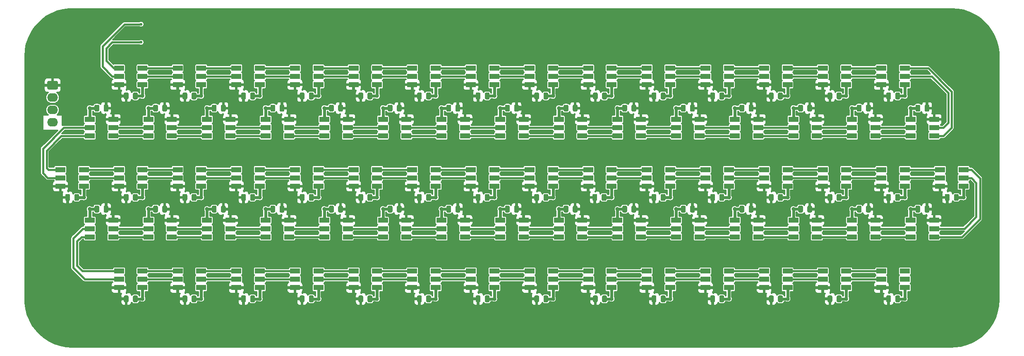
<source format=gtl>
%TF.GenerationSoftware,KiCad,Pcbnew,(5.1.6-0-10_14)*%
%TF.CreationDate,2020-11-10T16:11:35-05:00*%
%TF.ProjectId,honeylight,686f6e65-796c-4696-9768-742e6b696361,0.1.0*%
%TF.SameCoordinates,Original*%
%TF.FileFunction,Copper,L1,Top*%
%TF.FilePolarity,Positive*%
%FSLAX46Y46*%
G04 Gerber Fmt 4.6, Leading zero omitted, Abs format (unit mm)*
G04 Created by KiCad (PCBNEW (5.1.6-0-10_14)) date 2020-11-10 16:11:35*
%MOMM*%
%LPD*%
G01*
G04 APERTURE LIST*
%TA.AperFunction,ComponentPad*%
%ADD10O,2.190000X1.740000*%
%TD*%
%TA.AperFunction,ComponentPad*%
%ADD11C,6.400000*%
%TD*%
%TA.AperFunction,SMDPad,CuDef*%
%ADD12R,2.000000X1.100000*%
%TD*%
%TA.AperFunction,ViaPad*%
%ADD13C,0.600000*%
%TD*%
%TA.AperFunction,ViaPad*%
%ADD14C,0.800000*%
%TD*%
%TA.AperFunction,Conductor*%
%ADD15C,1.000000*%
%TD*%
%TA.AperFunction,Conductor*%
%ADD16C,0.600000*%
%TD*%
%TA.AperFunction,Conductor*%
%ADD17C,0.400000*%
%TD*%
%TA.AperFunction,Conductor*%
%ADD18C,0.300000*%
%TD*%
G04 APERTURE END LIST*
D10*
%TO.P,J1,4*%
%TO.N,/+5V-Pre-Fuse*%
X56000000Y-73620000D03*
%TO.P,J1,3*%
%TO.N,/CI-Raw*%
X56000000Y-71080000D03*
%TO.P,J1,2*%
%TO.N,/DI-Raw*%
X56000000Y-68540000D03*
%TO.P,J1,1*%
%TO.N,GND*%
%TA.AperFunction,ComponentPad*%
G36*
G01*
X55154999Y-65130000D02*
X56845001Y-65130000D01*
G75*
G02*
X57095000Y-65379999I0J-249999D01*
G01*
X57095000Y-66620001D01*
G75*
G02*
X56845001Y-66870000I-249999J0D01*
G01*
X55154999Y-66870000D01*
G75*
G02*
X54905000Y-66620001I0J249999D01*
G01*
X54905000Y-65379999D01*
G75*
G02*
X55154999Y-65130000I249999J0D01*
G01*
G37*
%TD.AperFunction*%
%TD*%
D11*
%TO.P,H8,1*%
%TO.N,GND*%
X240000000Y-110000000D03*
%TD*%
%TO.P,H7,1*%
%TO.N,GND*%
X240000000Y-60000000D03*
%TD*%
%TO.P,H6,1*%
%TO.N,GND*%
X162000000Y-115000000D03*
%TD*%
%TO.P,H5,1*%
%TO.N,GND*%
X162000000Y-55000000D03*
%TD*%
%TO.P,H4,1*%
%TO.N,GND*%
X138000000Y-115000000D03*
%TD*%
%TO.P,H3,1*%
%TO.N,GND*%
X138000000Y-55000000D03*
%TD*%
%TO.P,H2,1*%
%TO.N,GND*%
X60000000Y-110000000D03*
%TD*%
%TO.P,H1,1*%
%TO.N,GND*%
X60000000Y-60000000D03*
%TD*%
D12*
%TO.P,D74,6*%
%TO.N,/Row 3/DO*%
X218400000Y-83300000D03*
%TO.P,D74,5*%
%TO.N,/Row 3/CO*%
X218400000Y-85000000D03*
%TO.P,D74,4*%
%TO.N,+5V*%
X218400000Y-86700000D03*
%TO.P,D74,3*%
%TO.N,GND*%
X213600000Y-86700000D03*
%TO.P,D74,2*%
%TO.N,Net-(D73-Pad5)*%
X213600000Y-85000000D03*
%TO.P,D74,1*%
%TO.N,Net-(D73-Pad6)*%
X213600000Y-83300000D03*
%TD*%
%TO.P,D67,6*%
%TO.N,Net-(D67-Pad6)*%
X134400000Y-83300000D03*
%TO.P,D67,5*%
%TO.N,Net-(D67-Pad5)*%
X134400000Y-85000000D03*
%TO.P,D67,4*%
%TO.N,+5V*%
X134400000Y-86700000D03*
%TO.P,D67,3*%
%TO.N,GND*%
X129600000Y-86700000D03*
%TO.P,D67,2*%
%TO.N,Net-(D66-Pad5)*%
X129600000Y-85000000D03*
%TO.P,D67,1*%
%TO.N,Net-(D66-Pad6)*%
X129600000Y-83300000D03*
%TD*%
%TO.P,D73,6*%
%TO.N,Net-(D73-Pad6)*%
X206400000Y-83300000D03*
%TO.P,D73,5*%
%TO.N,Net-(D73-Pad5)*%
X206400000Y-85000000D03*
%TO.P,D73,4*%
%TO.N,+5V*%
X206400000Y-86700000D03*
%TO.P,D73,3*%
%TO.N,GND*%
X201600000Y-86700000D03*
%TO.P,D73,2*%
%TO.N,Net-(D72-Pad5)*%
X201600000Y-85000000D03*
%TO.P,D73,1*%
%TO.N,Net-(D72-Pad6)*%
X201600000Y-83300000D03*
%TD*%
%TO.P,D66,6*%
%TO.N,Net-(D66-Pad6)*%
X122400000Y-83300000D03*
%TO.P,D66,5*%
%TO.N,Net-(D66-Pad5)*%
X122400000Y-85000000D03*
%TO.P,D66,4*%
%TO.N,+5V*%
X122400000Y-86700000D03*
%TO.P,D66,3*%
%TO.N,GND*%
X117600000Y-86700000D03*
%TO.P,D66,2*%
%TO.N,Net-(D65-Pad5)*%
X117600000Y-85000000D03*
%TO.P,D66,1*%
%TO.N,Net-(D65-Pad6)*%
X117600000Y-83300000D03*
%TD*%
%TO.P,D72,6*%
%TO.N,Net-(D72-Pad6)*%
X194400000Y-83300000D03*
%TO.P,D72,5*%
%TO.N,Net-(D72-Pad5)*%
X194400000Y-85000000D03*
%TO.P,D72,4*%
%TO.N,+5V*%
X194400000Y-86700000D03*
%TO.P,D72,3*%
%TO.N,GND*%
X189600000Y-86700000D03*
%TO.P,D72,2*%
%TO.N,Net-(D71-Pad5)*%
X189600000Y-85000000D03*
%TO.P,D72,1*%
%TO.N,Net-(D71-Pad6)*%
X189600000Y-83300000D03*
%TD*%
%TO.P,D65,6*%
%TO.N,Net-(D65-Pad6)*%
X110400000Y-83300000D03*
%TO.P,D65,5*%
%TO.N,Net-(D65-Pad5)*%
X110400000Y-85000000D03*
%TO.P,D65,4*%
%TO.N,+5V*%
X110400000Y-86700000D03*
%TO.P,D65,3*%
%TO.N,GND*%
X105600000Y-86700000D03*
%TO.P,D65,2*%
%TO.N,Net-(D64-Pad5)*%
X105600000Y-85000000D03*
%TO.P,D65,1*%
%TO.N,Net-(D64-Pad6)*%
X105600000Y-83300000D03*
%TD*%
%TO.P,D71,6*%
%TO.N,Net-(D71-Pad6)*%
X182400000Y-83300000D03*
%TO.P,D71,5*%
%TO.N,Net-(D71-Pad5)*%
X182400000Y-85000000D03*
%TO.P,D71,4*%
%TO.N,+5V*%
X182400000Y-86700000D03*
%TO.P,D71,3*%
%TO.N,GND*%
X177600000Y-86700000D03*
%TO.P,D71,2*%
%TO.N,Net-(D70-Pad5)*%
X177600000Y-85000000D03*
%TO.P,D71,1*%
%TO.N,Net-(D70-Pad6)*%
X177600000Y-83300000D03*
%TD*%
%TO.P,D64,6*%
%TO.N,Net-(D64-Pad6)*%
X98400000Y-83300000D03*
%TO.P,D64,5*%
%TO.N,Net-(D64-Pad5)*%
X98400000Y-85000000D03*
%TO.P,D64,4*%
%TO.N,+5V*%
X98400000Y-86700000D03*
%TO.P,D64,3*%
%TO.N,GND*%
X93600000Y-86700000D03*
%TO.P,D64,2*%
%TO.N,Net-(D63-Pad5)*%
X93600000Y-85000000D03*
%TO.P,D64,1*%
%TO.N,Net-(D63-Pad6)*%
X93600000Y-83300000D03*
%TD*%
%TO.P,D70,6*%
%TO.N,Net-(D70-Pad6)*%
X170400000Y-83300000D03*
%TO.P,D70,5*%
%TO.N,Net-(D70-Pad5)*%
X170400000Y-85000000D03*
%TO.P,D70,4*%
%TO.N,+5V*%
X170400000Y-86700000D03*
%TO.P,D70,3*%
%TO.N,GND*%
X165600000Y-86700000D03*
%TO.P,D70,2*%
%TO.N,Net-(D69-Pad5)*%
X165600000Y-85000000D03*
%TO.P,D70,1*%
%TO.N,Net-(D69-Pad6)*%
X165600000Y-83300000D03*
%TD*%
%TO.P,D63,6*%
%TO.N,Net-(D63-Pad6)*%
X86400000Y-83300000D03*
%TO.P,D63,5*%
%TO.N,Net-(D63-Pad5)*%
X86400000Y-85000000D03*
%TO.P,D63,4*%
%TO.N,+5V*%
X86400000Y-86700000D03*
%TO.P,D63,3*%
%TO.N,GND*%
X81600000Y-86700000D03*
%TO.P,D63,2*%
%TO.N,Net-(D62-Pad5)*%
X81600000Y-85000000D03*
%TO.P,D63,1*%
%TO.N,Net-(D62-Pad6)*%
X81600000Y-83300000D03*
%TD*%
%TO.P,D69,6*%
%TO.N,Net-(D69-Pad6)*%
X158400000Y-83300000D03*
%TO.P,D69,5*%
%TO.N,Net-(D69-Pad5)*%
X158400000Y-85000000D03*
%TO.P,D69,4*%
%TO.N,+5V*%
X158400000Y-86700000D03*
%TO.P,D69,3*%
%TO.N,GND*%
X153600000Y-86700000D03*
%TO.P,D69,2*%
%TO.N,Net-(D68-Pad5)*%
X153600000Y-85000000D03*
%TO.P,D69,1*%
%TO.N,Net-(D68-Pad6)*%
X153600000Y-83300000D03*
%TD*%
%TO.P,D62,6*%
%TO.N,Net-(D62-Pad6)*%
X74400000Y-83300000D03*
%TO.P,D62,5*%
%TO.N,Net-(D62-Pad5)*%
X74400000Y-85000000D03*
%TO.P,D62,4*%
%TO.N,+5V*%
X74400000Y-86700000D03*
%TO.P,D62,3*%
%TO.N,GND*%
X69600000Y-86700000D03*
%TO.P,D62,2*%
%TO.N,Net-(D61-Pad5)*%
X69600000Y-85000000D03*
%TO.P,D62,1*%
%TO.N,Net-(D61-Pad6)*%
X69600000Y-83300000D03*
%TD*%
%TO.P,D68,6*%
%TO.N,Net-(D68-Pad6)*%
X146400000Y-83300000D03*
%TO.P,D68,5*%
%TO.N,Net-(D68-Pad5)*%
X146400000Y-85000000D03*
%TO.P,D68,4*%
%TO.N,+5V*%
X146400000Y-86700000D03*
%TO.P,D68,3*%
%TO.N,GND*%
X141600000Y-86700000D03*
%TO.P,D68,2*%
%TO.N,Net-(D67-Pad5)*%
X141600000Y-85000000D03*
%TO.P,D68,1*%
%TO.N,Net-(D67-Pad6)*%
X141600000Y-83300000D03*
%TD*%
%TO.P,D61,6*%
%TO.N,Net-(D61-Pad6)*%
X62400000Y-83300000D03*
%TO.P,D61,5*%
%TO.N,Net-(D61-Pad5)*%
X62400000Y-85000000D03*
%TO.P,D61,4*%
%TO.N,+5V*%
X62400000Y-86700000D03*
%TO.P,D61,3*%
%TO.N,GND*%
X57600000Y-86700000D03*
%TO.P,D61,2*%
%TO.N,/Row 3/CI*%
X57600000Y-85000000D03*
%TO.P,D61,1*%
%TO.N,/Row 3/DI*%
X57600000Y-83300000D03*
%TD*%
%TO.P,D60,6*%
%TO.N,/Row 2/DO*%
X75599999Y-76400000D03*
%TO.P,D60,5*%
%TO.N,/Row 2/CO*%
X75599999Y-74700000D03*
%TO.P,D60,4*%
%TO.N,+5V*%
X75599999Y-73000000D03*
%TO.P,D60,3*%
%TO.N,GND*%
X80399999Y-73000000D03*
%TO.P,D60,2*%
%TO.N,Net-(D59-Pad5)*%
X80399999Y-74700000D03*
%TO.P,D60,1*%
%TO.N,Net-(D59-Pad6)*%
X80399999Y-76400000D03*
%TD*%
%TO.P,D53,6*%
%TO.N,Net-(D53-Pad6)*%
X159600000Y-76400000D03*
%TO.P,D53,5*%
%TO.N,Net-(D53-Pad5)*%
X159600000Y-74700000D03*
%TO.P,D53,4*%
%TO.N,+5V*%
X159600000Y-73000000D03*
%TO.P,D53,3*%
%TO.N,GND*%
X164400000Y-73000000D03*
%TO.P,D53,2*%
%TO.N,Net-(D52-Pad5)*%
X164400000Y-74700000D03*
%TO.P,D53,1*%
%TO.N,Net-(D52-Pad6)*%
X164400000Y-76400000D03*
%TD*%
%TO.P,D59,6*%
%TO.N,Net-(D59-Pad6)*%
X87600000Y-76400000D03*
%TO.P,D59,5*%
%TO.N,Net-(D59-Pad5)*%
X87600000Y-74700000D03*
%TO.P,D59,4*%
%TO.N,+5V*%
X87600000Y-73000000D03*
%TO.P,D59,3*%
%TO.N,GND*%
X92400000Y-73000000D03*
%TO.P,D59,2*%
%TO.N,Net-(D58-Pad5)*%
X92400000Y-74700000D03*
%TO.P,D59,1*%
%TO.N,Net-(D58-Pad6)*%
X92400000Y-76400000D03*
%TD*%
%TO.P,D52,6*%
%TO.N,Net-(D52-Pad6)*%
X171600000Y-76400000D03*
%TO.P,D52,5*%
%TO.N,Net-(D52-Pad5)*%
X171600000Y-74700000D03*
%TO.P,D52,4*%
%TO.N,+5V*%
X171600000Y-73000000D03*
%TO.P,D52,3*%
%TO.N,GND*%
X176400000Y-73000000D03*
%TO.P,D52,2*%
%TO.N,Net-(D51-Pad5)*%
X176400000Y-74700000D03*
%TO.P,D52,1*%
%TO.N,Net-(D51-Pad6)*%
X176400000Y-76400000D03*
%TD*%
%TO.P,D58,6*%
%TO.N,Net-(D58-Pad6)*%
X99600000Y-76400000D03*
%TO.P,D58,5*%
%TO.N,Net-(D58-Pad5)*%
X99600000Y-74700000D03*
%TO.P,D58,4*%
%TO.N,+5V*%
X99600000Y-73000000D03*
%TO.P,D58,3*%
%TO.N,GND*%
X104400000Y-73000000D03*
%TO.P,D58,2*%
%TO.N,Net-(D57-Pad5)*%
X104400000Y-74700000D03*
%TO.P,D58,1*%
%TO.N,Net-(D57-Pad6)*%
X104400000Y-76400000D03*
%TD*%
%TO.P,D51,6*%
%TO.N,Net-(D51-Pad6)*%
X183600000Y-76400000D03*
%TO.P,D51,5*%
%TO.N,Net-(D51-Pad5)*%
X183600000Y-74700000D03*
%TO.P,D51,4*%
%TO.N,+5V*%
X183600000Y-73000000D03*
%TO.P,D51,3*%
%TO.N,GND*%
X188400000Y-73000000D03*
%TO.P,D51,2*%
%TO.N,Net-(D50-Pad5)*%
X188400000Y-74700000D03*
%TO.P,D51,1*%
%TO.N,Net-(D50-Pad6)*%
X188400000Y-76400000D03*
%TD*%
%TO.P,D57,6*%
%TO.N,Net-(D57-Pad6)*%
X111600000Y-76400000D03*
%TO.P,D57,5*%
%TO.N,Net-(D57-Pad5)*%
X111600000Y-74700000D03*
%TO.P,D57,4*%
%TO.N,+5V*%
X111600000Y-73000000D03*
%TO.P,D57,3*%
%TO.N,GND*%
X116400000Y-73000000D03*
%TO.P,D57,2*%
%TO.N,Net-(D56-Pad5)*%
X116400000Y-74700000D03*
%TO.P,D57,1*%
%TO.N,Net-(D56-Pad6)*%
X116400000Y-76400000D03*
%TD*%
%TO.P,D50,6*%
%TO.N,Net-(D50-Pad6)*%
X195600001Y-76400000D03*
%TO.P,D50,5*%
%TO.N,Net-(D50-Pad5)*%
X195600001Y-74700000D03*
%TO.P,D50,4*%
%TO.N,+5V*%
X195600001Y-73000000D03*
%TO.P,D50,3*%
%TO.N,GND*%
X200400001Y-73000000D03*
%TO.P,D50,2*%
%TO.N,Net-(D49-Pad5)*%
X200400001Y-74700000D03*
%TO.P,D50,1*%
%TO.N,Net-(D49-Pad6)*%
X200400001Y-76400000D03*
%TD*%
%TO.P,D56,6*%
%TO.N,Net-(D56-Pad6)*%
X123600000Y-76400000D03*
%TO.P,D56,5*%
%TO.N,Net-(D56-Pad5)*%
X123600000Y-74700000D03*
%TO.P,D56,4*%
%TO.N,+5V*%
X123600000Y-73000000D03*
%TO.P,D56,3*%
%TO.N,GND*%
X128400000Y-73000000D03*
%TO.P,D56,2*%
%TO.N,Net-(D55-Pad5)*%
X128400000Y-74700000D03*
%TO.P,D56,1*%
%TO.N,Net-(D55-Pad6)*%
X128400000Y-76400000D03*
%TD*%
%TO.P,D49,6*%
%TO.N,Net-(D49-Pad6)*%
X207599999Y-76400000D03*
%TO.P,D49,5*%
%TO.N,Net-(D49-Pad5)*%
X207599999Y-74700000D03*
%TO.P,D49,4*%
%TO.N,+5V*%
X207599999Y-73000000D03*
%TO.P,D49,3*%
%TO.N,GND*%
X212399999Y-73000000D03*
%TO.P,D49,2*%
%TO.N,Net-(D48-Pad5)*%
X212399999Y-74700000D03*
%TO.P,D49,1*%
%TO.N,Net-(D48-Pad6)*%
X212399999Y-76400000D03*
%TD*%
%TO.P,D55,6*%
%TO.N,Net-(D55-Pad6)*%
X135600001Y-76400000D03*
%TO.P,D55,5*%
%TO.N,Net-(D55-Pad5)*%
X135600001Y-74700000D03*
%TO.P,D55,4*%
%TO.N,+5V*%
X135600001Y-73000000D03*
%TO.P,D55,3*%
%TO.N,GND*%
X140400001Y-73000000D03*
%TO.P,D55,2*%
%TO.N,Net-(D54-Pad5)*%
X140400001Y-74700000D03*
%TO.P,D55,1*%
%TO.N,Net-(D54-Pad6)*%
X140400001Y-76400000D03*
%TD*%
%TO.P,D48,6*%
%TO.N,Net-(D48-Pad6)*%
X219600000Y-76400000D03*
%TO.P,D48,5*%
%TO.N,Net-(D48-Pad5)*%
X219600000Y-74700000D03*
%TO.P,D48,4*%
%TO.N,+5V*%
X219600000Y-73000000D03*
%TO.P,D48,3*%
%TO.N,GND*%
X224400000Y-73000000D03*
%TO.P,D48,2*%
%TO.N,Net-(D47-Pad5)*%
X224400000Y-74700000D03*
%TO.P,D48,1*%
%TO.N,Net-(D47-Pad6)*%
X224400000Y-76400000D03*
%TD*%
%TO.P,D54,6*%
%TO.N,Net-(D54-Pad6)*%
X147600000Y-76400000D03*
%TO.P,D54,5*%
%TO.N,Net-(D54-Pad5)*%
X147600000Y-74700000D03*
%TO.P,D54,4*%
%TO.N,+5V*%
X147600000Y-73000000D03*
%TO.P,D54,3*%
%TO.N,GND*%
X152400000Y-73000000D03*
%TO.P,D54,2*%
%TO.N,Net-(D53-Pad5)*%
X152400000Y-74700000D03*
%TO.P,D54,1*%
%TO.N,Net-(D53-Pad6)*%
X152400000Y-76400000D03*
%TD*%
%TO.P,D47,6*%
%TO.N,Net-(D47-Pad6)*%
X231600000Y-76400000D03*
%TO.P,D47,5*%
%TO.N,Net-(D47-Pad5)*%
X231600000Y-74700000D03*
%TO.P,D47,4*%
%TO.N,+5V*%
X231600000Y-73000000D03*
%TO.P,D47,3*%
%TO.N,GND*%
X236400000Y-73000000D03*
%TO.P,D47,2*%
%TO.N,/Row 2/CI*%
X236400000Y-74700000D03*
%TO.P,D47,1*%
%TO.N,/Row 2/DI*%
X236400000Y-76400000D03*
%TD*%
%TO.P,D46,6*%
%TO.N,/Row 2/DI*%
X230400000Y-62500000D03*
%TO.P,D46,5*%
%TO.N,/Row 2/CI*%
X230400000Y-64200000D03*
%TO.P,D46,4*%
%TO.N,+5V*%
X230400000Y-65900000D03*
%TO.P,D46,3*%
%TO.N,GND*%
X225600000Y-65900000D03*
%TO.P,D46,2*%
%TO.N,Net-(D45-Pad5)*%
X225600000Y-64200000D03*
%TO.P,D46,1*%
%TO.N,Net-(D45-Pad6)*%
X225600000Y-62500000D03*
%TD*%
%TO.P,D39,6*%
%TO.N,Net-(D39-Pad6)*%
X146400000Y-62500000D03*
%TO.P,D39,5*%
%TO.N,Net-(D39-Pad5)*%
X146400000Y-64200000D03*
%TO.P,D39,4*%
%TO.N,+5V*%
X146400000Y-65900000D03*
%TO.P,D39,3*%
%TO.N,GND*%
X141600000Y-65900000D03*
%TO.P,D39,2*%
%TO.N,Net-(D38-Pad5)*%
X141600000Y-64200000D03*
%TO.P,D39,1*%
%TO.N,Net-(D38-Pad6)*%
X141600000Y-62500000D03*
%TD*%
%TO.P,D45,6*%
%TO.N,Net-(D45-Pad6)*%
X218400000Y-62500000D03*
%TO.P,D45,5*%
%TO.N,Net-(D45-Pad5)*%
X218400000Y-64200000D03*
%TO.P,D45,4*%
%TO.N,+5V*%
X218400000Y-65900000D03*
%TO.P,D45,3*%
%TO.N,GND*%
X213600000Y-65900000D03*
%TO.P,D45,2*%
%TO.N,Net-(D44-Pad5)*%
X213600000Y-64200000D03*
%TO.P,D45,1*%
%TO.N,Net-(D44-Pad6)*%
X213600000Y-62500000D03*
%TD*%
%TO.P,D38,6*%
%TO.N,Net-(D38-Pad6)*%
X134400000Y-62500000D03*
%TO.P,D38,5*%
%TO.N,Net-(D38-Pad5)*%
X134400000Y-64200000D03*
%TO.P,D38,4*%
%TO.N,+5V*%
X134400000Y-65900000D03*
%TO.P,D38,3*%
%TO.N,GND*%
X129600000Y-65900000D03*
%TO.P,D38,2*%
%TO.N,Net-(D37-Pad5)*%
X129600000Y-64200000D03*
%TO.P,D38,1*%
%TO.N,Net-(D37-Pad6)*%
X129600000Y-62500000D03*
%TD*%
%TO.P,D44,6*%
%TO.N,Net-(D44-Pad6)*%
X206400000Y-62500000D03*
%TO.P,D44,5*%
%TO.N,Net-(D44-Pad5)*%
X206400000Y-64200000D03*
%TO.P,D44,4*%
%TO.N,+5V*%
X206400000Y-65900000D03*
%TO.P,D44,3*%
%TO.N,GND*%
X201600000Y-65900000D03*
%TO.P,D44,2*%
%TO.N,Net-(D43-Pad5)*%
X201600000Y-64200000D03*
%TO.P,D44,1*%
%TO.N,Net-(D43-Pad6)*%
X201600000Y-62500000D03*
%TD*%
%TO.P,D37,6*%
%TO.N,Net-(D37-Pad6)*%
X122400000Y-62500000D03*
%TO.P,D37,5*%
%TO.N,Net-(D37-Pad5)*%
X122400000Y-64200000D03*
%TO.P,D37,4*%
%TO.N,+5V*%
X122400000Y-65900000D03*
%TO.P,D37,3*%
%TO.N,GND*%
X117600000Y-65900000D03*
%TO.P,D37,2*%
%TO.N,Net-(D36-Pad5)*%
X117600000Y-64200000D03*
%TO.P,D37,1*%
%TO.N,Net-(D36-Pad6)*%
X117600000Y-62500000D03*
%TD*%
%TO.P,D43,6*%
%TO.N,Net-(D43-Pad6)*%
X194400000Y-62500000D03*
%TO.P,D43,5*%
%TO.N,Net-(D43-Pad5)*%
X194400000Y-64200000D03*
%TO.P,D43,4*%
%TO.N,+5V*%
X194400000Y-65900000D03*
%TO.P,D43,3*%
%TO.N,GND*%
X189600000Y-65900000D03*
%TO.P,D43,2*%
%TO.N,Net-(D42-Pad5)*%
X189600000Y-64200000D03*
%TO.P,D43,1*%
%TO.N,Net-(D42-Pad6)*%
X189600000Y-62500000D03*
%TD*%
%TO.P,D36,6*%
%TO.N,Net-(D36-Pad6)*%
X110400000Y-62500000D03*
%TO.P,D36,5*%
%TO.N,Net-(D36-Pad5)*%
X110400000Y-64200000D03*
%TO.P,D36,4*%
%TO.N,+5V*%
X110400000Y-65900000D03*
%TO.P,D36,3*%
%TO.N,GND*%
X105600000Y-65900000D03*
%TO.P,D36,2*%
%TO.N,Net-(D35-Pad5)*%
X105600000Y-64200000D03*
%TO.P,D36,1*%
%TO.N,Net-(D35-Pad6)*%
X105600000Y-62500000D03*
%TD*%
%TO.P,D42,6*%
%TO.N,Net-(D42-Pad6)*%
X182400000Y-62500000D03*
%TO.P,D42,5*%
%TO.N,Net-(D42-Pad5)*%
X182400000Y-64200000D03*
%TO.P,D42,4*%
%TO.N,+5V*%
X182400000Y-65900000D03*
%TO.P,D42,3*%
%TO.N,GND*%
X177600000Y-65900000D03*
%TO.P,D42,2*%
%TO.N,Net-(D41-Pad5)*%
X177600000Y-64200000D03*
%TO.P,D42,1*%
%TO.N,Net-(D41-Pad6)*%
X177600000Y-62500000D03*
%TD*%
%TO.P,D35,6*%
%TO.N,Net-(D35-Pad6)*%
X98400000Y-62500000D03*
%TO.P,D35,5*%
%TO.N,Net-(D35-Pad5)*%
X98400000Y-64200000D03*
%TO.P,D35,4*%
%TO.N,+5V*%
X98400000Y-65900000D03*
%TO.P,D35,3*%
%TO.N,GND*%
X93600000Y-65900000D03*
%TO.P,D35,2*%
%TO.N,Net-(D34-Pad5)*%
X93600000Y-64200000D03*
%TO.P,D35,1*%
%TO.N,Net-(D34-Pad6)*%
X93600000Y-62500000D03*
%TD*%
%TO.P,D41,6*%
%TO.N,Net-(D41-Pad6)*%
X170400000Y-62500000D03*
%TO.P,D41,5*%
%TO.N,Net-(D41-Pad5)*%
X170400000Y-64200000D03*
%TO.P,D41,4*%
%TO.N,+5V*%
X170400000Y-65900000D03*
%TO.P,D41,3*%
%TO.N,GND*%
X165600000Y-65900000D03*
%TO.P,D41,2*%
%TO.N,Net-(D40-Pad5)*%
X165600000Y-64200000D03*
%TO.P,D41,1*%
%TO.N,Net-(D40-Pad6)*%
X165600000Y-62500000D03*
%TD*%
%TO.P,D34,6*%
%TO.N,Net-(D34-Pad6)*%
X86400000Y-62500000D03*
%TO.P,D34,5*%
%TO.N,Net-(D34-Pad5)*%
X86400000Y-64200000D03*
%TO.P,D34,4*%
%TO.N,+5V*%
X86400000Y-65900000D03*
%TO.P,D34,3*%
%TO.N,GND*%
X81600000Y-65900000D03*
%TO.P,D34,2*%
%TO.N,Net-(D33-Pad5)*%
X81600000Y-64200000D03*
%TO.P,D34,1*%
%TO.N,Net-(D33-Pad6)*%
X81600000Y-62500000D03*
%TD*%
%TO.P,D40,6*%
%TO.N,Net-(D40-Pad6)*%
X158400000Y-62500000D03*
%TO.P,D40,5*%
%TO.N,Net-(D40-Pad5)*%
X158400000Y-64200000D03*
%TO.P,D40,4*%
%TO.N,+5V*%
X158400000Y-65900000D03*
%TO.P,D40,3*%
%TO.N,GND*%
X153600000Y-65900000D03*
%TO.P,D40,2*%
%TO.N,Net-(D39-Pad5)*%
X153600000Y-64200000D03*
%TO.P,D40,1*%
%TO.N,Net-(D39-Pad6)*%
X153600000Y-62500000D03*
%TD*%
%TO.P,D33,6*%
%TO.N,Net-(D33-Pad6)*%
X74400000Y-62500000D03*
%TO.P,D33,5*%
%TO.N,Net-(D33-Pad5)*%
X74400000Y-64200000D03*
%TO.P,D33,4*%
%TO.N,+5V*%
X74400000Y-65900000D03*
%TO.P,D33,3*%
%TO.N,GND*%
X69600000Y-65900000D03*
%TO.P,D33,2*%
%TO.N,/CI*%
X69600000Y-64200000D03*
%TO.P,D33,1*%
%TO.N,/DI*%
X69600000Y-62500000D03*
%TD*%
%TO.P,D32,6*%
%TO.N,/Row 5/DO*%
X230400000Y-104100000D03*
%TO.P,D32,5*%
%TO.N,/Row 5/CO*%
X230400000Y-105800000D03*
%TO.P,D32,4*%
%TO.N,+5V*%
X230400000Y-107500000D03*
%TO.P,D32,3*%
%TO.N,GND*%
X225600000Y-107500000D03*
%TO.P,D32,2*%
%TO.N,Net-(D31-Pad5)*%
X225600000Y-105800000D03*
%TO.P,D32,1*%
%TO.N,Net-(D31-Pad6)*%
X225600000Y-104100000D03*
%TD*%
%TO.P,D25,6*%
%TO.N,Net-(D25-Pad6)*%
X146400000Y-104100000D03*
%TO.P,D25,5*%
%TO.N,Net-(D25-Pad5)*%
X146400000Y-105800000D03*
%TO.P,D25,4*%
%TO.N,+5V*%
X146400000Y-107500000D03*
%TO.P,D25,3*%
%TO.N,GND*%
X141600000Y-107500000D03*
%TO.P,D25,2*%
%TO.N,Net-(D24-Pad5)*%
X141600000Y-105800000D03*
%TO.P,D25,1*%
%TO.N,Net-(D24-Pad6)*%
X141600000Y-104100000D03*
%TD*%
%TO.P,D31,6*%
%TO.N,Net-(D31-Pad6)*%
X218400000Y-104100000D03*
%TO.P,D31,5*%
%TO.N,Net-(D31-Pad5)*%
X218400000Y-105800000D03*
%TO.P,D31,4*%
%TO.N,+5V*%
X218400000Y-107500000D03*
%TO.P,D31,3*%
%TO.N,GND*%
X213600000Y-107500000D03*
%TO.P,D31,2*%
%TO.N,Net-(D30-Pad5)*%
X213600000Y-105800000D03*
%TO.P,D31,1*%
%TO.N,Net-(D30-Pad6)*%
X213600000Y-104100000D03*
%TD*%
%TO.P,D24,6*%
%TO.N,Net-(D24-Pad6)*%
X134400000Y-104100000D03*
%TO.P,D24,5*%
%TO.N,Net-(D24-Pad5)*%
X134400000Y-105800000D03*
%TO.P,D24,4*%
%TO.N,+5V*%
X134400000Y-107500000D03*
%TO.P,D24,3*%
%TO.N,GND*%
X129600000Y-107500000D03*
%TO.P,D24,2*%
%TO.N,Net-(D23-Pad5)*%
X129600000Y-105800000D03*
%TO.P,D24,1*%
%TO.N,Net-(D23-Pad6)*%
X129600000Y-104100000D03*
%TD*%
%TO.P,D30,6*%
%TO.N,Net-(D30-Pad6)*%
X206400000Y-104100000D03*
%TO.P,D30,5*%
%TO.N,Net-(D30-Pad5)*%
X206400000Y-105800000D03*
%TO.P,D30,4*%
%TO.N,+5V*%
X206400000Y-107500000D03*
%TO.P,D30,3*%
%TO.N,GND*%
X201600000Y-107500000D03*
%TO.P,D30,2*%
%TO.N,Net-(D29-Pad5)*%
X201600000Y-105800000D03*
%TO.P,D30,1*%
%TO.N,Net-(D29-Pad6)*%
X201600000Y-104100000D03*
%TD*%
%TO.P,D23,6*%
%TO.N,Net-(D23-Pad6)*%
X122400000Y-104100000D03*
%TO.P,D23,5*%
%TO.N,Net-(D23-Pad5)*%
X122400000Y-105800000D03*
%TO.P,D23,4*%
%TO.N,+5V*%
X122400000Y-107500000D03*
%TO.P,D23,3*%
%TO.N,GND*%
X117600000Y-107500000D03*
%TO.P,D23,2*%
%TO.N,Net-(D22-Pad5)*%
X117600000Y-105800000D03*
%TO.P,D23,1*%
%TO.N,Net-(D22-Pad6)*%
X117600000Y-104100000D03*
%TD*%
%TO.P,D29,6*%
%TO.N,Net-(D29-Pad6)*%
X194400000Y-104100000D03*
%TO.P,D29,5*%
%TO.N,Net-(D29-Pad5)*%
X194400000Y-105800000D03*
%TO.P,D29,4*%
%TO.N,+5V*%
X194400000Y-107500000D03*
%TO.P,D29,3*%
%TO.N,GND*%
X189600000Y-107500000D03*
%TO.P,D29,2*%
%TO.N,Net-(D28-Pad5)*%
X189600000Y-105800000D03*
%TO.P,D29,1*%
%TO.N,Net-(D28-Pad6)*%
X189600000Y-104100000D03*
%TD*%
%TO.P,D22,6*%
%TO.N,Net-(D22-Pad6)*%
X110400000Y-104100000D03*
%TO.P,D22,5*%
%TO.N,Net-(D22-Pad5)*%
X110400000Y-105800000D03*
%TO.P,D22,4*%
%TO.N,+5V*%
X110400000Y-107500000D03*
%TO.P,D22,3*%
%TO.N,GND*%
X105600000Y-107500000D03*
%TO.P,D22,2*%
%TO.N,Net-(D21-Pad5)*%
X105600000Y-105800000D03*
%TO.P,D22,1*%
%TO.N,Net-(D21-Pad6)*%
X105600000Y-104100000D03*
%TD*%
%TO.P,D28,6*%
%TO.N,Net-(D28-Pad6)*%
X182400000Y-104100000D03*
%TO.P,D28,5*%
%TO.N,Net-(D28-Pad5)*%
X182400000Y-105800000D03*
%TO.P,D28,4*%
%TO.N,+5V*%
X182400000Y-107500000D03*
%TO.P,D28,3*%
%TO.N,GND*%
X177600000Y-107500000D03*
%TO.P,D28,2*%
%TO.N,Net-(D27-Pad5)*%
X177600000Y-105800000D03*
%TO.P,D28,1*%
%TO.N,Net-(D27-Pad6)*%
X177600000Y-104100000D03*
%TD*%
%TO.P,D21,6*%
%TO.N,Net-(D21-Pad6)*%
X98400000Y-104100000D03*
%TO.P,D21,5*%
%TO.N,Net-(D21-Pad5)*%
X98400000Y-105800000D03*
%TO.P,D21,4*%
%TO.N,+5V*%
X98400000Y-107500000D03*
%TO.P,D21,3*%
%TO.N,GND*%
X93600000Y-107500000D03*
%TO.P,D21,2*%
%TO.N,Net-(D20-Pad5)*%
X93600000Y-105800000D03*
%TO.P,D21,1*%
%TO.N,Net-(D20-Pad6)*%
X93600000Y-104100000D03*
%TD*%
%TO.P,D27,6*%
%TO.N,Net-(D27-Pad6)*%
X170400000Y-104100000D03*
%TO.P,D27,5*%
%TO.N,Net-(D27-Pad5)*%
X170400000Y-105800000D03*
%TO.P,D27,4*%
%TO.N,+5V*%
X170400000Y-107500000D03*
%TO.P,D27,3*%
%TO.N,GND*%
X165600000Y-107500000D03*
%TO.P,D27,2*%
%TO.N,Net-(D26-Pad5)*%
X165600000Y-105800000D03*
%TO.P,D27,1*%
%TO.N,Net-(D26-Pad6)*%
X165600000Y-104100000D03*
%TD*%
%TO.P,D20,6*%
%TO.N,Net-(D20-Pad6)*%
X86400000Y-104100000D03*
%TO.P,D20,5*%
%TO.N,Net-(D20-Pad5)*%
X86400000Y-105800000D03*
%TO.P,D20,4*%
%TO.N,+5V*%
X86400000Y-107500000D03*
%TO.P,D20,3*%
%TO.N,GND*%
X81600000Y-107500000D03*
%TO.P,D20,2*%
%TO.N,Net-(D19-Pad5)*%
X81600000Y-105800000D03*
%TO.P,D20,1*%
%TO.N,Net-(D19-Pad6)*%
X81600000Y-104100000D03*
%TD*%
%TO.P,D26,6*%
%TO.N,Net-(D26-Pad6)*%
X158400000Y-104100000D03*
%TO.P,D26,5*%
%TO.N,Net-(D26-Pad5)*%
X158400000Y-105800000D03*
%TO.P,D26,4*%
%TO.N,+5V*%
X158400000Y-107500000D03*
%TO.P,D26,3*%
%TO.N,GND*%
X153600000Y-107500000D03*
%TO.P,D26,2*%
%TO.N,Net-(D25-Pad5)*%
X153600000Y-105800000D03*
%TO.P,D26,1*%
%TO.N,Net-(D25-Pad6)*%
X153600000Y-104100000D03*
%TD*%
%TO.P,D19,6*%
%TO.N,Net-(D19-Pad6)*%
X74400000Y-104100000D03*
%TO.P,D19,5*%
%TO.N,Net-(D19-Pad5)*%
X74400000Y-105800000D03*
%TO.P,D19,4*%
%TO.N,+5V*%
X74400000Y-107500000D03*
%TO.P,D19,3*%
%TO.N,GND*%
X69600000Y-107500000D03*
%TO.P,D19,2*%
%TO.N,/Row 5/CI*%
X69600000Y-105800000D03*
%TO.P,D19,1*%
%TO.N,/Row 5/DI*%
X69600000Y-104100000D03*
%TD*%
%TO.P,D18,6*%
%TO.N,/Row 4/DO*%
X75600000Y-97100000D03*
%TO.P,D18,5*%
%TO.N,/Row 4/CO*%
X75600000Y-95400000D03*
%TO.P,D18,4*%
%TO.N,+5V*%
X75600000Y-93700000D03*
%TO.P,D18,3*%
%TO.N,GND*%
X80400000Y-93700000D03*
%TO.P,D18,2*%
%TO.N,Net-(D17-Pad5)*%
X80400000Y-95400000D03*
%TO.P,D18,1*%
%TO.N,Net-(D17-Pad6)*%
X80400000Y-97100000D03*
%TD*%
%TO.P,D11,6*%
%TO.N,Net-(D11-Pad6)*%
X159600000Y-97100000D03*
%TO.P,D11,5*%
%TO.N,Net-(D11-Pad5)*%
X159600000Y-95400000D03*
%TO.P,D11,4*%
%TO.N,+5V*%
X159600000Y-93700000D03*
%TO.P,D11,3*%
%TO.N,GND*%
X164400000Y-93700000D03*
%TO.P,D11,2*%
%TO.N,Net-(D10-Pad5)*%
X164400000Y-95400000D03*
%TO.P,D11,1*%
%TO.N,Net-(D10-Pad6)*%
X164400000Y-97100000D03*
%TD*%
%TO.P,D17,6*%
%TO.N,Net-(D17-Pad6)*%
X87600001Y-97100000D03*
%TO.P,D17,5*%
%TO.N,Net-(D17-Pad5)*%
X87600001Y-95400000D03*
%TO.P,D17,4*%
%TO.N,+5V*%
X87600001Y-93700000D03*
%TO.P,D17,3*%
%TO.N,GND*%
X92400001Y-93700000D03*
%TO.P,D17,2*%
%TO.N,Net-(D16-Pad5)*%
X92400001Y-95400000D03*
%TO.P,D17,1*%
%TO.N,Net-(D16-Pad6)*%
X92400001Y-97100000D03*
%TD*%
%TO.P,D10,6*%
%TO.N,Net-(D10-Pad6)*%
X171600000Y-97100000D03*
%TO.P,D10,5*%
%TO.N,Net-(D10-Pad5)*%
X171600000Y-95400000D03*
%TO.P,D10,4*%
%TO.N,+5V*%
X171600000Y-93700000D03*
%TO.P,D10,3*%
%TO.N,GND*%
X176400000Y-93700000D03*
%TO.P,D10,2*%
%TO.N,Net-(D10-Pad2)*%
X176400000Y-95400000D03*
%TO.P,D10,1*%
%TO.N,Net-(D10-Pad1)*%
X176400000Y-97100000D03*
%TD*%
%TO.P,D16,6*%
%TO.N,Net-(D16-Pad6)*%
X99600000Y-97100000D03*
%TO.P,D16,5*%
%TO.N,Net-(D16-Pad5)*%
X99600000Y-95400000D03*
%TO.P,D16,4*%
%TO.N,+5V*%
X99600000Y-93700000D03*
%TO.P,D16,3*%
%TO.N,GND*%
X104400000Y-93700000D03*
%TO.P,D16,2*%
%TO.N,Net-(D15-Pad5)*%
X104400000Y-95400000D03*
%TO.P,D16,1*%
%TO.N,Net-(D15-Pad6)*%
X104400000Y-97100000D03*
%TD*%
%TO.P,D9,6*%
%TO.N,Net-(D10-Pad1)*%
X183600001Y-97100000D03*
%TO.P,D9,5*%
%TO.N,Net-(D10-Pad2)*%
X183600001Y-95400000D03*
%TO.P,D9,4*%
%TO.N,+5V*%
X183600001Y-93700000D03*
%TO.P,D9,3*%
%TO.N,GND*%
X188400001Y-93700000D03*
%TO.P,D9,2*%
%TO.N,Net-(D8-Pad5)*%
X188400001Y-95400000D03*
%TO.P,D9,1*%
%TO.N,Net-(D8-Pad6)*%
X188400001Y-97100000D03*
%TD*%
%TO.P,D15,6*%
%TO.N,Net-(D15-Pad6)*%
X111600000Y-97100000D03*
%TO.P,D15,5*%
%TO.N,Net-(D15-Pad5)*%
X111600000Y-95400000D03*
%TO.P,D15,4*%
%TO.N,+5V*%
X111600000Y-93700000D03*
%TO.P,D15,3*%
%TO.N,GND*%
X116400000Y-93700000D03*
%TO.P,D15,2*%
%TO.N,Net-(D14-Pad5)*%
X116400000Y-95400000D03*
%TO.P,D15,1*%
%TO.N,Net-(D14-Pad6)*%
X116400000Y-97100000D03*
%TD*%
%TO.P,D8,6*%
%TO.N,Net-(D8-Pad6)*%
X195600000Y-97100000D03*
%TO.P,D8,5*%
%TO.N,Net-(D8-Pad5)*%
X195600000Y-95400000D03*
%TO.P,D8,4*%
%TO.N,+5V*%
X195600000Y-93700000D03*
%TO.P,D8,3*%
%TO.N,GND*%
X200400000Y-93700000D03*
%TO.P,D8,2*%
%TO.N,Net-(D7-Pad5)*%
X200400000Y-95400000D03*
%TO.P,D8,1*%
%TO.N,Net-(D7-Pad6)*%
X200400000Y-97100000D03*
%TD*%
%TO.P,D14,6*%
%TO.N,Net-(D14-Pad6)*%
X123600001Y-97100000D03*
%TO.P,D14,5*%
%TO.N,Net-(D14-Pad5)*%
X123600001Y-95400000D03*
%TO.P,D14,4*%
%TO.N,+5V*%
X123600001Y-93700000D03*
%TO.P,D14,3*%
%TO.N,GND*%
X128400001Y-93700000D03*
%TO.P,D14,2*%
%TO.N,Net-(D13-Pad5)*%
X128400001Y-95400000D03*
%TO.P,D14,1*%
%TO.N,Net-(D13-Pad6)*%
X128400001Y-97100000D03*
%TD*%
%TO.P,D7,6*%
%TO.N,Net-(D7-Pad6)*%
X207600000Y-97100000D03*
%TO.P,D7,5*%
%TO.N,Net-(D7-Pad5)*%
X207600000Y-95400000D03*
%TO.P,D7,4*%
%TO.N,+5V*%
X207600000Y-93700000D03*
%TO.P,D7,3*%
%TO.N,GND*%
X212400000Y-93700000D03*
%TO.P,D7,2*%
%TO.N,Net-(D6-Pad5)*%
X212400000Y-95400000D03*
%TO.P,D7,1*%
%TO.N,Net-(D6-Pad6)*%
X212400000Y-97100000D03*
%TD*%
%TO.P,D13,6*%
%TO.N,Net-(D13-Pad6)*%
X135600000Y-97100000D03*
%TO.P,D13,5*%
%TO.N,Net-(D13-Pad5)*%
X135600000Y-95400000D03*
%TO.P,D13,4*%
%TO.N,+5V*%
X135600000Y-93700000D03*
%TO.P,D13,3*%
%TO.N,GND*%
X140400000Y-93700000D03*
%TO.P,D13,2*%
%TO.N,Net-(D12-Pad5)*%
X140400000Y-95400000D03*
%TO.P,D13,1*%
%TO.N,Net-(D12-Pad6)*%
X140400000Y-97100000D03*
%TD*%
%TO.P,D6,6*%
%TO.N,Net-(D6-Pad6)*%
X219600001Y-97100000D03*
%TO.P,D6,5*%
%TO.N,Net-(D6-Pad5)*%
X219600001Y-95400000D03*
%TO.P,D6,4*%
%TO.N,+5V*%
X219600001Y-93700000D03*
%TO.P,D6,3*%
%TO.N,GND*%
X224400001Y-93700000D03*
%TO.P,D6,2*%
%TO.N,Net-(D5-Pad5)*%
X224400001Y-95400000D03*
%TO.P,D6,1*%
%TO.N,Net-(D5-Pad6)*%
X224400001Y-97100000D03*
%TD*%
%TO.P,D12,6*%
%TO.N,Net-(D12-Pad6)*%
X147599999Y-97100000D03*
%TO.P,D12,5*%
%TO.N,Net-(D12-Pad5)*%
X147599999Y-95400000D03*
%TO.P,D12,4*%
%TO.N,+5V*%
X147599999Y-93700000D03*
%TO.P,D12,3*%
%TO.N,GND*%
X152399999Y-93700000D03*
%TO.P,D12,2*%
%TO.N,Net-(D11-Pad5)*%
X152399999Y-95400000D03*
%TO.P,D12,1*%
%TO.N,Net-(D11-Pad6)*%
X152399999Y-97100000D03*
%TD*%
%TO.P,D5,6*%
%TO.N,Net-(D5-Pad6)*%
X231600000Y-97100000D03*
%TO.P,D5,5*%
%TO.N,Net-(D5-Pad5)*%
X231600000Y-95400000D03*
%TO.P,D5,4*%
%TO.N,+5V*%
X231600000Y-93700000D03*
%TO.P,D5,3*%
%TO.N,GND*%
X236400000Y-93700000D03*
%TO.P,D5,2*%
%TO.N,/Row 4/CI*%
X236400000Y-95400000D03*
%TO.P,D5,1*%
%TO.N,/Row 4/DI*%
X236400000Y-97100000D03*
%TD*%
%TO.P,D4,6*%
%TO.N,/Row 5/DI*%
X63600000Y-97100000D03*
%TO.P,D4,5*%
%TO.N,/Row 5/CI*%
X63600000Y-95400000D03*
%TO.P,D4,4*%
%TO.N,+5V*%
X63600000Y-93700000D03*
%TO.P,D4,3*%
%TO.N,GND*%
X68400000Y-93700000D03*
%TO.P,D4,2*%
%TO.N,/Row 4/CO*%
X68400000Y-95400000D03*
%TO.P,D4,1*%
%TO.N,/Row 4/DO*%
X68400000Y-97100000D03*
%TD*%
%TO.P,D3,6*%
%TO.N,/Row 4/DI*%
X242400000Y-83300000D03*
%TO.P,D3,5*%
%TO.N,/Row 4/CI*%
X242400000Y-85000000D03*
%TO.P,D3,4*%
%TO.N,+5V*%
X242400000Y-86700000D03*
%TO.P,D3,3*%
%TO.N,GND*%
X237600000Y-86700000D03*
%TO.P,D3,2*%
%TO.N,Net-(D2-Pad5)*%
X237600000Y-85000000D03*
%TO.P,D3,1*%
%TO.N,Net-(D2-Pad6)*%
X237600000Y-83300000D03*
%TD*%
%TO.P,D2,6*%
%TO.N,Net-(D2-Pad6)*%
X230400000Y-83300000D03*
%TO.P,D2,5*%
%TO.N,Net-(D2-Pad5)*%
X230400000Y-85000000D03*
%TO.P,D2,4*%
%TO.N,+5V*%
X230400000Y-86700000D03*
%TO.P,D2,3*%
%TO.N,GND*%
X225600000Y-86700000D03*
%TO.P,D2,2*%
%TO.N,/Row 3/CO*%
X225600000Y-85000000D03*
%TO.P,D2,1*%
%TO.N,/Row 3/DO*%
X225600000Y-83300000D03*
%TD*%
%TO.P,D1,6*%
%TO.N,/Row 3/DI*%
X63600000Y-76400000D03*
%TO.P,D1,5*%
%TO.N,/Row 3/CI*%
X63600000Y-74700000D03*
%TO.P,D1,4*%
%TO.N,+5V*%
X63600000Y-73000000D03*
%TO.P,D1,3*%
%TO.N,GND*%
X68400000Y-73000000D03*
%TO.P,D1,2*%
%TO.N,/Row 2/CO*%
X68400000Y-74700000D03*
%TO.P,D1,1*%
%TO.N,/Row 2/DO*%
X68400000Y-76400000D03*
%TD*%
%TO.P,C76,2*%
%TO.N,GND*%
%TA.AperFunction,SMDPad,CuDef*%
G36*
G01*
X215550000Y-88543750D02*
X215550000Y-89456250D01*
G75*
G02*
X215306250Y-89700000I-243750J0D01*
G01*
X214818750Y-89700000D01*
G75*
G02*
X214575000Y-89456250I0J243750D01*
G01*
X214575000Y-88543750D01*
G75*
G02*
X214818750Y-88300000I243750J0D01*
G01*
X215306250Y-88300000D01*
G75*
G02*
X215550000Y-88543750I0J-243750D01*
G01*
G37*
%TD.AperFunction*%
%TO.P,C76,1*%
%TO.N,+5V*%
%TA.AperFunction,SMDPad,CuDef*%
G36*
G01*
X217425000Y-88543750D02*
X217425000Y-89456250D01*
G75*
G02*
X217181250Y-89700000I-243750J0D01*
G01*
X216693750Y-89700000D01*
G75*
G02*
X216450000Y-89456250I0J243750D01*
G01*
X216450000Y-88543750D01*
G75*
G02*
X216693750Y-88300000I243750J0D01*
G01*
X217181250Y-88300000D01*
G75*
G02*
X217425000Y-88543750I0J-243750D01*
G01*
G37*
%TD.AperFunction*%
%TD*%
%TO.P,C69,2*%
%TO.N,GND*%
%TA.AperFunction,SMDPad,CuDef*%
G36*
G01*
X131550000Y-88543750D02*
X131550000Y-89456250D01*
G75*
G02*
X131306250Y-89700000I-243750J0D01*
G01*
X130818750Y-89700000D01*
G75*
G02*
X130575000Y-89456250I0J243750D01*
G01*
X130575000Y-88543750D01*
G75*
G02*
X130818750Y-88300000I243750J0D01*
G01*
X131306250Y-88300000D01*
G75*
G02*
X131550000Y-88543750I0J-243750D01*
G01*
G37*
%TD.AperFunction*%
%TO.P,C69,1*%
%TO.N,+5V*%
%TA.AperFunction,SMDPad,CuDef*%
G36*
G01*
X133425000Y-88543750D02*
X133425000Y-89456250D01*
G75*
G02*
X133181250Y-89700000I-243750J0D01*
G01*
X132693750Y-89700000D01*
G75*
G02*
X132450000Y-89456250I0J243750D01*
G01*
X132450000Y-88543750D01*
G75*
G02*
X132693750Y-88300000I243750J0D01*
G01*
X133181250Y-88300000D01*
G75*
G02*
X133425000Y-88543750I0J-243750D01*
G01*
G37*
%TD.AperFunction*%
%TD*%
%TO.P,C75,2*%
%TO.N,GND*%
%TA.AperFunction,SMDPad,CuDef*%
G36*
G01*
X203550000Y-88543750D02*
X203550000Y-89456250D01*
G75*
G02*
X203306250Y-89700000I-243750J0D01*
G01*
X202818750Y-89700000D01*
G75*
G02*
X202575000Y-89456250I0J243750D01*
G01*
X202575000Y-88543750D01*
G75*
G02*
X202818750Y-88300000I243750J0D01*
G01*
X203306250Y-88300000D01*
G75*
G02*
X203550000Y-88543750I0J-243750D01*
G01*
G37*
%TD.AperFunction*%
%TO.P,C75,1*%
%TO.N,+5V*%
%TA.AperFunction,SMDPad,CuDef*%
G36*
G01*
X205425000Y-88543750D02*
X205425000Y-89456250D01*
G75*
G02*
X205181250Y-89700000I-243750J0D01*
G01*
X204693750Y-89700000D01*
G75*
G02*
X204450000Y-89456250I0J243750D01*
G01*
X204450000Y-88543750D01*
G75*
G02*
X204693750Y-88300000I243750J0D01*
G01*
X205181250Y-88300000D01*
G75*
G02*
X205425000Y-88543750I0J-243750D01*
G01*
G37*
%TD.AperFunction*%
%TD*%
%TO.P,C68,2*%
%TO.N,GND*%
%TA.AperFunction,SMDPad,CuDef*%
G36*
G01*
X119550000Y-88543750D02*
X119550000Y-89456250D01*
G75*
G02*
X119306250Y-89700000I-243750J0D01*
G01*
X118818750Y-89700000D01*
G75*
G02*
X118575000Y-89456250I0J243750D01*
G01*
X118575000Y-88543750D01*
G75*
G02*
X118818750Y-88300000I243750J0D01*
G01*
X119306250Y-88300000D01*
G75*
G02*
X119550000Y-88543750I0J-243750D01*
G01*
G37*
%TD.AperFunction*%
%TO.P,C68,1*%
%TO.N,+5V*%
%TA.AperFunction,SMDPad,CuDef*%
G36*
G01*
X121425000Y-88543750D02*
X121425000Y-89456250D01*
G75*
G02*
X121181250Y-89700000I-243750J0D01*
G01*
X120693750Y-89700000D01*
G75*
G02*
X120450000Y-89456250I0J243750D01*
G01*
X120450000Y-88543750D01*
G75*
G02*
X120693750Y-88300000I243750J0D01*
G01*
X121181250Y-88300000D01*
G75*
G02*
X121425000Y-88543750I0J-243750D01*
G01*
G37*
%TD.AperFunction*%
%TD*%
%TO.P,C74,2*%
%TO.N,GND*%
%TA.AperFunction,SMDPad,CuDef*%
G36*
G01*
X191550000Y-88543750D02*
X191550000Y-89456250D01*
G75*
G02*
X191306250Y-89700000I-243750J0D01*
G01*
X190818750Y-89700000D01*
G75*
G02*
X190575000Y-89456250I0J243750D01*
G01*
X190575000Y-88543750D01*
G75*
G02*
X190818750Y-88300000I243750J0D01*
G01*
X191306250Y-88300000D01*
G75*
G02*
X191550000Y-88543750I0J-243750D01*
G01*
G37*
%TD.AperFunction*%
%TO.P,C74,1*%
%TO.N,+5V*%
%TA.AperFunction,SMDPad,CuDef*%
G36*
G01*
X193425000Y-88543750D02*
X193425000Y-89456250D01*
G75*
G02*
X193181250Y-89700000I-243750J0D01*
G01*
X192693750Y-89700000D01*
G75*
G02*
X192450000Y-89456250I0J243750D01*
G01*
X192450000Y-88543750D01*
G75*
G02*
X192693750Y-88300000I243750J0D01*
G01*
X193181250Y-88300000D01*
G75*
G02*
X193425000Y-88543750I0J-243750D01*
G01*
G37*
%TD.AperFunction*%
%TD*%
%TO.P,C67,2*%
%TO.N,GND*%
%TA.AperFunction,SMDPad,CuDef*%
G36*
G01*
X107550000Y-88543750D02*
X107550000Y-89456250D01*
G75*
G02*
X107306250Y-89700000I-243750J0D01*
G01*
X106818750Y-89700000D01*
G75*
G02*
X106575000Y-89456250I0J243750D01*
G01*
X106575000Y-88543750D01*
G75*
G02*
X106818750Y-88300000I243750J0D01*
G01*
X107306250Y-88300000D01*
G75*
G02*
X107550000Y-88543750I0J-243750D01*
G01*
G37*
%TD.AperFunction*%
%TO.P,C67,1*%
%TO.N,+5V*%
%TA.AperFunction,SMDPad,CuDef*%
G36*
G01*
X109425000Y-88543750D02*
X109425000Y-89456250D01*
G75*
G02*
X109181250Y-89700000I-243750J0D01*
G01*
X108693750Y-89700000D01*
G75*
G02*
X108450000Y-89456250I0J243750D01*
G01*
X108450000Y-88543750D01*
G75*
G02*
X108693750Y-88300000I243750J0D01*
G01*
X109181250Y-88300000D01*
G75*
G02*
X109425000Y-88543750I0J-243750D01*
G01*
G37*
%TD.AperFunction*%
%TD*%
%TO.P,C73,2*%
%TO.N,GND*%
%TA.AperFunction,SMDPad,CuDef*%
G36*
G01*
X179550000Y-88543750D02*
X179550000Y-89456250D01*
G75*
G02*
X179306250Y-89700000I-243750J0D01*
G01*
X178818750Y-89700000D01*
G75*
G02*
X178575000Y-89456250I0J243750D01*
G01*
X178575000Y-88543750D01*
G75*
G02*
X178818750Y-88300000I243750J0D01*
G01*
X179306250Y-88300000D01*
G75*
G02*
X179550000Y-88543750I0J-243750D01*
G01*
G37*
%TD.AperFunction*%
%TO.P,C73,1*%
%TO.N,+5V*%
%TA.AperFunction,SMDPad,CuDef*%
G36*
G01*
X181425000Y-88543750D02*
X181425000Y-89456250D01*
G75*
G02*
X181181250Y-89700000I-243750J0D01*
G01*
X180693750Y-89700000D01*
G75*
G02*
X180450000Y-89456250I0J243750D01*
G01*
X180450000Y-88543750D01*
G75*
G02*
X180693750Y-88300000I243750J0D01*
G01*
X181181250Y-88300000D01*
G75*
G02*
X181425000Y-88543750I0J-243750D01*
G01*
G37*
%TD.AperFunction*%
%TD*%
%TO.P,C66,2*%
%TO.N,GND*%
%TA.AperFunction,SMDPad,CuDef*%
G36*
G01*
X95550000Y-88543750D02*
X95550000Y-89456250D01*
G75*
G02*
X95306250Y-89700000I-243750J0D01*
G01*
X94818750Y-89700000D01*
G75*
G02*
X94575000Y-89456250I0J243750D01*
G01*
X94575000Y-88543750D01*
G75*
G02*
X94818750Y-88300000I243750J0D01*
G01*
X95306250Y-88300000D01*
G75*
G02*
X95550000Y-88543750I0J-243750D01*
G01*
G37*
%TD.AperFunction*%
%TO.P,C66,1*%
%TO.N,+5V*%
%TA.AperFunction,SMDPad,CuDef*%
G36*
G01*
X97425000Y-88543750D02*
X97425000Y-89456250D01*
G75*
G02*
X97181250Y-89700000I-243750J0D01*
G01*
X96693750Y-89700000D01*
G75*
G02*
X96450000Y-89456250I0J243750D01*
G01*
X96450000Y-88543750D01*
G75*
G02*
X96693750Y-88300000I243750J0D01*
G01*
X97181250Y-88300000D01*
G75*
G02*
X97425000Y-88543750I0J-243750D01*
G01*
G37*
%TD.AperFunction*%
%TD*%
%TO.P,C72,2*%
%TO.N,GND*%
%TA.AperFunction,SMDPad,CuDef*%
G36*
G01*
X167450000Y-88543750D02*
X167450000Y-89456250D01*
G75*
G02*
X167206250Y-89700000I-243750J0D01*
G01*
X166718750Y-89700000D01*
G75*
G02*
X166475000Y-89456250I0J243750D01*
G01*
X166475000Y-88543750D01*
G75*
G02*
X166718750Y-88300000I243750J0D01*
G01*
X167206250Y-88300000D01*
G75*
G02*
X167450000Y-88543750I0J-243750D01*
G01*
G37*
%TD.AperFunction*%
%TO.P,C72,1*%
%TO.N,+5V*%
%TA.AperFunction,SMDPad,CuDef*%
G36*
G01*
X169325000Y-88543750D02*
X169325000Y-89456250D01*
G75*
G02*
X169081250Y-89700000I-243750J0D01*
G01*
X168593750Y-89700000D01*
G75*
G02*
X168350000Y-89456250I0J243750D01*
G01*
X168350000Y-88543750D01*
G75*
G02*
X168593750Y-88300000I243750J0D01*
G01*
X169081250Y-88300000D01*
G75*
G02*
X169325000Y-88543750I0J-243750D01*
G01*
G37*
%TD.AperFunction*%
%TD*%
%TO.P,C65,2*%
%TO.N,GND*%
%TA.AperFunction,SMDPad,CuDef*%
G36*
G01*
X83550000Y-88543750D02*
X83550000Y-89456250D01*
G75*
G02*
X83306250Y-89700000I-243750J0D01*
G01*
X82818750Y-89700000D01*
G75*
G02*
X82575000Y-89456250I0J243750D01*
G01*
X82575000Y-88543750D01*
G75*
G02*
X82818750Y-88300000I243750J0D01*
G01*
X83306250Y-88300000D01*
G75*
G02*
X83550000Y-88543750I0J-243750D01*
G01*
G37*
%TD.AperFunction*%
%TO.P,C65,1*%
%TO.N,+5V*%
%TA.AperFunction,SMDPad,CuDef*%
G36*
G01*
X85425000Y-88543750D02*
X85425000Y-89456250D01*
G75*
G02*
X85181250Y-89700000I-243750J0D01*
G01*
X84693750Y-89700000D01*
G75*
G02*
X84450000Y-89456250I0J243750D01*
G01*
X84450000Y-88543750D01*
G75*
G02*
X84693750Y-88300000I243750J0D01*
G01*
X85181250Y-88300000D01*
G75*
G02*
X85425000Y-88543750I0J-243750D01*
G01*
G37*
%TD.AperFunction*%
%TD*%
%TO.P,C71,2*%
%TO.N,GND*%
%TA.AperFunction,SMDPad,CuDef*%
G36*
G01*
X155550000Y-88543750D02*
X155550000Y-89456250D01*
G75*
G02*
X155306250Y-89700000I-243750J0D01*
G01*
X154818750Y-89700000D01*
G75*
G02*
X154575000Y-89456250I0J243750D01*
G01*
X154575000Y-88543750D01*
G75*
G02*
X154818750Y-88300000I243750J0D01*
G01*
X155306250Y-88300000D01*
G75*
G02*
X155550000Y-88543750I0J-243750D01*
G01*
G37*
%TD.AperFunction*%
%TO.P,C71,1*%
%TO.N,+5V*%
%TA.AperFunction,SMDPad,CuDef*%
G36*
G01*
X157425000Y-88543750D02*
X157425000Y-89456250D01*
G75*
G02*
X157181250Y-89700000I-243750J0D01*
G01*
X156693750Y-89700000D01*
G75*
G02*
X156450000Y-89456250I0J243750D01*
G01*
X156450000Y-88543750D01*
G75*
G02*
X156693750Y-88300000I243750J0D01*
G01*
X157181250Y-88300000D01*
G75*
G02*
X157425000Y-88543750I0J-243750D01*
G01*
G37*
%TD.AperFunction*%
%TD*%
%TO.P,C64,2*%
%TO.N,GND*%
%TA.AperFunction,SMDPad,CuDef*%
G36*
G01*
X71550000Y-88543750D02*
X71550000Y-89456250D01*
G75*
G02*
X71306250Y-89700000I-243750J0D01*
G01*
X70818750Y-89700000D01*
G75*
G02*
X70575000Y-89456250I0J243750D01*
G01*
X70575000Y-88543750D01*
G75*
G02*
X70818750Y-88300000I243750J0D01*
G01*
X71306250Y-88300000D01*
G75*
G02*
X71550000Y-88543750I0J-243750D01*
G01*
G37*
%TD.AperFunction*%
%TO.P,C64,1*%
%TO.N,+5V*%
%TA.AperFunction,SMDPad,CuDef*%
G36*
G01*
X73425000Y-88543750D02*
X73425000Y-89456250D01*
G75*
G02*
X73181250Y-89700000I-243750J0D01*
G01*
X72693750Y-89700000D01*
G75*
G02*
X72450000Y-89456250I0J243750D01*
G01*
X72450000Y-88543750D01*
G75*
G02*
X72693750Y-88300000I243750J0D01*
G01*
X73181250Y-88300000D01*
G75*
G02*
X73425000Y-88543750I0J-243750D01*
G01*
G37*
%TD.AperFunction*%
%TD*%
%TO.P,C70,2*%
%TO.N,GND*%
%TA.AperFunction,SMDPad,CuDef*%
G36*
G01*
X143550000Y-88543750D02*
X143550000Y-89456250D01*
G75*
G02*
X143306250Y-89700000I-243750J0D01*
G01*
X142818750Y-89700000D01*
G75*
G02*
X142575000Y-89456250I0J243750D01*
G01*
X142575000Y-88543750D01*
G75*
G02*
X142818750Y-88300000I243750J0D01*
G01*
X143306250Y-88300000D01*
G75*
G02*
X143550000Y-88543750I0J-243750D01*
G01*
G37*
%TD.AperFunction*%
%TO.P,C70,1*%
%TO.N,+5V*%
%TA.AperFunction,SMDPad,CuDef*%
G36*
G01*
X145425000Y-88543750D02*
X145425000Y-89456250D01*
G75*
G02*
X145181250Y-89700000I-243750J0D01*
G01*
X144693750Y-89700000D01*
G75*
G02*
X144450000Y-89456250I0J243750D01*
G01*
X144450000Y-88543750D01*
G75*
G02*
X144693750Y-88300000I243750J0D01*
G01*
X145181250Y-88300000D01*
G75*
G02*
X145425000Y-88543750I0J-243750D01*
G01*
G37*
%TD.AperFunction*%
%TD*%
%TO.P,C63,2*%
%TO.N,GND*%
%TA.AperFunction,SMDPad,CuDef*%
G36*
G01*
X59550000Y-88543750D02*
X59550000Y-89456250D01*
G75*
G02*
X59306250Y-89700000I-243750J0D01*
G01*
X58818750Y-89700000D01*
G75*
G02*
X58575000Y-89456250I0J243750D01*
G01*
X58575000Y-88543750D01*
G75*
G02*
X58818750Y-88300000I243750J0D01*
G01*
X59306250Y-88300000D01*
G75*
G02*
X59550000Y-88543750I0J-243750D01*
G01*
G37*
%TD.AperFunction*%
%TO.P,C63,1*%
%TO.N,+5V*%
%TA.AperFunction,SMDPad,CuDef*%
G36*
G01*
X61425000Y-88543750D02*
X61425000Y-89456250D01*
G75*
G02*
X61181250Y-89700000I-243750J0D01*
G01*
X60693750Y-89700000D01*
G75*
G02*
X60450000Y-89456250I0J243750D01*
G01*
X60450000Y-88543750D01*
G75*
G02*
X60693750Y-88300000I243750J0D01*
G01*
X61181250Y-88300000D01*
G75*
G02*
X61425000Y-88543750I0J-243750D01*
G01*
G37*
%TD.AperFunction*%
%TD*%
%TO.P,C62,2*%
%TO.N,GND*%
%TA.AperFunction,SMDPad,CuDef*%
G36*
G01*
X78450000Y-71156250D02*
X78450000Y-70243750D01*
G75*
G02*
X78693750Y-70000000I243750J0D01*
G01*
X79181250Y-70000000D01*
G75*
G02*
X79425000Y-70243750I0J-243750D01*
G01*
X79425000Y-71156250D01*
G75*
G02*
X79181250Y-71400000I-243750J0D01*
G01*
X78693750Y-71400000D01*
G75*
G02*
X78450000Y-71156250I0J243750D01*
G01*
G37*
%TD.AperFunction*%
%TO.P,C62,1*%
%TO.N,+5V*%
%TA.AperFunction,SMDPad,CuDef*%
G36*
G01*
X76575000Y-71156250D02*
X76575000Y-70243750D01*
G75*
G02*
X76818750Y-70000000I243750J0D01*
G01*
X77306250Y-70000000D01*
G75*
G02*
X77550000Y-70243750I0J-243750D01*
G01*
X77550000Y-71156250D01*
G75*
G02*
X77306250Y-71400000I-243750J0D01*
G01*
X76818750Y-71400000D01*
G75*
G02*
X76575000Y-71156250I0J243750D01*
G01*
G37*
%TD.AperFunction*%
%TD*%
%TO.P,C55,2*%
%TO.N,GND*%
%TA.AperFunction,SMDPad,CuDef*%
G36*
G01*
X162450000Y-71156250D02*
X162450000Y-70243750D01*
G75*
G02*
X162693750Y-70000000I243750J0D01*
G01*
X163181250Y-70000000D01*
G75*
G02*
X163425000Y-70243750I0J-243750D01*
G01*
X163425000Y-71156250D01*
G75*
G02*
X163181250Y-71400000I-243750J0D01*
G01*
X162693750Y-71400000D01*
G75*
G02*
X162450000Y-71156250I0J243750D01*
G01*
G37*
%TD.AperFunction*%
%TO.P,C55,1*%
%TO.N,+5V*%
%TA.AperFunction,SMDPad,CuDef*%
G36*
G01*
X160575000Y-71156250D02*
X160575000Y-70243750D01*
G75*
G02*
X160818750Y-70000000I243750J0D01*
G01*
X161306250Y-70000000D01*
G75*
G02*
X161550000Y-70243750I0J-243750D01*
G01*
X161550000Y-71156250D01*
G75*
G02*
X161306250Y-71400000I-243750J0D01*
G01*
X160818750Y-71400000D01*
G75*
G02*
X160575000Y-71156250I0J243750D01*
G01*
G37*
%TD.AperFunction*%
%TD*%
%TO.P,C61,2*%
%TO.N,GND*%
%TA.AperFunction,SMDPad,CuDef*%
G36*
G01*
X90450000Y-71156250D02*
X90450000Y-70243750D01*
G75*
G02*
X90693750Y-70000000I243750J0D01*
G01*
X91181250Y-70000000D01*
G75*
G02*
X91425000Y-70243750I0J-243750D01*
G01*
X91425000Y-71156250D01*
G75*
G02*
X91181250Y-71400000I-243750J0D01*
G01*
X90693750Y-71400000D01*
G75*
G02*
X90450000Y-71156250I0J243750D01*
G01*
G37*
%TD.AperFunction*%
%TO.P,C61,1*%
%TO.N,+5V*%
%TA.AperFunction,SMDPad,CuDef*%
G36*
G01*
X88575000Y-71156250D02*
X88575000Y-70243750D01*
G75*
G02*
X88818750Y-70000000I243750J0D01*
G01*
X89306250Y-70000000D01*
G75*
G02*
X89550000Y-70243750I0J-243750D01*
G01*
X89550000Y-71156250D01*
G75*
G02*
X89306250Y-71400000I-243750J0D01*
G01*
X88818750Y-71400000D01*
G75*
G02*
X88575000Y-71156250I0J243750D01*
G01*
G37*
%TD.AperFunction*%
%TD*%
%TO.P,C54,2*%
%TO.N,GND*%
%TA.AperFunction,SMDPad,CuDef*%
G36*
G01*
X174450000Y-71156250D02*
X174450000Y-70243750D01*
G75*
G02*
X174693750Y-70000000I243750J0D01*
G01*
X175181250Y-70000000D01*
G75*
G02*
X175425000Y-70243750I0J-243750D01*
G01*
X175425000Y-71156250D01*
G75*
G02*
X175181250Y-71400000I-243750J0D01*
G01*
X174693750Y-71400000D01*
G75*
G02*
X174450000Y-71156250I0J243750D01*
G01*
G37*
%TD.AperFunction*%
%TO.P,C54,1*%
%TO.N,+5V*%
%TA.AperFunction,SMDPad,CuDef*%
G36*
G01*
X172575000Y-71156250D02*
X172575000Y-70243750D01*
G75*
G02*
X172818750Y-70000000I243750J0D01*
G01*
X173306250Y-70000000D01*
G75*
G02*
X173550000Y-70243750I0J-243750D01*
G01*
X173550000Y-71156250D01*
G75*
G02*
X173306250Y-71400000I-243750J0D01*
G01*
X172818750Y-71400000D01*
G75*
G02*
X172575000Y-71156250I0J243750D01*
G01*
G37*
%TD.AperFunction*%
%TD*%
%TO.P,C60,2*%
%TO.N,GND*%
%TA.AperFunction,SMDPad,CuDef*%
G36*
G01*
X102450000Y-71156250D02*
X102450000Y-70243750D01*
G75*
G02*
X102693750Y-70000000I243750J0D01*
G01*
X103181250Y-70000000D01*
G75*
G02*
X103425000Y-70243750I0J-243750D01*
G01*
X103425000Y-71156250D01*
G75*
G02*
X103181250Y-71400000I-243750J0D01*
G01*
X102693750Y-71400000D01*
G75*
G02*
X102450000Y-71156250I0J243750D01*
G01*
G37*
%TD.AperFunction*%
%TO.P,C60,1*%
%TO.N,+5V*%
%TA.AperFunction,SMDPad,CuDef*%
G36*
G01*
X100575000Y-71156250D02*
X100575000Y-70243750D01*
G75*
G02*
X100818750Y-70000000I243750J0D01*
G01*
X101306250Y-70000000D01*
G75*
G02*
X101550000Y-70243750I0J-243750D01*
G01*
X101550000Y-71156250D01*
G75*
G02*
X101306250Y-71400000I-243750J0D01*
G01*
X100818750Y-71400000D01*
G75*
G02*
X100575000Y-71156250I0J243750D01*
G01*
G37*
%TD.AperFunction*%
%TD*%
%TO.P,C53,2*%
%TO.N,GND*%
%TA.AperFunction,SMDPad,CuDef*%
G36*
G01*
X186450000Y-71156250D02*
X186450000Y-70243750D01*
G75*
G02*
X186693750Y-70000000I243750J0D01*
G01*
X187181250Y-70000000D01*
G75*
G02*
X187425000Y-70243750I0J-243750D01*
G01*
X187425000Y-71156250D01*
G75*
G02*
X187181250Y-71400000I-243750J0D01*
G01*
X186693750Y-71400000D01*
G75*
G02*
X186450000Y-71156250I0J243750D01*
G01*
G37*
%TD.AperFunction*%
%TO.P,C53,1*%
%TO.N,+5V*%
%TA.AperFunction,SMDPad,CuDef*%
G36*
G01*
X184575000Y-71156250D02*
X184575000Y-70243750D01*
G75*
G02*
X184818750Y-70000000I243750J0D01*
G01*
X185306250Y-70000000D01*
G75*
G02*
X185550000Y-70243750I0J-243750D01*
G01*
X185550000Y-71156250D01*
G75*
G02*
X185306250Y-71400000I-243750J0D01*
G01*
X184818750Y-71400000D01*
G75*
G02*
X184575000Y-71156250I0J243750D01*
G01*
G37*
%TD.AperFunction*%
%TD*%
%TO.P,C59,2*%
%TO.N,GND*%
%TA.AperFunction,SMDPad,CuDef*%
G36*
G01*
X114450000Y-71156250D02*
X114450000Y-70243750D01*
G75*
G02*
X114693750Y-70000000I243750J0D01*
G01*
X115181250Y-70000000D01*
G75*
G02*
X115425000Y-70243750I0J-243750D01*
G01*
X115425000Y-71156250D01*
G75*
G02*
X115181250Y-71400000I-243750J0D01*
G01*
X114693750Y-71400000D01*
G75*
G02*
X114450000Y-71156250I0J243750D01*
G01*
G37*
%TD.AperFunction*%
%TO.P,C59,1*%
%TO.N,+5V*%
%TA.AperFunction,SMDPad,CuDef*%
G36*
G01*
X112575000Y-71156250D02*
X112575000Y-70243750D01*
G75*
G02*
X112818750Y-70000000I243750J0D01*
G01*
X113306250Y-70000000D01*
G75*
G02*
X113550000Y-70243750I0J-243750D01*
G01*
X113550000Y-71156250D01*
G75*
G02*
X113306250Y-71400000I-243750J0D01*
G01*
X112818750Y-71400000D01*
G75*
G02*
X112575000Y-71156250I0J243750D01*
G01*
G37*
%TD.AperFunction*%
%TD*%
%TO.P,C52,2*%
%TO.N,GND*%
%TA.AperFunction,SMDPad,CuDef*%
G36*
G01*
X198450000Y-71156250D02*
X198450000Y-70243750D01*
G75*
G02*
X198693750Y-70000000I243750J0D01*
G01*
X199181250Y-70000000D01*
G75*
G02*
X199425000Y-70243750I0J-243750D01*
G01*
X199425000Y-71156250D01*
G75*
G02*
X199181250Y-71400000I-243750J0D01*
G01*
X198693750Y-71400000D01*
G75*
G02*
X198450000Y-71156250I0J243750D01*
G01*
G37*
%TD.AperFunction*%
%TO.P,C52,1*%
%TO.N,+5V*%
%TA.AperFunction,SMDPad,CuDef*%
G36*
G01*
X196575000Y-71156250D02*
X196575000Y-70243750D01*
G75*
G02*
X196818750Y-70000000I243750J0D01*
G01*
X197306250Y-70000000D01*
G75*
G02*
X197550000Y-70243750I0J-243750D01*
G01*
X197550000Y-71156250D01*
G75*
G02*
X197306250Y-71400000I-243750J0D01*
G01*
X196818750Y-71400000D01*
G75*
G02*
X196575000Y-71156250I0J243750D01*
G01*
G37*
%TD.AperFunction*%
%TD*%
%TO.P,C58,2*%
%TO.N,GND*%
%TA.AperFunction,SMDPad,CuDef*%
G36*
G01*
X126450000Y-71156250D02*
X126450000Y-70243750D01*
G75*
G02*
X126693750Y-70000000I243750J0D01*
G01*
X127181250Y-70000000D01*
G75*
G02*
X127425000Y-70243750I0J-243750D01*
G01*
X127425000Y-71156250D01*
G75*
G02*
X127181250Y-71400000I-243750J0D01*
G01*
X126693750Y-71400000D01*
G75*
G02*
X126450000Y-71156250I0J243750D01*
G01*
G37*
%TD.AperFunction*%
%TO.P,C58,1*%
%TO.N,+5V*%
%TA.AperFunction,SMDPad,CuDef*%
G36*
G01*
X124575000Y-71156250D02*
X124575000Y-70243750D01*
G75*
G02*
X124818750Y-70000000I243750J0D01*
G01*
X125306250Y-70000000D01*
G75*
G02*
X125550000Y-70243750I0J-243750D01*
G01*
X125550000Y-71156250D01*
G75*
G02*
X125306250Y-71400000I-243750J0D01*
G01*
X124818750Y-71400000D01*
G75*
G02*
X124575000Y-71156250I0J243750D01*
G01*
G37*
%TD.AperFunction*%
%TD*%
%TO.P,C51,2*%
%TO.N,GND*%
%TA.AperFunction,SMDPad,CuDef*%
G36*
G01*
X210450000Y-71156250D02*
X210450000Y-70243750D01*
G75*
G02*
X210693750Y-70000000I243750J0D01*
G01*
X211181250Y-70000000D01*
G75*
G02*
X211425000Y-70243750I0J-243750D01*
G01*
X211425000Y-71156250D01*
G75*
G02*
X211181250Y-71400000I-243750J0D01*
G01*
X210693750Y-71400000D01*
G75*
G02*
X210450000Y-71156250I0J243750D01*
G01*
G37*
%TD.AperFunction*%
%TO.P,C51,1*%
%TO.N,+5V*%
%TA.AperFunction,SMDPad,CuDef*%
G36*
G01*
X208575000Y-71156250D02*
X208575000Y-70243750D01*
G75*
G02*
X208818750Y-70000000I243750J0D01*
G01*
X209306250Y-70000000D01*
G75*
G02*
X209550000Y-70243750I0J-243750D01*
G01*
X209550000Y-71156250D01*
G75*
G02*
X209306250Y-71400000I-243750J0D01*
G01*
X208818750Y-71400000D01*
G75*
G02*
X208575000Y-71156250I0J243750D01*
G01*
G37*
%TD.AperFunction*%
%TD*%
%TO.P,C57,2*%
%TO.N,GND*%
%TA.AperFunction,SMDPad,CuDef*%
G36*
G01*
X138450000Y-71156250D02*
X138450000Y-70243750D01*
G75*
G02*
X138693750Y-70000000I243750J0D01*
G01*
X139181250Y-70000000D01*
G75*
G02*
X139425000Y-70243750I0J-243750D01*
G01*
X139425000Y-71156250D01*
G75*
G02*
X139181250Y-71400000I-243750J0D01*
G01*
X138693750Y-71400000D01*
G75*
G02*
X138450000Y-71156250I0J243750D01*
G01*
G37*
%TD.AperFunction*%
%TO.P,C57,1*%
%TO.N,+5V*%
%TA.AperFunction,SMDPad,CuDef*%
G36*
G01*
X136575000Y-71156250D02*
X136575000Y-70243750D01*
G75*
G02*
X136818750Y-70000000I243750J0D01*
G01*
X137306250Y-70000000D01*
G75*
G02*
X137550000Y-70243750I0J-243750D01*
G01*
X137550000Y-71156250D01*
G75*
G02*
X137306250Y-71400000I-243750J0D01*
G01*
X136818750Y-71400000D01*
G75*
G02*
X136575000Y-71156250I0J243750D01*
G01*
G37*
%TD.AperFunction*%
%TD*%
%TO.P,C50,2*%
%TO.N,GND*%
%TA.AperFunction,SMDPad,CuDef*%
G36*
G01*
X222450000Y-71156250D02*
X222450000Y-70243750D01*
G75*
G02*
X222693750Y-70000000I243750J0D01*
G01*
X223181250Y-70000000D01*
G75*
G02*
X223425000Y-70243750I0J-243750D01*
G01*
X223425000Y-71156250D01*
G75*
G02*
X223181250Y-71400000I-243750J0D01*
G01*
X222693750Y-71400000D01*
G75*
G02*
X222450000Y-71156250I0J243750D01*
G01*
G37*
%TD.AperFunction*%
%TO.P,C50,1*%
%TO.N,+5V*%
%TA.AperFunction,SMDPad,CuDef*%
G36*
G01*
X220575000Y-71156250D02*
X220575000Y-70243750D01*
G75*
G02*
X220818750Y-70000000I243750J0D01*
G01*
X221306250Y-70000000D01*
G75*
G02*
X221550000Y-70243750I0J-243750D01*
G01*
X221550000Y-71156250D01*
G75*
G02*
X221306250Y-71400000I-243750J0D01*
G01*
X220818750Y-71400000D01*
G75*
G02*
X220575000Y-71156250I0J243750D01*
G01*
G37*
%TD.AperFunction*%
%TD*%
%TO.P,C56,2*%
%TO.N,GND*%
%TA.AperFunction,SMDPad,CuDef*%
G36*
G01*
X150450000Y-71156250D02*
X150450000Y-70243750D01*
G75*
G02*
X150693750Y-70000000I243750J0D01*
G01*
X151181250Y-70000000D01*
G75*
G02*
X151425000Y-70243750I0J-243750D01*
G01*
X151425000Y-71156250D01*
G75*
G02*
X151181250Y-71400000I-243750J0D01*
G01*
X150693750Y-71400000D01*
G75*
G02*
X150450000Y-71156250I0J243750D01*
G01*
G37*
%TD.AperFunction*%
%TO.P,C56,1*%
%TO.N,+5V*%
%TA.AperFunction,SMDPad,CuDef*%
G36*
G01*
X148575000Y-71156250D02*
X148575000Y-70243750D01*
G75*
G02*
X148818750Y-70000000I243750J0D01*
G01*
X149306250Y-70000000D01*
G75*
G02*
X149550000Y-70243750I0J-243750D01*
G01*
X149550000Y-71156250D01*
G75*
G02*
X149306250Y-71400000I-243750J0D01*
G01*
X148818750Y-71400000D01*
G75*
G02*
X148575000Y-71156250I0J243750D01*
G01*
G37*
%TD.AperFunction*%
%TD*%
%TO.P,C49,2*%
%TO.N,GND*%
%TA.AperFunction,SMDPad,CuDef*%
G36*
G01*
X234450000Y-71156250D02*
X234450000Y-70243750D01*
G75*
G02*
X234693750Y-70000000I243750J0D01*
G01*
X235181250Y-70000000D01*
G75*
G02*
X235425000Y-70243750I0J-243750D01*
G01*
X235425000Y-71156250D01*
G75*
G02*
X235181250Y-71400000I-243750J0D01*
G01*
X234693750Y-71400000D01*
G75*
G02*
X234450000Y-71156250I0J243750D01*
G01*
G37*
%TD.AperFunction*%
%TO.P,C49,1*%
%TO.N,+5V*%
%TA.AperFunction,SMDPad,CuDef*%
G36*
G01*
X232575000Y-71156250D02*
X232575000Y-70243750D01*
G75*
G02*
X232818750Y-70000000I243750J0D01*
G01*
X233306250Y-70000000D01*
G75*
G02*
X233550000Y-70243750I0J-243750D01*
G01*
X233550000Y-71156250D01*
G75*
G02*
X233306250Y-71400000I-243750J0D01*
G01*
X232818750Y-71400000D01*
G75*
G02*
X232575000Y-71156250I0J243750D01*
G01*
G37*
%TD.AperFunction*%
%TD*%
%TO.P,C48,2*%
%TO.N,GND*%
%TA.AperFunction,SMDPad,CuDef*%
G36*
G01*
X227550000Y-67743750D02*
X227550000Y-68656250D01*
G75*
G02*
X227306250Y-68900000I-243750J0D01*
G01*
X226818750Y-68900000D01*
G75*
G02*
X226575000Y-68656250I0J243750D01*
G01*
X226575000Y-67743750D01*
G75*
G02*
X226818750Y-67500000I243750J0D01*
G01*
X227306250Y-67500000D01*
G75*
G02*
X227550000Y-67743750I0J-243750D01*
G01*
G37*
%TD.AperFunction*%
%TO.P,C48,1*%
%TO.N,+5V*%
%TA.AperFunction,SMDPad,CuDef*%
G36*
G01*
X229425000Y-67743750D02*
X229425000Y-68656250D01*
G75*
G02*
X229181250Y-68900000I-243750J0D01*
G01*
X228693750Y-68900000D01*
G75*
G02*
X228450000Y-68656250I0J243750D01*
G01*
X228450000Y-67743750D01*
G75*
G02*
X228693750Y-67500000I243750J0D01*
G01*
X229181250Y-67500000D01*
G75*
G02*
X229425000Y-67743750I0J-243750D01*
G01*
G37*
%TD.AperFunction*%
%TD*%
%TO.P,C41,2*%
%TO.N,GND*%
%TA.AperFunction,SMDPad,CuDef*%
G36*
G01*
X143550000Y-67743750D02*
X143550000Y-68656250D01*
G75*
G02*
X143306250Y-68900000I-243750J0D01*
G01*
X142818750Y-68900000D01*
G75*
G02*
X142575000Y-68656250I0J243750D01*
G01*
X142575000Y-67743750D01*
G75*
G02*
X142818750Y-67500000I243750J0D01*
G01*
X143306250Y-67500000D01*
G75*
G02*
X143550000Y-67743750I0J-243750D01*
G01*
G37*
%TD.AperFunction*%
%TO.P,C41,1*%
%TO.N,+5V*%
%TA.AperFunction,SMDPad,CuDef*%
G36*
G01*
X145425000Y-67743750D02*
X145425000Y-68656250D01*
G75*
G02*
X145181250Y-68900000I-243750J0D01*
G01*
X144693750Y-68900000D01*
G75*
G02*
X144450000Y-68656250I0J243750D01*
G01*
X144450000Y-67743750D01*
G75*
G02*
X144693750Y-67500000I243750J0D01*
G01*
X145181250Y-67500000D01*
G75*
G02*
X145425000Y-67743750I0J-243750D01*
G01*
G37*
%TD.AperFunction*%
%TD*%
%TO.P,C47,2*%
%TO.N,GND*%
%TA.AperFunction,SMDPad,CuDef*%
G36*
G01*
X215550000Y-67743750D02*
X215550000Y-68656250D01*
G75*
G02*
X215306250Y-68900000I-243750J0D01*
G01*
X214818750Y-68900000D01*
G75*
G02*
X214575000Y-68656250I0J243750D01*
G01*
X214575000Y-67743750D01*
G75*
G02*
X214818750Y-67500000I243750J0D01*
G01*
X215306250Y-67500000D01*
G75*
G02*
X215550000Y-67743750I0J-243750D01*
G01*
G37*
%TD.AperFunction*%
%TO.P,C47,1*%
%TO.N,+5V*%
%TA.AperFunction,SMDPad,CuDef*%
G36*
G01*
X217425000Y-67743750D02*
X217425000Y-68656250D01*
G75*
G02*
X217181250Y-68900000I-243750J0D01*
G01*
X216693750Y-68900000D01*
G75*
G02*
X216450000Y-68656250I0J243750D01*
G01*
X216450000Y-67743750D01*
G75*
G02*
X216693750Y-67500000I243750J0D01*
G01*
X217181250Y-67500000D01*
G75*
G02*
X217425000Y-67743750I0J-243750D01*
G01*
G37*
%TD.AperFunction*%
%TD*%
%TO.P,C40,2*%
%TO.N,GND*%
%TA.AperFunction,SMDPad,CuDef*%
G36*
G01*
X131550000Y-67743750D02*
X131550000Y-68656250D01*
G75*
G02*
X131306250Y-68900000I-243750J0D01*
G01*
X130818750Y-68900000D01*
G75*
G02*
X130575000Y-68656250I0J243750D01*
G01*
X130575000Y-67743750D01*
G75*
G02*
X130818750Y-67500000I243750J0D01*
G01*
X131306250Y-67500000D01*
G75*
G02*
X131550000Y-67743750I0J-243750D01*
G01*
G37*
%TD.AperFunction*%
%TO.P,C40,1*%
%TO.N,+5V*%
%TA.AperFunction,SMDPad,CuDef*%
G36*
G01*
X133425000Y-67743750D02*
X133425000Y-68656250D01*
G75*
G02*
X133181250Y-68900000I-243750J0D01*
G01*
X132693750Y-68900000D01*
G75*
G02*
X132450000Y-68656250I0J243750D01*
G01*
X132450000Y-67743750D01*
G75*
G02*
X132693750Y-67500000I243750J0D01*
G01*
X133181250Y-67500000D01*
G75*
G02*
X133425000Y-67743750I0J-243750D01*
G01*
G37*
%TD.AperFunction*%
%TD*%
%TO.P,C46,2*%
%TO.N,GND*%
%TA.AperFunction,SMDPad,CuDef*%
G36*
G01*
X203550000Y-67743750D02*
X203550000Y-68656250D01*
G75*
G02*
X203306250Y-68900000I-243750J0D01*
G01*
X202818750Y-68900000D01*
G75*
G02*
X202575000Y-68656250I0J243750D01*
G01*
X202575000Y-67743750D01*
G75*
G02*
X202818750Y-67500000I243750J0D01*
G01*
X203306250Y-67500000D01*
G75*
G02*
X203550000Y-67743750I0J-243750D01*
G01*
G37*
%TD.AperFunction*%
%TO.P,C46,1*%
%TO.N,+5V*%
%TA.AperFunction,SMDPad,CuDef*%
G36*
G01*
X205425000Y-67743750D02*
X205425000Y-68656250D01*
G75*
G02*
X205181250Y-68900000I-243750J0D01*
G01*
X204693750Y-68900000D01*
G75*
G02*
X204450000Y-68656250I0J243750D01*
G01*
X204450000Y-67743750D01*
G75*
G02*
X204693750Y-67500000I243750J0D01*
G01*
X205181250Y-67500000D01*
G75*
G02*
X205425000Y-67743750I0J-243750D01*
G01*
G37*
%TD.AperFunction*%
%TD*%
%TO.P,C39,2*%
%TO.N,GND*%
%TA.AperFunction,SMDPad,CuDef*%
G36*
G01*
X119550000Y-67743750D02*
X119550000Y-68656250D01*
G75*
G02*
X119306250Y-68900000I-243750J0D01*
G01*
X118818750Y-68900000D01*
G75*
G02*
X118575000Y-68656250I0J243750D01*
G01*
X118575000Y-67743750D01*
G75*
G02*
X118818750Y-67500000I243750J0D01*
G01*
X119306250Y-67500000D01*
G75*
G02*
X119550000Y-67743750I0J-243750D01*
G01*
G37*
%TD.AperFunction*%
%TO.P,C39,1*%
%TO.N,+5V*%
%TA.AperFunction,SMDPad,CuDef*%
G36*
G01*
X121425000Y-67743750D02*
X121425000Y-68656250D01*
G75*
G02*
X121181250Y-68900000I-243750J0D01*
G01*
X120693750Y-68900000D01*
G75*
G02*
X120450000Y-68656250I0J243750D01*
G01*
X120450000Y-67743750D01*
G75*
G02*
X120693750Y-67500000I243750J0D01*
G01*
X121181250Y-67500000D01*
G75*
G02*
X121425000Y-67743750I0J-243750D01*
G01*
G37*
%TD.AperFunction*%
%TD*%
%TO.P,C45,2*%
%TO.N,GND*%
%TA.AperFunction,SMDPad,CuDef*%
G36*
G01*
X191550000Y-67743750D02*
X191550000Y-68656250D01*
G75*
G02*
X191306250Y-68900000I-243750J0D01*
G01*
X190818750Y-68900000D01*
G75*
G02*
X190575000Y-68656250I0J243750D01*
G01*
X190575000Y-67743750D01*
G75*
G02*
X190818750Y-67500000I243750J0D01*
G01*
X191306250Y-67500000D01*
G75*
G02*
X191550000Y-67743750I0J-243750D01*
G01*
G37*
%TD.AperFunction*%
%TO.P,C45,1*%
%TO.N,+5V*%
%TA.AperFunction,SMDPad,CuDef*%
G36*
G01*
X193425000Y-67743750D02*
X193425000Y-68656250D01*
G75*
G02*
X193181250Y-68900000I-243750J0D01*
G01*
X192693750Y-68900000D01*
G75*
G02*
X192450000Y-68656250I0J243750D01*
G01*
X192450000Y-67743750D01*
G75*
G02*
X192693750Y-67500000I243750J0D01*
G01*
X193181250Y-67500000D01*
G75*
G02*
X193425000Y-67743750I0J-243750D01*
G01*
G37*
%TD.AperFunction*%
%TD*%
%TO.P,C38,2*%
%TO.N,GND*%
%TA.AperFunction,SMDPad,CuDef*%
G36*
G01*
X107550000Y-67743750D02*
X107550000Y-68656250D01*
G75*
G02*
X107306250Y-68900000I-243750J0D01*
G01*
X106818750Y-68900000D01*
G75*
G02*
X106575000Y-68656250I0J243750D01*
G01*
X106575000Y-67743750D01*
G75*
G02*
X106818750Y-67500000I243750J0D01*
G01*
X107306250Y-67500000D01*
G75*
G02*
X107550000Y-67743750I0J-243750D01*
G01*
G37*
%TD.AperFunction*%
%TO.P,C38,1*%
%TO.N,+5V*%
%TA.AperFunction,SMDPad,CuDef*%
G36*
G01*
X109425000Y-67743750D02*
X109425000Y-68656250D01*
G75*
G02*
X109181250Y-68900000I-243750J0D01*
G01*
X108693750Y-68900000D01*
G75*
G02*
X108450000Y-68656250I0J243750D01*
G01*
X108450000Y-67743750D01*
G75*
G02*
X108693750Y-67500000I243750J0D01*
G01*
X109181250Y-67500000D01*
G75*
G02*
X109425000Y-67743750I0J-243750D01*
G01*
G37*
%TD.AperFunction*%
%TD*%
%TO.P,C44,2*%
%TO.N,GND*%
%TA.AperFunction,SMDPad,CuDef*%
G36*
G01*
X179550000Y-67743750D02*
X179550000Y-68656250D01*
G75*
G02*
X179306250Y-68900000I-243750J0D01*
G01*
X178818750Y-68900000D01*
G75*
G02*
X178575000Y-68656250I0J243750D01*
G01*
X178575000Y-67743750D01*
G75*
G02*
X178818750Y-67500000I243750J0D01*
G01*
X179306250Y-67500000D01*
G75*
G02*
X179550000Y-67743750I0J-243750D01*
G01*
G37*
%TD.AperFunction*%
%TO.P,C44,1*%
%TO.N,+5V*%
%TA.AperFunction,SMDPad,CuDef*%
G36*
G01*
X181425000Y-67743750D02*
X181425000Y-68656250D01*
G75*
G02*
X181181250Y-68900000I-243750J0D01*
G01*
X180693750Y-68900000D01*
G75*
G02*
X180450000Y-68656250I0J243750D01*
G01*
X180450000Y-67743750D01*
G75*
G02*
X180693750Y-67500000I243750J0D01*
G01*
X181181250Y-67500000D01*
G75*
G02*
X181425000Y-67743750I0J-243750D01*
G01*
G37*
%TD.AperFunction*%
%TD*%
%TO.P,C37,2*%
%TO.N,GND*%
%TA.AperFunction,SMDPad,CuDef*%
G36*
G01*
X95550000Y-67743750D02*
X95550000Y-68656250D01*
G75*
G02*
X95306250Y-68900000I-243750J0D01*
G01*
X94818750Y-68900000D01*
G75*
G02*
X94575000Y-68656250I0J243750D01*
G01*
X94575000Y-67743750D01*
G75*
G02*
X94818750Y-67500000I243750J0D01*
G01*
X95306250Y-67500000D01*
G75*
G02*
X95550000Y-67743750I0J-243750D01*
G01*
G37*
%TD.AperFunction*%
%TO.P,C37,1*%
%TO.N,+5V*%
%TA.AperFunction,SMDPad,CuDef*%
G36*
G01*
X97425000Y-67743750D02*
X97425000Y-68656250D01*
G75*
G02*
X97181250Y-68900000I-243750J0D01*
G01*
X96693750Y-68900000D01*
G75*
G02*
X96450000Y-68656250I0J243750D01*
G01*
X96450000Y-67743750D01*
G75*
G02*
X96693750Y-67500000I243750J0D01*
G01*
X97181250Y-67500000D01*
G75*
G02*
X97425000Y-67743750I0J-243750D01*
G01*
G37*
%TD.AperFunction*%
%TD*%
%TO.P,C43,2*%
%TO.N,GND*%
%TA.AperFunction,SMDPad,CuDef*%
G36*
G01*
X167550000Y-67743750D02*
X167550000Y-68656250D01*
G75*
G02*
X167306250Y-68900000I-243750J0D01*
G01*
X166818750Y-68900000D01*
G75*
G02*
X166575000Y-68656250I0J243750D01*
G01*
X166575000Y-67743750D01*
G75*
G02*
X166818750Y-67500000I243750J0D01*
G01*
X167306250Y-67500000D01*
G75*
G02*
X167550000Y-67743750I0J-243750D01*
G01*
G37*
%TD.AperFunction*%
%TO.P,C43,1*%
%TO.N,+5V*%
%TA.AperFunction,SMDPad,CuDef*%
G36*
G01*
X169425000Y-67743750D02*
X169425000Y-68656250D01*
G75*
G02*
X169181250Y-68900000I-243750J0D01*
G01*
X168693750Y-68900000D01*
G75*
G02*
X168450000Y-68656250I0J243750D01*
G01*
X168450000Y-67743750D01*
G75*
G02*
X168693750Y-67500000I243750J0D01*
G01*
X169181250Y-67500000D01*
G75*
G02*
X169425000Y-67743750I0J-243750D01*
G01*
G37*
%TD.AperFunction*%
%TD*%
%TO.P,C36,2*%
%TO.N,GND*%
%TA.AperFunction,SMDPad,CuDef*%
G36*
G01*
X83550000Y-67743750D02*
X83550000Y-68656250D01*
G75*
G02*
X83306250Y-68900000I-243750J0D01*
G01*
X82818750Y-68900000D01*
G75*
G02*
X82575000Y-68656250I0J243750D01*
G01*
X82575000Y-67743750D01*
G75*
G02*
X82818750Y-67500000I243750J0D01*
G01*
X83306250Y-67500000D01*
G75*
G02*
X83550000Y-67743750I0J-243750D01*
G01*
G37*
%TD.AperFunction*%
%TO.P,C36,1*%
%TO.N,+5V*%
%TA.AperFunction,SMDPad,CuDef*%
G36*
G01*
X85425000Y-67743750D02*
X85425000Y-68656250D01*
G75*
G02*
X85181250Y-68900000I-243750J0D01*
G01*
X84693750Y-68900000D01*
G75*
G02*
X84450000Y-68656250I0J243750D01*
G01*
X84450000Y-67743750D01*
G75*
G02*
X84693750Y-67500000I243750J0D01*
G01*
X85181250Y-67500000D01*
G75*
G02*
X85425000Y-67743750I0J-243750D01*
G01*
G37*
%TD.AperFunction*%
%TD*%
%TO.P,C42,2*%
%TO.N,GND*%
%TA.AperFunction,SMDPad,CuDef*%
G36*
G01*
X155550000Y-67743750D02*
X155550000Y-68656250D01*
G75*
G02*
X155306250Y-68900000I-243750J0D01*
G01*
X154818750Y-68900000D01*
G75*
G02*
X154575000Y-68656250I0J243750D01*
G01*
X154575000Y-67743750D01*
G75*
G02*
X154818750Y-67500000I243750J0D01*
G01*
X155306250Y-67500000D01*
G75*
G02*
X155550000Y-67743750I0J-243750D01*
G01*
G37*
%TD.AperFunction*%
%TO.P,C42,1*%
%TO.N,+5V*%
%TA.AperFunction,SMDPad,CuDef*%
G36*
G01*
X157425000Y-67743750D02*
X157425000Y-68656250D01*
G75*
G02*
X157181250Y-68900000I-243750J0D01*
G01*
X156693750Y-68900000D01*
G75*
G02*
X156450000Y-68656250I0J243750D01*
G01*
X156450000Y-67743750D01*
G75*
G02*
X156693750Y-67500000I243750J0D01*
G01*
X157181250Y-67500000D01*
G75*
G02*
X157425000Y-67743750I0J-243750D01*
G01*
G37*
%TD.AperFunction*%
%TD*%
%TO.P,C35,2*%
%TO.N,GND*%
%TA.AperFunction,SMDPad,CuDef*%
G36*
G01*
X71550000Y-67743750D02*
X71550000Y-68656250D01*
G75*
G02*
X71306250Y-68900000I-243750J0D01*
G01*
X70818750Y-68900000D01*
G75*
G02*
X70575000Y-68656250I0J243750D01*
G01*
X70575000Y-67743750D01*
G75*
G02*
X70818750Y-67500000I243750J0D01*
G01*
X71306250Y-67500000D01*
G75*
G02*
X71550000Y-67743750I0J-243750D01*
G01*
G37*
%TD.AperFunction*%
%TO.P,C35,1*%
%TO.N,+5V*%
%TA.AperFunction,SMDPad,CuDef*%
G36*
G01*
X73425000Y-67743750D02*
X73425000Y-68656250D01*
G75*
G02*
X73181250Y-68900000I-243750J0D01*
G01*
X72693750Y-68900000D01*
G75*
G02*
X72450000Y-68656250I0J243750D01*
G01*
X72450000Y-67743750D01*
G75*
G02*
X72693750Y-67500000I243750J0D01*
G01*
X73181250Y-67500000D01*
G75*
G02*
X73425000Y-67743750I0J-243750D01*
G01*
G37*
%TD.AperFunction*%
%TD*%
%TO.P,C34,2*%
%TO.N,GND*%
%TA.AperFunction,SMDPad,CuDef*%
G36*
G01*
X227550000Y-109343750D02*
X227550000Y-110256250D01*
G75*
G02*
X227306250Y-110500000I-243750J0D01*
G01*
X226818750Y-110500000D01*
G75*
G02*
X226575000Y-110256250I0J243750D01*
G01*
X226575000Y-109343750D01*
G75*
G02*
X226818750Y-109100000I243750J0D01*
G01*
X227306250Y-109100000D01*
G75*
G02*
X227550000Y-109343750I0J-243750D01*
G01*
G37*
%TD.AperFunction*%
%TO.P,C34,1*%
%TO.N,+5V*%
%TA.AperFunction,SMDPad,CuDef*%
G36*
G01*
X229425000Y-109343750D02*
X229425000Y-110256250D01*
G75*
G02*
X229181250Y-110500000I-243750J0D01*
G01*
X228693750Y-110500000D01*
G75*
G02*
X228450000Y-110256250I0J243750D01*
G01*
X228450000Y-109343750D01*
G75*
G02*
X228693750Y-109100000I243750J0D01*
G01*
X229181250Y-109100000D01*
G75*
G02*
X229425000Y-109343750I0J-243750D01*
G01*
G37*
%TD.AperFunction*%
%TD*%
%TO.P,C27,2*%
%TO.N,GND*%
%TA.AperFunction,SMDPad,CuDef*%
G36*
G01*
X143550000Y-109343750D02*
X143550000Y-110256250D01*
G75*
G02*
X143306250Y-110500000I-243750J0D01*
G01*
X142818750Y-110500000D01*
G75*
G02*
X142575000Y-110256250I0J243750D01*
G01*
X142575000Y-109343750D01*
G75*
G02*
X142818750Y-109100000I243750J0D01*
G01*
X143306250Y-109100000D01*
G75*
G02*
X143550000Y-109343750I0J-243750D01*
G01*
G37*
%TD.AperFunction*%
%TO.P,C27,1*%
%TO.N,+5V*%
%TA.AperFunction,SMDPad,CuDef*%
G36*
G01*
X145425000Y-109343750D02*
X145425000Y-110256250D01*
G75*
G02*
X145181250Y-110500000I-243750J0D01*
G01*
X144693750Y-110500000D01*
G75*
G02*
X144450000Y-110256250I0J243750D01*
G01*
X144450000Y-109343750D01*
G75*
G02*
X144693750Y-109100000I243750J0D01*
G01*
X145181250Y-109100000D01*
G75*
G02*
X145425000Y-109343750I0J-243750D01*
G01*
G37*
%TD.AperFunction*%
%TD*%
%TO.P,C33,2*%
%TO.N,GND*%
%TA.AperFunction,SMDPad,CuDef*%
G36*
G01*
X215550000Y-109343750D02*
X215550000Y-110256250D01*
G75*
G02*
X215306250Y-110500000I-243750J0D01*
G01*
X214818750Y-110500000D01*
G75*
G02*
X214575000Y-110256250I0J243750D01*
G01*
X214575000Y-109343750D01*
G75*
G02*
X214818750Y-109100000I243750J0D01*
G01*
X215306250Y-109100000D01*
G75*
G02*
X215550000Y-109343750I0J-243750D01*
G01*
G37*
%TD.AperFunction*%
%TO.P,C33,1*%
%TO.N,+5V*%
%TA.AperFunction,SMDPad,CuDef*%
G36*
G01*
X217425000Y-109343750D02*
X217425000Y-110256250D01*
G75*
G02*
X217181250Y-110500000I-243750J0D01*
G01*
X216693750Y-110500000D01*
G75*
G02*
X216450000Y-110256250I0J243750D01*
G01*
X216450000Y-109343750D01*
G75*
G02*
X216693750Y-109100000I243750J0D01*
G01*
X217181250Y-109100000D01*
G75*
G02*
X217425000Y-109343750I0J-243750D01*
G01*
G37*
%TD.AperFunction*%
%TD*%
%TO.P,C26,2*%
%TO.N,GND*%
%TA.AperFunction,SMDPad,CuDef*%
G36*
G01*
X131550000Y-109343750D02*
X131550000Y-110256250D01*
G75*
G02*
X131306250Y-110500000I-243750J0D01*
G01*
X130818750Y-110500000D01*
G75*
G02*
X130575000Y-110256250I0J243750D01*
G01*
X130575000Y-109343750D01*
G75*
G02*
X130818750Y-109100000I243750J0D01*
G01*
X131306250Y-109100000D01*
G75*
G02*
X131550000Y-109343750I0J-243750D01*
G01*
G37*
%TD.AperFunction*%
%TO.P,C26,1*%
%TO.N,+5V*%
%TA.AperFunction,SMDPad,CuDef*%
G36*
G01*
X133425000Y-109343750D02*
X133425000Y-110256250D01*
G75*
G02*
X133181250Y-110500000I-243750J0D01*
G01*
X132693750Y-110500000D01*
G75*
G02*
X132450000Y-110256250I0J243750D01*
G01*
X132450000Y-109343750D01*
G75*
G02*
X132693750Y-109100000I243750J0D01*
G01*
X133181250Y-109100000D01*
G75*
G02*
X133425000Y-109343750I0J-243750D01*
G01*
G37*
%TD.AperFunction*%
%TD*%
%TO.P,C32,2*%
%TO.N,GND*%
%TA.AperFunction,SMDPad,CuDef*%
G36*
G01*
X203550000Y-109343750D02*
X203550000Y-110256250D01*
G75*
G02*
X203306250Y-110500000I-243750J0D01*
G01*
X202818750Y-110500000D01*
G75*
G02*
X202575000Y-110256250I0J243750D01*
G01*
X202575000Y-109343750D01*
G75*
G02*
X202818750Y-109100000I243750J0D01*
G01*
X203306250Y-109100000D01*
G75*
G02*
X203550000Y-109343750I0J-243750D01*
G01*
G37*
%TD.AperFunction*%
%TO.P,C32,1*%
%TO.N,+5V*%
%TA.AperFunction,SMDPad,CuDef*%
G36*
G01*
X205425000Y-109343750D02*
X205425000Y-110256250D01*
G75*
G02*
X205181250Y-110500000I-243750J0D01*
G01*
X204693750Y-110500000D01*
G75*
G02*
X204450000Y-110256250I0J243750D01*
G01*
X204450000Y-109343750D01*
G75*
G02*
X204693750Y-109100000I243750J0D01*
G01*
X205181250Y-109100000D01*
G75*
G02*
X205425000Y-109343750I0J-243750D01*
G01*
G37*
%TD.AperFunction*%
%TD*%
%TO.P,C25,2*%
%TO.N,GND*%
%TA.AperFunction,SMDPad,CuDef*%
G36*
G01*
X119550000Y-109343750D02*
X119550000Y-110256250D01*
G75*
G02*
X119306250Y-110500000I-243750J0D01*
G01*
X118818750Y-110500000D01*
G75*
G02*
X118575000Y-110256250I0J243750D01*
G01*
X118575000Y-109343750D01*
G75*
G02*
X118818750Y-109100000I243750J0D01*
G01*
X119306250Y-109100000D01*
G75*
G02*
X119550000Y-109343750I0J-243750D01*
G01*
G37*
%TD.AperFunction*%
%TO.P,C25,1*%
%TO.N,+5V*%
%TA.AperFunction,SMDPad,CuDef*%
G36*
G01*
X121425000Y-109343750D02*
X121425000Y-110256250D01*
G75*
G02*
X121181250Y-110500000I-243750J0D01*
G01*
X120693750Y-110500000D01*
G75*
G02*
X120450000Y-110256250I0J243750D01*
G01*
X120450000Y-109343750D01*
G75*
G02*
X120693750Y-109100000I243750J0D01*
G01*
X121181250Y-109100000D01*
G75*
G02*
X121425000Y-109343750I0J-243750D01*
G01*
G37*
%TD.AperFunction*%
%TD*%
%TO.P,C31,2*%
%TO.N,GND*%
%TA.AperFunction,SMDPad,CuDef*%
G36*
G01*
X191550000Y-109343750D02*
X191550000Y-110256250D01*
G75*
G02*
X191306250Y-110500000I-243750J0D01*
G01*
X190818750Y-110500000D01*
G75*
G02*
X190575000Y-110256250I0J243750D01*
G01*
X190575000Y-109343750D01*
G75*
G02*
X190818750Y-109100000I243750J0D01*
G01*
X191306250Y-109100000D01*
G75*
G02*
X191550000Y-109343750I0J-243750D01*
G01*
G37*
%TD.AperFunction*%
%TO.P,C31,1*%
%TO.N,+5V*%
%TA.AperFunction,SMDPad,CuDef*%
G36*
G01*
X193425000Y-109343750D02*
X193425000Y-110256250D01*
G75*
G02*
X193181250Y-110500000I-243750J0D01*
G01*
X192693750Y-110500000D01*
G75*
G02*
X192450000Y-110256250I0J243750D01*
G01*
X192450000Y-109343750D01*
G75*
G02*
X192693750Y-109100000I243750J0D01*
G01*
X193181250Y-109100000D01*
G75*
G02*
X193425000Y-109343750I0J-243750D01*
G01*
G37*
%TD.AperFunction*%
%TD*%
%TO.P,C24,2*%
%TO.N,GND*%
%TA.AperFunction,SMDPad,CuDef*%
G36*
G01*
X107550000Y-109343750D02*
X107550000Y-110256250D01*
G75*
G02*
X107306250Y-110500000I-243750J0D01*
G01*
X106818750Y-110500000D01*
G75*
G02*
X106575000Y-110256250I0J243750D01*
G01*
X106575000Y-109343750D01*
G75*
G02*
X106818750Y-109100000I243750J0D01*
G01*
X107306250Y-109100000D01*
G75*
G02*
X107550000Y-109343750I0J-243750D01*
G01*
G37*
%TD.AperFunction*%
%TO.P,C24,1*%
%TO.N,+5V*%
%TA.AperFunction,SMDPad,CuDef*%
G36*
G01*
X109425000Y-109343750D02*
X109425000Y-110256250D01*
G75*
G02*
X109181250Y-110500000I-243750J0D01*
G01*
X108693750Y-110500000D01*
G75*
G02*
X108450000Y-110256250I0J243750D01*
G01*
X108450000Y-109343750D01*
G75*
G02*
X108693750Y-109100000I243750J0D01*
G01*
X109181250Y-109100000D01*
G75*
G02*
X109425000Y-109343750I0J-243750D01*
G01*
G37*
%TD.AperFunction*%
%TD*%
%TO.P,C30,2*%
%TO.N,GND*%
%TA.AperFunction,SMDPad,CuDef*%
G36*
G01*
X179550000Y-109343750D02*
X179550000Y-110256250D01*
G75*
G02*
X179306250Y-110500000I-243750J0D01*
G01*
X178818750Y-110500000D01*
G75*
G02*
X178575000Y-110256250I0J243750D01*
G01*
X178575000Y-109343750D01*
G75*
G02*
X178818750Y-109100000I243750J0D01*
G01*
X179306250Y-109100000D01*
G75*
G02*
X179550000Y-109343750I0J-243750D01*
G01*
G37*
%TD.AperFunction*%
%TO.P,C30,1*%
%TO.N,+5V*%
%TA.AperFunction,SMDPad,CuDef*%
G36*
G01*
X181425000Y-109343750D02*
X181425000Y-110256250D01*
G75*
G02*
X181181250Y-110500000I-243750J0D01*
G01*
X180693750Y-110500000D01*
G75*
G02*
X180450000Y-110256250I0J243750D01*
G01*
X180450000Y-109343750D01*
G75*
G02*
X180693750Y-109100000I243750J0D01*
G01*
X181181250Y-109100000D01*
G75*
G02*
X181425000Y-109343750I0J-243750D01*
G01*
G37*
%TD.AperFunction*%
%TD*%
%TO.P,C23,2*%
%TO.N,GND*%
%TA.AperFunction,SMDPad,CuDef*%
G36*
G01*
X95550000Y-109343750D02*
X95550000Y-110256250D01*
G75*
G02*
X95306250Y-110500000I-243750J0D01*
G01*
X94818750Y-110500000D01*
G75*
G02*
X94575000Y-110256250I0J243750D01*
G01*
X94575000Y-109343750D01*
G75*
G02*
X94818750Y-109100000I243750J0D01*
G01*
X95306250Y-109100000D01*
G75*
G02*
X95550000Y-109343750I0J-243750D01*
G01*
G37*
%TD.AperFunction*%
%TO.P,C23,1*%
%TO.N,+5V*%
%TA.AperFunction,SMDPad,CuDef*%
G36*
G01*
X97425000Y-109343750D02*
X97425000Y-110256250D01*
G75*
G02*
X97181250Y-110500000I-243750J0D01*
G01*
X96693750Y-110500000D01*
G75*
G02*
X96450000Y-110256250I0J243750D01*
G01*
X96450000Y-109343750D01*
G75*
G02*
X96693750Y-109100000I243750J0D01*
G01*
X97181250Y-109100000D01*
G75*
G02*
X97425000Y-109343750I0J-243750D01*
G01*
G37*
%TD.AperFunction*%
%TD*%
%TO.P,C29,2*%
%TO.N,GND*%
%TA.AperFunction,SMDPad,CuDef*%
G36*
G01*
X167550000Y-109343750D02*
X167550000Y-110256250D01*
G75*
G02*
X167306250Y-110500000I-243750J0D01*
G01*
X166818750Y-110500000D01*
G75*
G02*
X166575000Y-110256250I0J243750D01*
G01*
X166575000Y-109343750D01*
G75*
G02*
X166818750Y-109100000I243750J0D01*
G01*
X167306250Y-109100000D01*
G75*
G02*
X167550000Y-109343750I0J-243750D01*
G01*
G37*
%TD.AperFunction*%
%TO.P,C29,1*%
%TO.N,+5V*%
%TA.AperFunction,SMDPad,CuDef*%
G36*
G01*
X169425000Y-109343750D02*
X169425000Y-110256250D01*
G75*
G02*
X169181250Y-110500000I-243750J0D01*
G01*
X168693750Y-110500000D01*
G75*
G02*
X168450000Y-110256250I0J243750D01*
G01*
X168450000Y-109343750D01*
G75*
G02*
X168693750Y-109100000I243750J0D01*
G01*
X169181250Y-109100000D01*
G75*
G02*
X169425000Y-109343750I0J-243750D01*
G01*
G37*
%TD.AperFunction*%
%TD*%
%TO.P,C22,2*%
%TO.N,GND*%
%TA.AperFunction,SMDPad,CuDef*%
G36*
G01*
X83550000Y-109343750D02*
X83550000Y-110256250D01*
G75*
G02*
X83306250Y-110500000I-243750J0D01*
G01*
X82818750Y-110500000D01*
G75*
G02*
X82575000Y-110256250I0J243750D01*
G01*
X82575000Y-109343750D01*
G75*
G02*
X82818750Y-109100000I243750J0D01*
G01*
X83306250Y-109100000D01*
G75*
G02*
X83550000Y-109343750I0J-243750D01*
G01*
G37*
%TD.AperFunction*%
%TO.P,C22,1*%
%TO.N,+5V*%
%TA.AperFunction,SMDPad,CuDef*%
G36*
G01*
X85425000Y-109343750D02*
X85425000Y-110256250D01*
G75*
G02*
X85181250Y-110500000I-243750J0D01*
G01*
X84693750Y-110500000D01*
G75*
G02*
X84450000Y-110256250I0J243750D01*
G01*
X84450000Y-109343750D01*
G75*
G02*
X84693750Y-109100000I243750J0D01*
G01*
X85181250Y-109100000D01*
G75*
G02*
X85425000Y-109343750I0J-243750D01*
G01*
G37*
%TD.AperFunction*%
%TD*%
%TO.P,C28,2*%
%TO.N,GND*%
%TA.AperFunction,SMDPad,CuDef*%
G36*
G01*
X155550000Y-109343750D02*
X155550000Y-110256250D01*
G75*
G02*
X155306250Y-110500000I-243750J0D01*
G01*
X154818750Y-110500000D01*
G75*
G02*
X154575000Y-110256250I0J243750D01*
G01*
X154575000Y-109343750D01*
G75*
G02*
X154818750Y-109100000I243750J0D01*
G01*
X155306250Y-109100000D01*
G75*
G02*
X155550000Y-109343750I0J-243750D01*
G01*
G37*
%TD.AperFunction*%
%TO.P,C28,1*%
%TO.N,+5V*%
%TA.AperFunction,SMDPad,CuDef*%
G36*
G01*
X157425000Y-109343750D02*
X157425000Y-110256250D01*
G75*
G02*
X157181250Y-110500000I-243750J0D01*
G01*
X156693750Y-110500000D01*
G75*
G02*
X156450000Y-110256250I0J243750D01*
G01*
X156450000Y-109343750D01*
G75*
G02*
X156693750Y-109100000I243750J0D01*
G01*
X157181250Y-109100000D01*
G75*
G02*
X157425000Y-109343750I0J-243750D01*
G01*
G37*
%TD.AperFunction*%
%TD*%
%TO.P,C21,2*%
%TO.N,GND*%
%TA.AperFunction,SMDPad,CuDef*%
G36*
G01*
X71550000Y-109343750D02*
X71550000Y-110256250D01*
G75*
G02*
X71306250Y-110500000I-243750J0D01*
G01*
X70818750Y-110500000D01*
G75*
G02*
X70575000Y-110256250I0J243750D01*
G01*
X70575000Y-109343750D01*
G75*
G02*
X70818750Y-109100000I243750J0D01*
G01*
X71306250Y-109100000D01*
G75*
G02*
X71550000Y-109343750I0J-243750D01*
G01*
G37*
%TD.AperFunction*%
%TO.P,C21,1*%
%TO.N,+5V*%
%TA.AperFunction,SMDPad,CuDef*%
G36*
G01*
X73425000Y-109343750D02*
X73425000Y-110256250D01*
G75*
G02*
X73181250Y-110500000I-243750J0D01*
G01*
X72693750Y-110500000D01*
G75*
G02*
X72450000Y-110256250I0J243750D01*
G01*
X72450000Y-109343750D01*
G75*
G02*
X72693750Y-109100000I243750J0D01*
G01*
X73181250Y-109100000D01*
G75*
G02*
X73425000Y-109343750I0J-243750D01*
G01*
G37*
%TD.AperFunction*%
%TD*%
%TO.P,C20,2*%
%TO.N,GND*%
%TA.AperFunction,SMDPad,CuDef*%
G36*
G01*
X78450000Y-91856250D02*
X78450000Y-90943750D01*
G75*
G02*
X78693750Y-90700000I243750J0D01*
G01*
X79181250Y-90700000D01*
G75*
G02*
X79425000Y-90943750I0J-243750D01*
G01*
X79425000Y-91856250D01*
G75*
G02*
X79181250Y-92100000I-243750J0D01*
G01*
X78693750Y-92100000D01*
G75*
G02*
X78450000Y-91856250I0J243750D01*
G01*
G37*
%TD.AperFunction*%
%TO.P,C20,1*%
%TO.N,+5V*%
%TA.AperFunction,SMDPad,CuDef*%
G36*
G01*
X76575000Y-91856250D02*
X76575000Y-90943750D01*
G75*
G02*
X76818750Y-90700000I243750J0D01*
G01*
X77306250Y-90700000D01*
G75*
G02*
X77550000Y-90943750I0J-243750D01*
G01*
X77550000Y-91856250D01*
G75*
G02*
X77306250Y-92100000I-243750J0D01*
G01*
X76818750Y-92100000D01*
G75*
G02*
X76575000Y-91856250I0J243750D01*
G01*
G37*
%TD.AperFunction*%
%TD*%
%TO.P,C13,2*%
%TO.N,GND*%
%TA.AperFunction,SMDPad,CuDef*%
G36*
G01*
X162450000Y-91856250D02*
X162450000Y-90943750D01*
G75*
G02*
X162693750Y-90700000I243750J0D01*
G01*
X163181250Y-90700000D01*
G75*
G02*
X163425000Y-90943750I0J-243750D01*
G01*
X163425000Y-91856250D01*
G75*
G02*
X163181250Y-92100000I-243750J0D01*
G01*
X162693750Y-92100000D01*
G75*
G02*
X162450000Y-91856250I0J243750D01*
G01*
G37*
%TD.AperFunction*%
%TO.P,C13,1*%
%TO.N,+5V*%
%TA.AperFunction,SMDPad,CuDef*%
G36*
G01*
X160575000Y-91856250D02*
X160575000Y-90943750D01*
G75*
G02*
X160818750Y-90700000I243750J0D01*
G01*
X161306250Y-90700000D01*
G75*
G02*
X161550000Y-90943750I0J-243750D01*
G01*
X161550000Y-91856250D01*
G75*
G02*
X161306250Y-92100000I-243750J0D01*
G01*
X160818750Y-92100000D01*
G75*
G02*
X160575000Y-91856250I0J243750D01*
G01*
G37*
%TD.AperFunction*%
%TD*%
%TO.P,C19,2*%
%TO.N,GND*%
%TA.AperFunction,SMDPad,CuDef*%
G36*
G01*
X90450000Y-91856249D02*
X90450000Y-90943749D01*
G75*
G02*
X90693750Y-90699999I243750J0D01*
G01*
X91181250Y-90699999D01*
G75*
G02*
X91425000Y-90943749I0J-243750D01*
G01*
X91425000Y-91856249D01*
G75*
G02*
X91181250Y-92099999I-243750J0D01*
G01*
X90693750Y-92099999D01*
G75*
G02*
X90450000Y-91856249I0J243750D01*
G01*
G37*
%TD.AperFunction*%
%TO.P,C19,1*%
%TO.N,+5V*%
%TA.AperFunction,SMDPad,CuDef*%
G36*
G01*
X88575000Y-91856249D02*
X88575000Y-90943749D01*
G75*
G02*
X88818750Y-90699999I243750J0D01*
G01*
X89306250Y-90699999D01*
G75*
G02*
X89550000Y-90943749I0J-243750D01*
G01*
X89550000Y-91856249D01*
G75*
G02*
X89306250Y-92099999I-243750J0D01*
G01*
X88818750Y-92099999D01*
G75*
G02*
X88575000Y-91856249I0J243750D01*
G01*
G37*
%TD.AperFunction*%
%TD*%
%TO.P,C12,2*%
%TO.N,GND*%
%TA.AperFunction,SMDPad,CuDef*%
G36*
G01*
X174450000Y-91856250D02*
X174450000Y-90943750D01*
G75*
G02*
X174693750Y-90700000I243750J0D01*
G01*
X175181250Y-90700000D01*
G75*
G02*
X175425000Y-90943750I0J-243750D01*
G01*
X175425000Y-91856250D01*
G75*
G02*
X175181250Y-92100000I-243750J0D01*
G01*
X174693750Y-92100000D01*
G75*
G02*
X174450000Y-91856250I0J243750D01*
G01*
G37*
%TD.AperFunction*%
%TO.P,C12,1*%
%TO.N,+5V*%
%TA.AperFunction,SMDPad,CuDef*%
G36*
G01*
X172575000Y-91856250D02*
X172575000Y-90943750D01*
G75*
G02*
X172818750Y-90700000I243750J0D01*
G01*
X173306250Y-90700000D01*
G75*
G02*
X173550000Y-90943750I0J-243750D01*
G01*
X173550000Y-91856250D01*
G75*
G02*
X173306250Y-92100000I-243750J0D01*
G01*
X172818750Y-92100000D01*
G75*
G02*
X172575000Y-91856250I0J243750D01*
G01*
G37*
%TD.AperFunction*%
%TD*%
%TO.P,C18,2*%
%TO.N,GND*%
%TA.AperFunction,SMDPad,CuDef*%
G36*
G01*
X102450000Y-91856250D02*
X102450000Y-90943750D01*
G75*
G02*
X102693750Y-90700000I243750J0D01*
G01*
X103181250Y-90700000D01*
G75*
G02*
X103425000Y-90943750I0J-243750D01*
G01*
X103425000Y-91856250D01*
G75*
G02*
X103181250Y-92100000I-243750J0D01*
G01*
X102693750Y-92100000D01*
G75*
G02*
X102450000Y-91856250I0J243750D01*
G01*
G37*
%TD.AperFunction*%
%TO.P,C18,1*%
%TO.N,+5V*%
%TA.AperFunction,SMDPad,CuDef*%
G36*
G01*
X100575000Y-91856250D02*
X100575000Y-90943750D01*
G75*
G02*
X100818750Y-90700000I243750J0D01*
G01*
X101306250Y-90700000D01*
G75*
G02*
X101550000Y-90943750I0J-243750D01*
G01*
X101550000Y-91856250D01*
G75*
G02*
X101306250Y-92100000I-243750J0D01*
G01*
X100818750Y-92100000D01*
G75*
G02*
X100575000Y-91856250I0J243750D01*
G01*
G37*
%TD.AperFunction*%
%TD*%
%TO.P,C11,2*%
%TO.N,GND*%
%TA.AperFunction,SMDPad,CuDef*%
G36*
G01*
X186450000Y-91856249D02*
X186450000Y-90943749D01*
G75*
G02*
X186693750Y-90699999I243750J0D01*
G01*
X187181250Y-90699999D01*
G75*
G02*
X187425000Y-90943749I0J-243750D01*
G01*
X187425000Y-91856249D01*
G75*
G02*
X187181250Y-92099999I-243750J0D01*
G01*
X186693750Y-92099999D01*
G75*
G02*
X186450000Y-91856249I0J243750D01*
G01*
G37*
%TD.AperFunction*%
%TO.P,C11,1*%
%TO.N,+5V*%
%TA.AperFunction,SMDPad,CuDef*%
G36*
G01*
X184575000Y-91856249D02*
X184575000Y-90943749D01*
G75*
G02*
X184818750Y-90699999I243750J0D01*
G01*
X185306250Y-90699999D01*
G75*
G02*
X185550000Y-90943749I0J-243750D01*
G01*
X185550000Y-91856249D01*
G75*
G02*
X185306250Y-92099999I-243750J0D01*
G01*
X184818750Y-92099999D01*
G75*
G02*
X184575000Y-91856249I0J243750D01*
G01*
G37*
%TD.AperFunction*%
%TD*%
%TO.P,C17,2*%
%TO.N,GND*%
%TA.AperFunction,SMDPad,CuDef*%
G36*
G01*
X114450000Y-91856250D02*
X114450000Y-90943750D01*
G75*
G02*
X114693750Y-90700000I243750J0D01*
G01*
X115181250Y-90700000D01*
G75*
G02*
X115425000Y-90943750I0J-243750D01*
G01*
X115425000Y-91856250D01*
G75*
G02*
X115181250Y-92100000I-243750J0D01*
G01*
X114693750Y-92100000D01*
G75*
G02*
X114450000Y-91856250I0J243750D01*
G01*
G37*
%TD.AperFunction*%
%TO.P,C17,1*%
%TO.N,+5V*%
%TA.AperFunction,SMDPad,CuDef*%
G36*
G01*
X112575000Y-91856250D02*
X112575000Y-90943750D01*
G75*
G02*
X112818750Y-90700000I243750J0D01*
G01*
X113306250Y-90700000D01*
G75*
G02*
X113550000Y-90943750I0J-243750D01*
G01*
X113550000Y-91856250D01*
G75*
G02*
X113306250Y-92100000I-243750J0D01*
G01*
X112818750Y-92100000D01*
G75*
G02*
X112575000Y-91856250I0J243750D01*
G01*
G37*
%TD.AperFunction*%
%TD*%
%TO.P,C10,2*%
%TO.N,GND*%
%TA.AperFunction,SMDPad,CuDef*%
G36*
G01*
X198450000Y-91856250D02*
X198450000Y-90943750D01*
G75*
G02*
X198693750Y-90700000I243750J0D01*
G01*
X199181250Y-90700000D01*
G75*
G02*
X199425000Y-90943750I0J-243750D01*
G01*
X199425000Y-91856250D01*
G75*
G02*
X199181250Y-92100000I-243750J0D01*
G01*
X198693750Y-92100000D01*
G75*
G02*
X198450000Y-91856250I0J243750D01*
G01*
G37*
%TD.AperFunction*%
%TO.P,C10,1*%
%TO.N,+5V*%
%TA.AperFunction,SMDPad,CuDef*%
G36*
G01*
X196575000Y-91856250D02*
X196575000Y-90943750D01*
G75*
G02*
X196818750Y-90700000I243750J0D01*
G01*
X197306250Y-90700000D01*
G75*
G02*
X197550000Y-90943750I0J-243750D01*
G01*
X197550000Y-91856250D01*
G75*
G02*
X197306250Y-92100000I-243750J0D01*
G01*
X196818750Y-92100000D01*
G75*
G02*
X196575000Y-91856250I0J243750D01*
G01*
G37*
%TD.AperFunction*%
%TD*%
%TO.P,C16,2*%
%TO.N,GND*%
%TA.AperFunction,SMDPad,CuDef*%
G36*
G01*
X126450001Y-91856250D02*
X126450001Y-90943750D01*
G75*
G02*
X126693751Y-90700000I243750J0D01*
G01*
X127181251Y-90700000D01*
G75*
G02*
X127425001Y-90943750I0J-243750D01*
G01*
X127425001Y-91856250D01*
G75*
G02*
X127181251Y-92100000I-243750J0D01*
G01*
X126693751Y-92100000D01*
G75*
G02*
X126450001Y-91856250I0J243750D01*
G01*
G37*
%TD.AperFunction*%
%TO.P,C16,1*%
%TO.N,+5V*%
%TA.AperFunction,SMDPad,CuDef*%
G36*
G01*
X124575001Y-91856250D02*
X124575001Y-90943750D01*
G75*
G02*
X124818751Y-90700000I243750J0D01*
G01*
X125306251Y-90700000D01*
G75*
G02*
X125550001Y-90943750I0J-243750D01*
G01*
X125550001Y-91856250D01*
G75*
G02*
X125306251Y-92100000I-243750J0D01*
G01*
X124818751Y-92100000D01*
G75*
G02*
X124575001Y-91856250I0J243750D01*
G01*
G37*
%TD.AperFunction*%
%TD*%
%TO.P,C9,2*%
%TO.N,GND*%
%TA.AperFunction,SMDPad,CuDef*%
G36*
G01*
X210450000Y-91856250D02*
X210450000Y-90943750D01*
G75*
G02*
X210693750Y-90700000I243750J0D01*
G01*
X211181250Y-90700000D01*
G75*
G02*
X211425000Y-90943750I0J-243750D01*
G01*
X211425000Y-91856250D01*
G75*
G02*
X211181250Y-92100000I-243750J0D01*
G01*
X210693750Y-92100000D01*
G75*
G02*
X210450000Y-91856250I0J243750D01*
G01*
G37*
%TD.AperFunction*%
%TO.P,C9,1*%
%TO.N,+5V*%
%TA.AperFunction,SMDPad,CuDef*%
G36*
G01*
X208575000Y-91856250D02*
X208575000Y-90943750D01*
G75*
G02*
X208818750Y-90700000I243750J0D01*
G01*
X209306250Y-90700000D01*
G75*
G02*
X209550000Y-90943750I0J-243750D01*
G01*
X209550000Y-91856250D01*
G75*
G02*
X209306250Y-92100000I-243750J0D01*
G01*
X208818750Y-92100000D01*
G75*
G02*
X208575000Y-91856250I0J243750D01*
G01*
G37*
%TD.AperFunction*%
%TD*%
%TO.P,C15,2*%
%TO.N,GND*%
%TA.AperFunction,SMDPad,CuDef*%
G36*
G01*
X138450000Y-91856250D02*
X138450000Y-90943750D01*
G75*
G02*
X138693750Y-90700000I243750J0D01*
G01*
X139181250Y-90700000D01*
G75*
G02*
X139425000Y-90943750I0J-243750D01*
G01*
X139425000Y-91856250D01*
G75*
G02*
X139181250Y-92100000I-243750J0D01*
G01*
X138693750Y-92100000D01*
G75*
G02*
X138450000Y-91856250I0J243750D01*
G01*
G37*
%TD.AperFunction*%
%TO.P,C15,1*%
%TO.N,+5V*%
%TA.AperFunction,SMDPad,CuDef*%
G36*
G01*
X136575000Y-91856250D02*
X136575000Y-90943750D01*
G75*
G02*
X136818750Y-90700000I243750J0D01*
G01*
X137306250Y-90700000D01*
G75*
G02*
X137550000Y-90943750I0J-243750D01*
G01*
X137550000Y-91856250D01*
G75*
G02*
X137306250Y-92100000I-243750J0D01*
G01*
X136818750Y-92100000D01*
G75*
G02*
X136575000Y-91856250I0J243750D01*
G01*
G37*
%TD.AperFunction*%
%TD*%
%TO.P,C8,2*%
%TO.N,GND*%
%TA.AperFunction,SMDPad,CuDef*%
G36*
G01*
X222450001Y-91856250D02*
X222450001Y-90943750D01*
G75*
G02*
X222693751Y-90700000I243750J0D01*
G01*
X223181251Y-90700000D01*
G75*
G02*
X223425001Y-90943750I0J-243750D01*
G01*
X223425001Y-91856250D01*
G75*
G02*
X223181251Y-92100000I-243750J0D01*
G01*
X222693751Y-92100000D01*
G75*
G02*
X222450001Y-91856250I0J243750D01*
G01*
G37*
%TD.AperFunction*%
%TO.P,C8,1*%
%TO.N,+5V*%
%TA.AperFunction,SMDPad,CuDef*%
G36*
G01*
X220575001Y-91856250D02*
X220575001Y-90943750D01*
G75*
G02*
X220818751Y-90700000I243750J0D01*
G01*
X221306251Y-90700000D01*
G75*
G02*
X221550001Y-90943750I0J-243750D01*
G01*
X221550001Y-91856250D01*
G75*
G02*
X221306251Y-92100000I-243750J0D01*
G01*
X220818751Y-92100000D01*
G75*
G02*
X220575001Y-91856250I0J243750D01*
G01*
G37*
%TD.AperFunction*%
%TD*%
%TO.P,C14,2*%
%TO.N,GND*%
%TA.AperFunction,SMDPad,CuDef*%
G36*
G01*
X150450000Y-91856249D02*
X150450000Y-90943749D01*
G75*
G02*
X150693750Y-90699999I243750J0D01*
G01*
X151181250Y-90699999D01*
G75*
G02*
X151425000Y-90943749I0J-243750D01*
G01*
X151425000Y-91856249D01*
G75*
G02*
X151181250Y-92099999I-243750J0D01*
G01*
X150693750Y-92099999D01*
G75*
G02*
X150450000Y-91856249I0J243750D01*
G01*
G37*
%TD.AperFunction*%
%TO.P,C14,1*%
%TO.N,+5V*%
%TA.AperFunction,SMDPad,CuDef*%
G36*
G01*
X148575000Y-91856249D02*
X148575000Y-90943749D01*
G75*
G02*
X148818750Y-90699999I243750J0D01*
G01*
X149306250Y-90699999D01*
G75*
G02*
X149550000Y-90943749I0J-243750D01*
G01*
X149550000Y-91856249D01*
G75*
G02*
X149306250Y-92099999I-243750J0D01*
G01*
X148818750Y-92099999D01*
G75*
G02*
X148575000Y-91856249I0J243750D01*
G01*
G37*
%TD.AperFunction*%
%TD*%
%TO.P,C7,2*%
%TO.N,GND*%
%TA.AperFunction,SMDPad,CuDef*%
G36*
G01*
X234450000Y-91856250D02*
X234450000Y-90943750D01*
G75*
G02*
X234693750Y-90700000I243750J0D01*
G01*
X235181250Y-90700000D01*
G75*
G02*
X235425000Y-90943750I0J-243750D01*
G01*
X235425000Y-91856250D01*
G75*
G02*
X235181250Y-92100000I-243750J0D01*
G01*
X234693750Y-92100000D01*
G75*
G02*
X234450000Y-91856250I0J243750D01*
G01*
G37*
%TD.AperFunction*%
%TO.P,C7,1*%
%TO.N,+5V*%
%TA.AperFunction,SMDPad,CuDef*%
G36*
G01*
X232575000Y-91856250D02*
X232575000Y-90943750D01*
G75*
G02*
X232818750Y-90700000I243750J0D01*
G01*
X233306250Y-90700000D01*
G75*
G02*
X233550000Y-90943750I0J-243750D01*
G01*
X233550000Y-91856250D01*
G75*
G02*
X233306250Y-92100000I-243750J0D01*
G01*
X232818750Y-92100000D01*
G75*
G02*
X232575000Y-91856250I0J243750D01*
G01*
G37*
%TD.AperFunction*%
%TD*%
%TO.P,C4,2*%
%TO.N,GND*%
%TA.AperFunction,SMDPad,CuDef*%
G36*
G01*
X66450000Y-91856250D02*
X66450000Y-90943750D01*
G75*
G02*
X66693750Y-90700000I243750J0D01*
G01*
X67181250Y-90700000D01*
G75*
G02*
X67425000Y-90943750I0J-243750D01*
G01*
X67425000Y-91856250D01*
G75*
G02*
X67181250Y-92100000I-243750J0D01*
G01*
X66693750Y-92100000D01*
G75*
G02*
X66450000Y-91856250I0J243750D01*
G01*
G37*
%TD.AperFunction*%
%TO.P,C4,1*%
%TO.N,+5V*%
%TA.AperFunction,SMDPad,CuDef*%
G36*
G01*
X64575000Y-91856250D02*
X64575000Y-90943750D01*
G75*
G02*
X64818750Y-90700000I243750J0D01*
G01*
X65306250Y-90700000D01*
G75*
G02*
X65550000Y-90943750I0J-243750D01*
G01*
X65550000Y-91856250D01*
G75*
G02*
X65306250Y-92100000I-243750J0D01*
G01*
X64818750Y-92100000D01*
G75*
G02*
X64575000Y-91856250I0J243750D01*
G01*
G37*
%TD.AperFunction*%
%TD*%
%TO.P,C3,2*%
%TO.N,GND*%
%TA.AperFunction,SMDPad,CuDef*%
G36*
G01*
X239550000Y-88543750D02*
X239550000Y-89456250D01*
G75*
G02*
X239306250Y-89700000I-243750J0D01*
G01*
X238818750Y-89700000D01*
G75*
G02*
X238575000Y-89456250I0J243750D01*
G01*
X238575000Y-88543750D01*
G75*
G02*
X238818750Y-88300000I243750J0D01*
G01*
X239306250Y-88300000D01*
G75*
G02*
X239550000Y-88543750I0J-243750D01*
G01*
G37*
%TD.AperFunction*%
%TO.P,C3,1*%
%TO.N,+5V*%
%TA.AperFunction,SMDPad,CuDef*%
G36*
G01*
X241425000Y-88543750D02*
X241425000Y-89456250D01*
G75*
G02*
X241181250Y-89700000I-243750J0D01*
G01*
X240693750Y-89700000D01*
G75*
G02*
X240450000Y-89456250I0J243750D01*
G01*
X240450000Y-88543750D01*
G75*
G02*
X240693750Y-88300000I243750J0D01*
G01*
X241181250Y-88300000D01*
G75*
G02*
X241425000Y-88543750I0J-243750D01*
G01*
G37*
%TD.AperFunction*%
%TD*%
%TO.P,C2,2*%
%TO.N,GND*%
%TA.AperFunction,SMDPad,CuDef*%
G36*
G01*
X227550000Y-88543750D02*
X227550000Y-89456250D01*
G75*
G02*
X227306250Y-89700000I-243750J0D01*
G01*
X226818750Y-89700000D01*
G75*
G02*
X226575000Y-89456250I0J243750D01*
G01*
X226575000Y-88543750D01*
G75*
G02*
X226818750Y-88300000I243750J0D01*
G01*
X227306250Y-88300000D01*
G75*
G02*
X227550000Y-88543750I0J-243750D01*
G01*
G37*
%TD.AperFunction*%
%TO.P,C2,1*%
%TO.N,+5V*%
%TA.AperFunction,SMDPad,CuDef*%
G36*
G01*
X229425000Y-88543750D02*
X229425000Y-89456250D01*
G75*
G02*
X229181250Y-89700000I-243750J0D01*
G01*
X228693750Y-89700000D01*
G75*
G02*
X228450000Y-89456250I0J243750D01*
G01*
X228450000Y-88543750D01*
G75*
G02*
X228693750Y-88300000I243750J0D01*
G01*
X229181250Y-88300000D01*
G75*
G02*
X229425000Y-88543750I0J-243750D01*
G01*
G37*
%TD.AperFunction*%
%TD*%
%TO.P,C1,2*%
%TO.N,GND*%
%TA.AperFunction,SMDPad,CuDef*%
G36*
G01*
X66450000Y-71156250D02*
X66450000Y-70243750D01*
G75*
G02*
X66693750Y-70000000I243750J0D01*
G01*
X67181250Y-70000000D01*
G75*
G02*
X67425000Y-70243750I0J-243750D01*
G01*
X67425000Y-71156250D01*
G75*
G02*
X67181250Y-71400000I-243750J0D01*
G01*
X66693750Y-71400000D01*
G75*
G02*
X66450000Y-71156250I0J243750D01*
G01*
G37*
%TD.AperFunction*%
%TO.P,C1,1*%
%TO.N,+5V*%
%TA.AperFunction,SMDPad,CuDef*%
G36*
G01*
X64575000Y-71156250D02*
X64575000Y-70243750D01*
G75*
G02*
X64818750Y-70000000I243750J0D01*
G01*
X65306250Y-70000000D01*
G75*
G02*
X65550000Y-70243750I0J-243750D01*
G01*
X65550000Y-71156250D01*
G75*
G02*
X65306250Y-71400000I-243750J0D01*
G01*
X64818750Y-71400000D01*
G75*
G02*
X64575000Y-71156250I0J243750D01*
G01*
G37*
%TD.AperFunction*%
%TD*%
D13*
%TO.N,GND*%
X72000000Y-62000000D03*
X72000000Y-64000000D03*
X72000000Y-66000000D03*
X84000000Y-62000000D03*
X84000000Y-64000000D03*
X84000000Y-66000000D03*
X96000000Y-62000000D03*
X96000000Y-64000000D03*
X96000000Y-66000000D03*
X108000000Y-62000000D03*
X108000000Y-64000000D03*
X108000000Y-66000000D03*
X120000000Y-62000000D03*
X120000000Y-64000000D03*
X120000000Y-66000000D03*
X132000000Y-62000000D03*
X132000000Y-64000000D03*
X132000000Y-66000000D03*
X144000000Y-64000000D03*
X144000000Y-66000000D03*
X156000000Y-64000000D03*
X156000000Y-66000000D03*
X168000000Y-62000000D03*
X168000000Y-64000000D03*
X168000000Y-66000000D03*
X180000000Y-62000000D03*
X180000000Y-64000000D03*
X180000000Y-66000000D03*
X192000000Y-62000000D03*
X192000000Y-64000000D03*
X192000000Y-66000000D03*
X204000000Y-62000000D03*
X204000000Y-64000000D03*
X204000000Y-66000000D03*
X216000000Y-62000000D03*
X216000000Y-64000000D03*
X216000000Y-66000000D03*
X228000000Y-66000000D03*
X228000000Y-62000000D03*
X228000000Y-64000000D03*
X234000000Y-73000000D03*
X234000000Y-77000000D03*
X234000000Y-75000000D03*
X222000000Y-73000000D03*
X210000000Y-73000000D03*
X198000000Y-73000000D03*
X186000000Y-73000000D03*
X174000000Y-73000000D03*
X162000000Y-73000000D03*
X150000000Y-73000000D03*
X138000000Y-73000000D03*
X126000000Y-73000000D03*
X114000000Y-73000000D03*
X102000000Y-73000000D03*
X90000000Y-73000000D03*
X78000000Y-73000000D03*
X66000000Y-73000000D03*
X222000000Y-77000000D03*
X210000000Y-77000000D03*
X198000000Y-77000000D03*
X186000000Y-77000000D03*
X174000000Y-77000000D03*
X162000000Y-77000000D03*
X150000000Y-77000000D03*
X138000000Y-77000000D03*
X126000000Y-77000000D03*
X114000000Y-77000000D03*
X102000000Y-77000000D03*
X90000000Y-77000000D03*
X78000000Y-77000000D03*
X66000000Y-77000000D03*
X222000000Y-75000000D03*
X210000000Y-75000000D03*
X198000000Y-75000000D03*
X186000000Y-75000000D03*
X174000000Y-75000000D03*
X162000000Y-75000000D03*
X150000000Y-75000000D03*
X138000000Y-75000000D03*
X126000000Y-75000000D03*
X114000000Y-75000000D03*
X102000000Y-75000000D03*
X90000000Y-75000000D03*
X78000000Y-75000000D03*
X66000000Y-75000000D03*
X72000000Y-83000000D03*
X72000000Y-85000000D03*
X72000000Y-87000000D03*
X84000000Y-87000000D03*
X96000000Y-87000000D03*
X108000000Y-87000000D03*
X120000000Y-87000000D03*
X132000000Y-87000000D03*
X144000000Y-87000000D03*
X156000000Y-87000000D03*
X168000000Y-87000000D03*
X180000000Y-87000000D03*
X192000000Y-87000000D03*
X204000000Y-87000000D03*
X216000000Y-87000000D03*
X228000000Y-87000000D03*
X240000000Y-87000000D03*
X84000000Y-85000000D03*
X96000000Y-85000000D03*
X108000000Y-85000000D03*
X120000000Y-85000000D03*
X132000000Y-85000000D03*
X144000000Y-85000000D03*
X156000000Y-85000000D03*
X168000000Y-85000000D03*
X180000000Y-85000000D03*
X192000000Y-85000000D03*
X204000000Y-85000000D03*
X216000000Y-85000000D03*
X228000000Y-85000000D03*
X240000000Y-85000000D03*
X84000000Y-83000000D03*
X96000000Y-83000000D03*
X108000000Y-83000000D03*
X120000000Y-83000000D03*
X132000000Y-83000000D03*
X144000000Y-83000000D03*
X156000000Y-83000000D03*
X168000000Y-83000000D03*
X180000000Y-83000000D03*
X192000000Y-83000000D03*
X204000000Y-83000000D03*
X216000000Y-83000000D03*
X228000000Y-83000000D03*
X240000000Y-83000000D03*
X234000000Y-93000000D03*
X234000000Y-95000000D03*
X234000000Y-97000000D03*
X222000000Y-93000000D03*
X210000000Y-93000000D03*
X198000000Y-93000000D03*
X186000000Y-93000000D03*
X174000000Y-93000000D03*
X162000000Y-93000000D03*
X150000000Y-93000000D03*
X138000000Y-93000000D03*
X126000000Y-93000000D03*
X114000000Y-93000000D03*
X102000000Y-93000000D03*
X90000000Y-93000000D03*
X78000000Y-93000000D03*
X66000000Y-93000000D03*
X222000000Y-97000000D03*
X210000000Y-97000000D03*
X198000000Y-97000000D03*
X186000000Y-97000000D03*
X174000000Y-97000000D03*
X162000000Y-97000000D03*
X150000000Y-97000000D03*
X138000000Y-97000000D03*
X126000000Y-97000000D03*
X114000000Y-97000000D03*
X102000000Y-97000000D03*
X90000000Y-97000000D03*
X78000000Y-97000000D03*
X66000000Y-97000000D03*
X222000000Y-95000000D03*
X210000000Y-95000000D03*
X198000000Y-95000000D03*
X186000000Y-95000000D03*
X174000000Y-95000000D03*
X162000000Y-95000000D03*
X150000000Y-95000000D03*
X138000000Y-95000000D03*
X126000000Y-95000000D03*
X114000000Y-95000000D03*
X102000000Y-95000000D03*
X90000000Y-95000000D03*
X78000000Y-95000000D03*
X66000000Y-95000000D03*
X72000000Y-104000000D03*
X72000000Y-108000000D03*
X72000000Y-106000000D03*
X84000000Y-106000000D03*
X96000000Y-106000000D03*
X108000000Y-106000000D03*
X120000000Y-106000000D03*
X132000000Y-106000000D03*
X144000000Y-106000000D03*
X156000000Y-106000000D03*
X168000000Y-106000000D03*
X180000000Y-106000000D03*
X192000000Y-106000000D03*
X204000000Y-106000000D03*
X216000000Y-106000000D03*
X228000000Y-106000000D03*
X84000000Y-104000000D03*
X96000000Y-104000000D03*
X108000000Y-104000000D03*
X120000000Y-104000000D03*
X132000000Y-104000000D03*
X144000000Y-104000000D03*
X156000000Y-104000000D03*
X168000000Y-104000000D03*
X180000000Y-104000000D03*
X192000000Y-104000000D03*
X204000000Y-104000000D03*
X216000000Y-104000000D03*
X228000000Y-104000000D03*
X84000000Y-108000000D03*
X96000000Y-108000000D03*
X108000000Y-108000000D03*
X120000000Y-108000000D03*
X132000000Y-108000000D03*
X144000000Y-108000000D03*
X156000000Y-108000000D03*
X168000000Y-108000000D03*
X180000000Y-108000000D03*
X192000000Y-108000000D03*
X204000000Y-108000000D03*
X216000000Y-108000000D03*
X228000000Y-108000000D03*
X66000000Y-102000000D03*
X72000000Y-99000000D03*
X68000000Y-101000000D03*
X70000000Y-100000000D03*
X74000000Y-100000000D03*
X76000000Y-101000000D03*
X78000000Y-102000000D03*
X90000000Y-102000000D03*
X102000000Y-102000000D03*
X114000000Y-102000000D03*
X126000000Y-102000000D03*
X138000000Y-102000000D03*
X150000000Y-102000000D03*
X162000000Y-102000000D03*
X174000000Y-102000000D03*
X186000000Y-102000000D03*
X198000000Y-102000000D03*
X210000000Y-102000000D03*
X222000000Y-102000000D03*
X234000000Y-102000000D03*
X82000000Y-100000000D03*
X94000000Y-100000000D03*
X106000000Y-100000000D03*
X118000000Y-100000000D03*
X130000000Y-100000000D03*
X142000000Y-100000000D03*
X154000000Y-100000000D03*
X166000000Y-100000000D03*
X178000000Y-100000000D03*
X190000000Y-100000000D03*
X202000000Y-100000000D03*
X214000000Y-100000000D03*
X226000000Y-100000000D03*
X238000000Y-100000000D03*
X84000000Y-99000000D03*
X96000000Y-99000000D03*
X108000000Y-99000000D03*
X120000000Y-99000000D03*
X132000000Y-99000000D03*
X144000000Y-99000000D03*
X156000000Y-99000000D03*
X168000000Y-99000000D03*
X180000000Y-99000000D03*
X192000000Y-99000000D03*
X204000000Y-99000000D03*
X216000000Y-99000000D03*
X228000000Y-99000000D03*
X240000000Y-99000000D03*
X80000000Y-101000000D03*
X92000000Y-101000000D03*
X104000000Y-101000000D03*
X116000000Y-101000000D03*
X128000000Y-101000000D03*
X140000000Y-101000000D03*
X152000000Y-101000000D03*
X164000000Y-101000000D03*
X176000000Y-101000000D03*
X188000000Y-101000000D03*
X200000000Y-101000000D03*
X212000000Y-101000000D03*
X224000000Y-101000000D03*
X236000000Y-101000000D03*
X86000000Y-100000000D03*
X98000000Y-100000000D03*
X110000000Y-100000000D03*
X122000000Y-100000000D03*
X134000000Y-100000000D03*
X146000000Y-100000000D03*
X158000000Y-100000000D03*
X170000000Y-100000000D03*
X182000000Y-100000000D03*
X194000000Y-100000000D03*
X206000000Y-100000000D03*
X218000000Y-100000000D03*
X230000000Y-100000000D03*
X88000000Y-101000000D03*
X100000000Y-101000000D03*
X112000000Y-101000000D03*
X124000000Y-101000000D03*
X136000000Y-101000000D03*
X148000000Y-101000000D03*
X160000000Y-101000000D03*
X172000000Y-101000000D03*
X184000000Y-101000000D03*
X196000000Y-101000000D03*
X208000000Y-101000000D03*
X220000000Y-101000000D03*
X232000000Y-101000000D03*
X72000000Y-78000000D03*
X70000000Y-79000000D03*
X68000000Y-80000000D03*
X74000000Y-79000000D03*
X76000000Y-80000000D03*
X78000000Y-81000000D03*
X82000000Y-79000000D03*
X94000000Y-79000000D03*
X106000000Y-79000000D03*
X118000000Y-79000000D03*
X130000000Y-79000000D03*
X142000000Y-79000000D03*
X154000000Y-79000000D03*
X166000000Y-79000000D03*
X178000000Y-79000000D03*
X190000000Y-79000000D03*
X202000000Y-79000000D03*
X214000000Y-79000000D03*
X226000000Y-79000000D03*
X238000000Y-79000000D03*
X88000000Y-80000000D03*
X100000000Y-80000000D03*
X112000000Y-80000000D03*
X124000000Y-80000000D03*
X136000000Y-80000000D03*
X148000000Y-80000000D03*
X160000000Y-80000000D03*
X172000000Y-80000000D03*
X184000000Y-80000000D03*
X196000000Y-80000000D03*
X208000000Y-80000000D03*
X220000000Y-80000000D03*
X232000000Y-80000000D03*
X244000000Y-80000000D03*
X80000000Y-80000000D03*
X92000000Y-80000000D03*
X104000000Y-80000000D03*
X116000000Y-80000000D03*
X128000000Y-80000000D03*
X140000000Y-80000000D03*
X152000000Y-80000000D03*
X164000000Y-80000000D03*
X176000000Y-80000000D03*
X188000000Y-80000000D03*
X200000000Y-80000000D03*
X212000000Y-80000000D03*
X224000000Y-80000000D03*
X236000000Y-80000000D03*
X84000000Y-78000000D03*
X96000000Y-78000000D03*
X108000000Y-78000000D03*
X120000000Y-78000000D03*
X132000000Y-78000000D03*
X144000000Y-78000000D03*
X156000000Y-78000000D03*
X168000000Y-78000000D03*
X180000000Y-78000000D03*
X192000000Y-78000000D03*
X204000000Y-78000000D03*
X216000000Y-78000000D03*
X228000000Y-78000000D03*
X240000000Y-78000000D03*
X86000000Y-79000000D03*
X98000000Y-79000000D03*
X110000000Y-79000000D03*
X122000000Y-79000000D03*
X134000000Y-79000000D03*
X146000000Y-79000000D03*
X158000000Y-79000000D03*
X170000000Y-79000000D03*
X182000000Y-79000000D03*
X194000000Y-79000000D03*
X206000000Y-79000000D03*
X218000000Y-79000000D03*
X230000000Y-79000000D03*
X242000000Y-79000000D03*
X90000000Y-81000000D03*
X102000000Y-81000000D03*
X114000000Y-81000000D03*
X126000000Y-81000000D03*
X138000000Y-81000000D03*
X150000000Y-81000000D03*
X162000000Y-81000000D03*
X174000000Y-81000000D03*
X186000000Y-81000000D03*
X198000000Y-81000000D03*
X210000000Y-81000000D03*
X222000000Y-81000000D03*
X234000000Y-81000000D03*
X246000000Y-81000000D03*
X84000000Y-58000000D03*
X86000000Y-59000000D03*
X88000000Y-60000000D03*
X90000000Y-61000000D03*
X92000000Y-60000000D03*
X94000000Y-59000000D03*
X96000000Y-58000000D03*
X100000000Y-60000000D03*
X112000000Y-60000000D03*
X124000000Y-60000000D03*
X136000000Y-60000000D03*
X160000000Y-60000000D03*
X172000000Y-60000000D03*
X184000000Y-60000000D03*
X196000000Y-60000000D03*
X208000000Y-60000000D03*
X220000000Y-60000000D03*
X232000000Y-60000000D03*
X98000000Y-59000000D03*
X110000000Y-59000000D03*
X122000000Y-59000000D03*
X134000000Y-59000000D03*
X170000000Y-59000000D03*
X182000000Y-59000000D03*
X194000000Y-59000000D03*
X206000000Y-59000000D03*
X218000000Y-59000000D03*
X230000000Y-59000000D03*
X104000000Y-60000000D03*
X116000000Y-60000000D03*
X128000000Y-60000000D03*
X140000000Y-60000000D03*
X164000000Y-60000000D03*
X176000000Y-60000000D03*
X188000000Y-60000000D03*
X200000000Y-60000000D03*
X212000000Y-60000000D03*
X224000000Y-60000000D03*
X108000000Y-58000000D03*
X120000000Y-58000000D03*
X132000000Y-58000000D03*
X168000000Y-58000000D03*
X180000000Y-58000000D03*
X192000000Y-58000000D03*
X204000000Y-58000000D03*
X216000000Y-58000000D03*
X228000000Y-58000000D03*
X106000000Y-59000000D03*
X118000000Y-59000000D03*
X130000000Y-59000000D03*
X142000000Y-59000000D03*
X166000000Y-59000000D03*
X178000000Y-59000000D03*
X190000000Y-59000000D03*
X202000000Y-59000000D03*
X214000000Y-59000000D03*
X226000000Y-59000000D03*
X102000000Y-61000000D03*
X114000000Y-61000000D03*
X126000000Y-61000000D03*
X138000000Y-61000000D03*
X162000000Y-61000000D03*
X174000000Y-61000000D03*
X186000000Y-61000000D03*
X198000000Y-61000000D03*
X210000000Y-61000000D03*
X222000000Y-61000000D03*
X234000000Y-61000000D03*
X76500000Y-63350000D03*
X88500000Y-63350000D03*
X91500000Y-63350000D03*
X100500000Y-63350000D03*
X112500000Y-63350000D03*
X124500000Y-63350000D03*
X136500000Y-63350000D03*
X148500000Y-63350000D03*
X160500000Y-63350000D03*
X172500000Y-63350000D03*
X184500000Y-63350000D03*
X196500000Y-63350000D03*
X208500000Y-63350000D03*
X220500000Y-63350000D03*
X103500000Y-63350000D03*
X115500000Y-63350000D03*
X127500000Y-63350000D03*
X139500000Y-63350000D03*
X151500000Y-63350000D03*
X163500000Y-63350000D03*
X175500000Y-63350000D03*
X187500000Y-63350000D03*
X199500000Y-63350000D03*
X211500000Y-63350000D03*
X223500000Y-63350000D03*
X232500000Y-63350000D03*
X229500000Y-75550000D03*
X226500000Y-75550000D03*
X217500000Y-75550000D03*
X205500000Y-75550000D03*
X193500000Y-75550000D03*
X181500000Y-75550000D03*
X169500000Y-75550000D03*
X157500000Y-75550000D03*
X145500000Y-75550000D03*
X133500000Y-75550000D03*
X121500000Y-75550000D03*
X109500000Y-75550000D03*
X97500000Y-75550000D03*
X85500000Y-75550000D03*
X73500000Y-75550000D03*
X214500000Y-75550000D03*
X202500000Y-75550000D03*
X190500000Y-75550000D03*
X178500000Y-75550000D03*
X166500000Y-75550000D03*
X154500000Y-75550000D03*
X142500000Y-75550000D03*
X130500000Y-75550000D03*
X118500000Y-75550000D03*
X106500000Y-75550000D03*
X94500000Y-75550000D03*
X82500000Y-75550000D03*
X70500000Y-75550000D03*
X60500000Y-75550000D03*
X60000000Y-83000000D03*
X60000000Y-85000000D03*
X60000000Y-87000000D03*
X67500000Y-84150000D03*
X64500000Y-84150000D03*
X79500000Y-84150000D03*
X91500000Y-84150000D03*
X103500000Y-84150000D03*
X115500000Y-84150000D03*
X127500000Y-84150000D03*
X139500000Y-84150000D03*
X151500000Y-84150000D03*
X163500000Y-84150000D03*
X175500000Y-84150000D03*
X187500000Y-84150000D03*
X199500000Y-84150000D03*
X211500000Y-84150000D03*
X223500000Y-84150000D03*
X76500000Y-84150000D03*
X88500000Y-84150000D03*
X100500000Y-84150000D03*
X112500000Y-84150000D03*
X124500000Y-84150000D03*
X136500000Y-84150000D03*
X148500000Y-84150000D03*
X160500000Y-84150000D03*
X172500000Y-84150000D03*
X184500000Y-84150000D03*
X196500000Y-84150000D03*
X208500000Y-84150000D03*
X220500000Y-84150000D03*
X235500000Y-84150000D03*
X232500000Y-84150000D03*
X238500000Y-96250000D03*
X229500000Y-96250000D03*
X226500000Y-96250000D03*
X214500000Y-96250000D03*
X202500000Y-96250000D03*
X190500000Y-96250000D03*
X178500000Y-96250000D03*
X166500000Y-96250000D03*
X154500000Y-96250000D03*
X142500000Y-96250000D03*
X130500000Y-96250000D03*
X118500000Y-96250000D03*
X106500000Y-96250000D03*
X94500000Y-96250000D03*
X82500000Y-96250000D03*
X70500000Y-96250000D03*
X217500000Y-96250000D03*
X205500000Y-96250000D03*
X193500000Y-96250000D03*
X181500000Y-96250000D03*
X169500000Y-96250000D03*
X157500000Y-96250000D03*
X145500000Y-96250000D03*
X133500000Y-96250000D03*
X121500000Y-96250000D03*
X109500000Y-96250000D03*
X97500000Y-96250000D03*
X85500000Y-96250000D03*
X73500000Y-96250000D03*
X76500000Y-104950000D03*
X79500000Y-104950000D03*
X91500000Y-104950000D03*
X103500000Y-104950000D03*
X115500000Y-104950000D03*
X127500000Y-104950000D03*
X139500000Y-104950000D03*
X151500000Y-104950000D03*
X163500000Y-104950000D03*
X175500000Y-104950000D03*
X187500000Y-104950000D03*
X199500000Y-104950000D03*
X211500000Y-104950000D03*
X223500000Y-104950000D03*
X88500000Y-104950000D03*
X100500000Y-104950000D03*
X112500000Y-104950000D03*
X124500000Y-104950000D03*
X136500000Y-104950000D03*
X148500000Y-104950000D03*
X160500000Y-104950000D03*
X172500000Y-104950000D03*
X184500000Y-104950000D03*
X196500000Y-104950000D03*
X208500000Y-104950000D03*
X220500000Y-104950000D03*
X70500000Y-56000000D03*
X70500000Y-52200000D03*
X74500000Y-52200000D03*
D14*
%TO.N,+5V*%
X63600000Y-70700000D03*
X74400000Y-68200000D03*
X86400000Y-68200000D03*
X98400000Y-68200000D03*
X110400000Y-68200000D03*
X122400000Y-68200000D03*
X134400000Y-68200000D03*
X146400000Y-68200000D03*
X158400000Y-68200000D03*
X170400000Y-68200000D03*
X194400000Y-68200000D03*
X206400000Y-68200000D03*
X218400000Y-68200000D03*
X230400000Y-68200000D03*
X231600000Y-70700000D03*
X219600000Y-70700000D03*
X207600000Y-70700000D03*
X195600000Y-70700000D03*
X183600000Y-70700000D03*
X171600000Y-70700000D03*
X159600000Y-70700000D03*
X147600000Y-70700000D03*
X135600000Y-70700000D03*
X123600000Y-70700000D03*
X111600000Y-70700000D03*
X99600000Y-70700000D03*
X87600000Y-70700000D03*
X75600000Y-70700000D03*
X182400000Y-68200000D03*
X242400000Y-89000000D03*
X230400000Y-89000000D03*
X218400000Y-89000000D03*
X206400000Y-89000000D03*
X194400000Y-89000000D03*
X182400000Y-89000000D03*
X170400000Y-89000000D03*
X158400000Y-89000000D03*
X146400000Y-89000000D03*
X134400000Y-89000000D03*
X122400000Y-89000000D03*
X110400000Y-89000000D03*
X98400000Y-89000000D03*
X86400000Y-89000000D03*
X74400000Y-89000000D03*
X62400000Y-89000000D03*
X63600000Y-91400000D03*
X75600000Y-91400000D03*
X87600000Y-91400000D03*
X99600000Y-91400000D03*
X111600000Y-91400000D03*
X123600000Y-91400000D03*
X135600000Y-91400000D03*
X147600000Y-91400000D03*
X159600000Y-91400000D03*
X171600000Y-91400000D03*
X183600000Y-91400000D03*
X195600000Y-91400000D03*
X207600000Y-91400000D03*
X219600000Y-91400000D03*
X231600000Y-91400000D03*
X74400000Y-109800000D03*
X86400000Y-109800000D03*
X98400000Y-109800000D03*
X110400000Y-109800000D03*
X122400000Y-109800000D03*
X134400000Y-109800000D03*
X146400000Y-109800000D03*
X158400000Y-109800000D03*
X170400000Y-109800000D03*
X182400000Y-109800000D03*
X194400000Y-109800000D03*
X206400000Y-109800000D03*
X218400000Y-109800000D03*
X230400000Y-109800000D03*
D13*
%TO.N,/CI*%
X74100000Y-53500000D03*
%TO.N,/DI*%
X74100000Y-57200000D03*
%TD*%
D15*
%TO.N,GND*%
X151650000Y-70700000D02*
X151075010Y-70700000D01*
D16*
%TO.N,+5V*%
X65062500Y-70700000D02*
X63600000Y-70700000D01*
X63600000Y-73000000D02*
X63600000Y-70700000D01*
X72937500Y-68200000D02*
X74400000Y-68200000D01*
X74400000Y-65900000D02*
X74400000Y-68200000D01*
X84937500Y-68200000D02*
X86400000Y-68200000D01*
X96937500Y-68200000D02*
X98400000Y-68200000D01*
X108937500Y-68200000D02*
X110400000Y-68200000D01*
X120937500Y-68200000D02*
X122400000Y-68200000D01*
X132937500Y-68200000D02*
X134400000Y-68200000D01*
X144937500Y-68200000D02*
X146400000Y-68200000D01*
X156937500Y-68200000D02*
X158400000Y-68200000D01*
X168937500Y-68200000D02*
X170400000Y-68200000D01*
X192937500Y-68200000D02*
X194400000Y-68200000D01*
X204937500Y-68200000D02*
X206400000Y-68200000D01*
X216937500Y-68200000D02*
X218400000Y-68200000D01*
X228937500Y-68200000D02*
X230400000Y-68200000D01*
X230400000Y-68200000D02*
X230400000Y-65900000D01*
X218400000Y-68200000D02*
X218400000Y-65900000D01*
X206400000Y-68200000D02*
X206400000Y-65900000D01*
X194400000Y-68200000D02*
X194400000Y-65900000D01*
X182400000Y-68200000D02*
X182400000Y-65900000D01*
X170400000Y-68200000D02*
X170400000Y-65900000D01*
X158400000Y-68200000D02*
X158400000Y-65900000D01*
X146400000Y-68200000D02*
X146400000Y-65900000D01*
X134400000Y-68200000D02*
X134400000Y-65900000D01*
X122400000Y-68200000D02*
X122400000Y-65900000D01*
X110400000Y-68200000D02*
X110400000Y-65900000D01*
X98400000Y-68200000D02*
X98400000Y-65900000D01*
X86400000Y-68200000D02*
X86400000Y-65900000D01*
X233062500Y-70700000D02*
X231600000Y-70700000D01*
X221062500Y-70700000D02*
X219600000Y-70700000D01*
X209062500Y-70700000D02*
X207600000Y-70700000D01*
X197062500Y-70700000D02*
X195600000Y-70700000D01*
X185062500Y-70700000D02*
X183600000Y-70700000D01*
X173062500Y-70700000D02*
X171600000Y-70700000D01*
X161062500Y-70700000D02*
X159600000Y-70700000D01*
X149062500Y-70700000D02*
X147600000Y-70700000D01*
X137062500Y-70700000D02*
X135600000Y-70700000D01*
X125062500Y-70700000D02*
X123600000Y-70700000D01*
X113062500Y-70700000D02*
X111600000Y-70700000D01*
X101062500Y-70700000D02*
X99600000Y-70700000D01*
X89062500Y-70700000D02*
X87600000Y-70700000D01*
X77062500Y-70700000D02*
X75600000Y-70700000D01*
X75600000Y-72999999D02*
X75599999Y-73000000D01*
X75600000Y-70700000D02*
X75600000Y-72999999D01*
X87600000Y-70700000D02*
X87600000Y-73000000D01*
X99600000Y-70700000D02*
X99600000Y-73000000D01*
X111600000Y-70700000D02*
X111600000Y-73000000D01*
X123600000Y-70700000D02*
X123600000Y-73000000D01*
X135600000Y-72999999D02*
X135600001Y-73000000D01*
X135600000Y-70700000D02*
X135600000Y-72999999D01*
X147600000Y-70700000D02*
X147600000Y-73000000D01*
X159600000Y-70700000D02*
X159600000Y-73000000D01*
X171600000Y-70700000D02*
X171600000Y-73000000D01*
X183600000Y-70700000D02*
X183600000Y-73000000D01*
X195600000Y-72999999D02*
X195600001Y-73000000D01*
X195600000Y-70700000D02*
X195600000Y-72999999D01*
X207600000Y-72999999D02*
X207599999Y-73000000D01*
X207600000Y-70700000D02*
X207600000Y-72999999D01*
X219600000Y-70700000D02*
X219600000Y-73000000D01*
X231600000Y-70700000D02*
X231600000Y-73000000D01*
X180937500Y-68200000D02*
X182400000Y-68200000D01*
X240937500Y-89000000D02*
X242400000Y-89000000D01*
X228937500Y-89000000D02*
X230400000Y-89000000D01*
X216937500Y-89000000D02*
X218400000Y-89000000D01*
X204937500Y-89000000D02*
X206400000Y-89000000D01*
X192937500Y-89000000D02*
X194400000Y-89000000D01*
X180937500Y-89000000D02*
X182400000Y-89000000D01*
X168837500Y-89000000D02*
X170400000Y-89000000D01*
X156937500Y-89000000D02*
X158400000Y-89000000D01*
X144937500Y-89000000D02*
X146400000Y-89000000D01*
X132937500Y-89000000D02*
X134400000Y-89000000D01*
X120937500Y-89000000D02*
X122400000Y-89000000D01*
X108937500Y-89000000D02*
X110400000Y-89000000D01*
X96937500Y-89000000D02*
X98400000Y-89000000D01*
X84937500Y-89000000D02*
X86400000Y-89000000D01*
X72937500Y-89000000D02*
X74400000Y-89000000D01*
X60937500Y-89000000D02*
X62400000Y-89000000D01*
X62400000Y-86700000D02*
X62400000Y-89000000D01*
X74400000Y-86700000D02*
X74400000Y-89000000D01*
X86400000Y-86700000D02*
X86400000Y-89000000D01*
X98400000Y-86700000D02*
X98400000Y-89000000D01*
X110400000Y-86700000D02*
X110400000Y-89000000D01*
X122400000Y-86700000D02*
X122400000Y-89000000D01*
X134400000Y-86700000D02*
X134400000Y-89000000D01*
X146400000Y-86700000D02*
X146400000Y-89000000D01*
X158400000Y-86700000D02*
X158400000Y-89000000D01*
X170400000Y-86700000D02*
X170400000Y-89000000D01*
X182400000Y-86700000D02*
X182400000Y-89000000D01*
X194400000Y-86700000D02*
X194400000Y-89000000D01*
X206400000Y-86700000D02*
X206400000Y-89000000D01*
X218400000Y-86700000D02*
X218400000Y-89000000D01*
X230400000Y-86700000D02*
X230400000Y-89000000D01*
X242400000Y-86700000D02*
X242400000Y-89000000D01*
X65062500Y-91400000D02*
X63600000Y-91400000D01*
X77062500Y-91400000D02*
X75600000Y-91400000D01*
X87600001Y-91399999D02*
X87600000Y-91400000D01*
X89062500Y-91399999D02*
X87600001Y-91399999D01*
X101062500Y-91400000D02*
X99600000Y-91400000D01*
X113062500Y-91400000D02*
X111600000Y-91400000D01*
X125062501Y-91400000D02*
X123600000Y-91400000D01*
X137062500Y-91400000D02*
X135600000Y-91400000D01*
X147600001Y-91399999D02*
X147600000Y-91400000D01*
X149062500Y-91399999D02*
X147600001Y-91399999D01*
X161062500Y-91400000D02*
X159600000Y-91400000D01*
X173062500Y-91400000D02*
X171600000Y-91400000D01*
X183600001Y-91399999D02*
X183600000Y-91400000D01*
X185062500Y-91399999D02*
X183600001Y-91399999D01*
X197062500Y-91400000D02*
X195600000Y-91400000D01*
X209062500Y-91400000D02*
X207600000Y-91400000D01*
X221062501Y-91400000D02*
X219600000Y-91400000D01*
X233062500Y-91400000D02*
X231600000Y-91400000D01*
X231600000Y-91400000D02*
X231600000Y-93700000D01*
X219600000Y-93699999D02*
X219600001Y-93700000D01*
X219600000Y-91400000D02*
X219600000Y-93699999D01*
X207600000Y-91400000D02*
X207600000Y-93700000D01*
X195600000Y-91400000D02*
X195600000Y-93700000D01*
X183600000Y-93699999D02*
X183600001Y-93700000D01*
X183600000Y-91400000D02*
X183600000Y-93699999D01*
X171600000Y-91400000D02*
X171600000Y-93700000D01*
X159600000Y-91400000D02*
X159600000Y-93700000D01*
X147600000Y-93699999D02*
X147599999Y-93700000D01*
X147600000Y-91400000D02*
X147600000Y-93699999D01*
X135600000Y-91400000D02*
X135600000Y-93700000D01*
X123600000Y-93699999D02*
X123600001Y-93700000D01*
X123600000Y-91400000D02*
X123600000Y-93699999D01*
X111600000Y-91400000D02*
X111600000Y-93700000D01*
X99600000Y-91400000D02*
X99600000Y-93700000D01*
X87600000Y-93699999D02*
X87600001Y-93700000D01*
X87600000Y-91400000D02*
X87600000Y-93699999D01*
X75600000Y-91400000D02*
X75600000Y-93700000D01*
X63600000Y-91400000D02*
X63600000Y-93700000D01*
X72937500Y-109800000D02*
X74400000Y-109800000D01*
X84937500Y-109800000D02*
X86400000Y-109800000D01*
X96937500Y-109800000D02*
X98400000Y-109800000D01*
X108937500Y-109800000D02*
X110400000Y-109800000D01*
X120937500Y-109800000D02*
X122400000Y-109800000D01*
X132937500Y-109800000D02*
X134400000Y-109800000D01*
X144937500Y-109800000D02*
X146400000Y-109800000D01*
X156937500Y-109800000D02*
X158400000Y-109800000D01*
X168937500Y-109800000D02*
X170400000Y-109800000D01*
X180937500Y-109800000D02*
X182400000Y-109800000D01*
X192937500Y-109800000D02*
X194400000Y-109800000D01*
X204937500Y-109800000D02*
X206400000Y-109800000D01*
X216937500Y-109800000D02*
X218400000Y-109800000D01*
X228937500Y-109800000D02*
X230400000Y-109800000D01*
X230400000Y-107500000D02*
X230400000Y-109800000D01*
X218400000Y-107500000D02*
X218400000Y-109800000D01*
X206400000Y-107500000D02*
X206400000Y-109800000D01*
X194400000Y-107500000D02*
X194400000Y-109800000D01*
X182400000Y-107500000D02*
X182400000Y-109800000D01*
X170400000Y-107500000D02*
X170400000Y-109800000D01*
X158400000Y-107500000D02*
X158400000Y-109800000D01*
X146400000Y-107500000D02*
X146400000Y-109800000D01*
X134400000Y-107500000D02*
X134400000Y-109800000D01*
X122400000Y-107500000D02*
X122400000Y-109800000D01*
X110400000Y-107500000D02*
X110400000Y-109800000D01*
X98400000Y-107500000D02*
X98400000Y-109800000D01*
X86400000Y-107500000D02*
X86400000Y-109800000D01*
X74400000Y-107500000D02*
X74400000Y-109800000D01*
D17*
%TO.N,/Row 3/DI*%
X63600000Y-76400000D02*
X57800000Y-76400000D01*
X57800000Y-76400000D02*
X54800000Y-79400000D01*
X54800000Y-79400000D02*
X54800000Y-83000000D01*
X55100000Y-83300000D02*
X57600000Y-83300000D01*
X54800000Y-83000000D02*
X55100000Y-83300000D01*
%TO.N,/Row 3/CI*%
X63600000Y-74700000D02*
X58300000Y-74700000D01*
X58300000Y-74700000D02*
X54000000Y-79000000D01*
X54000000Y-79000000D02*
X54000000Y-84000000D01*
X55000000Y-85000000D02*
X57600000Y-85000000D01*
X54000000Y-84000000D02*
X55000000Y-85000000D01*
%TO.N,/Row 2/CO*%
X75599999Y-74700000D02*
X68400000Y-74700000D01*
%TO.N,/Row 2/DO*%
X75599999Y-76400000D02*
X68400000Y-76400000D01*
%TO.N,Net-(D2-Pad6)*%
X230400000Y-83300000D02*
X237600000Y-83300000D01*
%TO.N,Net-(D2-Pad5)*%
X237600000Y-85000000D02*
X230400000Y-85000000D01*
%TO.N,/Row 3/CO*%
X225600000Y-85000000D02*
X218400000Y-85000000D01*
%TO.N,/Row 3/DO*%
X218400000Y-83300000D02*
X225600000Y-83300000D01*
%TO.N,/Row 4/DI*%
X236400000Y-97100000D02*
X242100000Y-97100000D01*
X242100000Y-97100000D02*
X245800000Y-93400000D01*
X245800000Y-93400000D02*
X245800000Y-85100000D01*
X244000000Y-83300000D02*
X242400000Y-83300000D01*
X245800000Y-85100000D02*
X244000000Y-83300000D01*
%TO.N,/Row 4/CI*%
X236400000Y-95400000D02*
X242600000Y-95400000D01*
X242600000Y-95400000D02*
X245000000Y-93000000D01*
X245000000Y-93000000D02*
X245000000Y-86000000D01*
X244000000Y-85000000D02*
X242400000Y-85000000D01*
X245000000Y-86000000D02*
X244000000Y-85000000D01*
%TO.N,/Row 5/DI*%
X69600000Y-104100000D02*
X62100000Y-104100000D01*
X62100000Y-104100000D02*
X61000000Y-103000000D01*
X61000000Y-103000000D02*
X61000000Y-98000000D01*
X61900000Y-97100000D02*
X63600000Y-97100000D01*
X61000000Y-98000000D02*
X61900000Y-97100000D01*
%TO.N,/Row 5/CI*%
X69600000Y-105800000D02*
X62600000Y-105800000D01*
X62600000Y-105800000D02*
X60200000Y-103400000D01*
X62200000Y-95400000D02*
X63600000Y-95400000D01*
X60200000Y-97400000D02*
X62200000Y-95400000D01*
X60200000Y-103400000D02*
X60200000Y-97400000D01*
%TO.N,/Row 4/CO*%
X75600000Y-95400000D02*
X68400000Y-95400000D01*
%TO.N,/Row 4/DO*%
X75600000Y-97100000D02*
X68400000Y-97100000D01*
%TO.N,Net-(D5-Pad6)*%
X231600000Y-97100000D02*
X224400001Y-97100000D01*
%TO.N,Net-(D5-Pad5)*%
X231600000Y-95400000D02*
X224400001Y-95400000D01*
%TO.N,Net-(D6-Pad6)*%
X219600001Y-97100000D02*
X212400000Y-97100000D01*
%TO.N,Net-(D6-Pad5)*%
X219600001Y-95400000D02*
X212400000Y-95400000D01*
%TO.N,Net-(D17-Pad6)*%
X87600001Y-97100000D02*
X80400000Y-97100000D01*
%TO.N,Net-(D17-Pad5)*%
X87600001Y-95400000D02*
X80400000Y-95400000D01*
%TO.N,Net-(D7-Pad6)*%
X207600000Y-97100000D02*
X200400000Y-97100000D01*
%TO.N,Net-(D7-Pad5)*%
X207600000Y-95400000D02*
X200400000Y-95400000D01*
%TO.N,Net-(D10-Pad1)*%
X183600001Y-97100000D02*
X176400000Y-97100000D01*
%TO.N,Net-(D10-Pad2)*%
X183600001Y-95400000D02*
X176400000Y-95400000D01*
%TO.N,Net-(D10-Pad6)*%
X171600000Y-97100000D02*
X164400000Y-97100000D01*
%TO.N,Net-(D10-Pad5)*%
X171600000Y-95400000D02*
X164400000Y-95400000D01*
%TO.N,Net-(D11-Pad6)*%
X159600000Y-97100000D02*
X152399999Y-97100000D01*
%TO.N,Net-(D11-Pad5)*%
X159600000Y-95400000D02*
X152399999Y-95400000D01*
%TO.N,Net-(D12-Pad6)*%
X147599999Y-97100000D02*
X140400000Y-97100000D01*
%TO.N,Net-(D12-Pad5)*%
X147599999Y-95400000D02*
X140400000Y-95400000D01*
%TO.N,Net-(D13-Pad6)*%
X135600000Y-97100000D02*
X128400001Y-97100000D01*
%TO.N,Net-(D13-Pad5)*%
X135600000Y-95400000D02*
X128400001Y-95400000D01*
%TO.N,Net-(D14-Pad6)*%
X123600001Y-97100000D02*
X116400000Y-97100000D01*
%TO.N,Net-(D14-Pad5)*%
X123600001Y-95400000D02*
X116400000Y-95400000D01*
%TO.N,Net-(D15-Pad6)*%
X111600000Y-97100000D02*
X104400000Y-97100000D01*
%TO.N,Net-(D15-Pad5)*%
X111600000Y-95400000D02*
X104400000Y-95400000D01*
%TO.N,Net-(D16-Pad6)*%
X99600000Y-97100000D02*
X92400001Y-97100000D01*
%TO.N,Net-(D16-Pad5)*%
X99600000Y-95400000D02*
X92400001Y-95400000D01*
%TO.N,Net-(D19-Pad6)*%
X74400000Y-104100000D02*
X81600000Y-104100000D01*
%TO.N,Net-(D19-Pad5)*%
X81600000Y-105800000D02*
X74400000Y-105800000D01*
%TO.N,Net-(D20-Pad6)*%
X86400000Y-104100000D02*
X93600000Y-104100000D01*
%TO.N,Net-(D20-Pad5)*%
X93600000Y-105800000D02*
X86400000Y-105800000D01*
%TO.N,Net-(D21-Pad6)*%
X98400000Y-104100000D02*
X105600000Y-104100000D01*
%TO.N,Net-(D21-Pad5)*%
X105600000Y-105800000D02*
X98400000Y-105800000D01*
%TO.N,Net-(D22-Pad6)*%
X110400000Y-104100000D02*
X117600000Y-104100000D01*
%TO.N,Net-(D22-Pad5)*%
X117600000Y-105800000D02*
X110400000Y-105800000D01*
%TO.N,Net-(D23-Pad6)*%
X122400000Y-104100000D02*
X129600000Y-104100000D01*
%TO.N,Net-(D23-Pad5)*%
X129600000Y-105800000D02*
X122400000Y-105800000D01*
%TO.N,Net-(D24-Pad6)*%
X134400000Y-104100000D02*
X141600000Y-104100000D01*
%TO.N,Net-(D24-Pad5)*%
X141600000Y-105800000D02*
X134400000Y-105800000D01*
%TO.N,Net-(D25-Pad6)*%
X146400000Y-104100000D02*
X153600000Y-104100000D01*
%TO.N,Net-(D25-Pad5)*%
X153600000Y-105800000D02*
X146400000Y-105800000D01*
%TO.N,Net-(D26-Pad6)*%
X158400000Y-104100000D02*
X165600000Y-104100000D01*
%TO.N,Net-(D26-Pad5)*%
X165600000Y-105800000D02*
X158400000Y-105800000D01*
%TO.N,Net-(D27-Pad6)*%
X170400000Y-104100000D02*
X177600000Y-104100000D01*
%TO.N,Net-(D27-Pad5)*%
X177600000Y-105800000D02*
X170400000Y-105800000D01*
%TO.N,Net-(D28-Pad6)*%
X182400000Y-104100000D02*
X189600000Y-104100000D01*
%TO.N,Net-(D28-Pad5)*%
X189600000Y-105800000D02*
X182400000Y-105800000D01*
%TO.N,Net-(D29-Pad6)*%
X194400000Y-104100000D02*
X201600000Y-104100000D01*
%TO.N,Net-(D29-Pad5)*%
X201600000Y-105800000D02*
X194400000Y-105800000D01*
%TO.N,Net-(D30-Pad6)*%
X206400000Y-104100000D02*
X213600000Y-104100000D01*
%TO.N,Net-(D30-Pad5)*%
X213600000Y-105800000D02*
X206400000Y-105800000D01*
%TO.N,Net-(D33-Pad6)*%
X74400000Y-62500000D02*
X81600000Y-62500000D01*
%TO.N,Net-(D33-Pad5)*%
X81600000Y-64200000D02*
X74400000Y-64200000D01*
%TO.N,/CI*%
X74100000Y-53500000D02*
X70700000Y-53500000D01*
X70700000Y-53500000D02*
X66200000Y-58000000D01*
X66200000Y-58000000D02*
X66200000Y-62200000D01*
X68200000Y-64200000D02*
X69600000Y-64200000D01*
X66200000Y-62200000D02*
X68200000Y-64200000D01*
%TO.N,/DI*%
X69600000Y-62500000D02*
X68500000Y-62500000D01*
X68500000Y-62500000D02*
X67000000Y-61000000D01*
X67000000Y-61000000D02*
X67000000Y-58400000D01*
X68200000Y-57200000D02*
X74100000Y-57200000D01*
X67000000Y-58400000D02*
X68200000Y-57200000D01*
%TO.N,Net-(D34-Pad6)*%
X86400000Y-62500000D02*
X93600000Y-62500000D01*
%TO.N,Net-(D34-Pad5)*%
X93600000Y-64200000D02*
X86400000Y-64200000D01*
%TO.N,Net-(D35-Pad6)*%
X98400000Y-62500000D02*
X105600000Y-62500000D01*
%TO.N,Net-(D35-Pad5)*%
X105600000Y-64200000D02*
X98400000Y-64200000D01*
%TO.N,Net-(D36-Pad6)*%
X110400000Y-62500000D02*
X117600000Y-62500000D01*
%TO.N,Net-(D36-Pad5)*%
X117600000Y-64200000D02*
X110400000Y-64200000D01*
%TO.N,Net-(D37-Pad6)*%
X122400000Y-62500000D02*
X129600000Y-62500000D01*
%TO.N,Net-(D37-Pad5)*%
X122400000Y-64200000D02*
X129600000Y-64200000D01*
%TO.N,Net-(D38-Pad6)*%
X134400000Y-62500000D02*
X141600000Y-62500000D01*
%TO.N,Net-(D38-Pad5)*%
X141600000Y-64200000D02*
X134400000Y-64200000D01*
%TO.N,Net-(D39-Pad6)*%
X146400000Y-62500000D02*
X153600000Y-62500000D01*
%TO.N,Net-(D39-Pad5)*%
X153600000Y-64200000D02*
X146400000Y-64200000D01*
%TO.N,Net-(D40-Pad6)*%
X158400000Y-62500000D02*
X165600000Y-62500000D01*
%TO.N,Net-(D40-Pad5)*%
X165600000Y-64200000D02*
X158400000Y-64200000D01*
%TO.N,Net-(D41-Pad6)*%
X170400000Y-62500000D02*
X177600000Y-62500000D01*
%TO.N,Net-(D41-Pad5)*%
X177600000Y-64200000D02*
X170400000Y-64200000D01*
%TO.N,Net-(D42-Pad6)*%
X182400000Y-62500000D02*
X189600000Y-62500000D01*
%TO.N,Net-(D42-Pad5)*%
X189600000Y-64200000D02*
X182400000Y-64200000D01*
%TO.N,Net-(D43-Pad6)*%
X194400000Y-62500000D02*
X201600000Y-62500000D01*
%TO.N,Net-(D43-Pad5)*%
X201600000Y-64200000D02*
X194400000Y-64200000D01*
%TO.N,Net-(D44-Pad6)*%
X206400000Y-62500000D02*
X213600000Y-62500000D01*
%TO.N,Net-(D44-Pad5)*%
X213600000Y-64200000D02*
X206400000Y-64200000D01*
%TO.N,/Row 2/DI*%
X230400000Y-62500000D02*
X235200000Y-62500000D01*
X235200000Y-62500000D02*
X240000000Y-67300000D01*
X240000000Y-67300000D02*
X240000000Y-74700000D01*
X238300000Y-76400000D02*
X236400000Y-76400000D01*
X240000000Y-74700000D02*
X238300000Y-76400000D01*
%TO.N,/Row 2/CI*%
X236400000Y-74700000D02*
X238300000Y-74700000D01*
X238300000Y-74700000D02*
X239300000Y-73700000D01*
X239300000Y-73700000D02*
X239300000Y-67600000D01*
X235900000Y-64200000D02*
X230400000Y-64200000D01*
X239300000Y-67600000D02*
X235900000Y-64200000D01*
%TO.N,Net-(D47-Pad6)*%
X231600000Y-76400000D02*
X224400000Y-76400000D01*
%TO.N,Net-(D47-Pad5)*%
X231600000Y-74700000D02*
X224400000Y-74700000D01*
%TO.N,Net-(D48-Pad6)*%
X219600000Y-76400000D02*
X212399999Y-76400000D01*
%TO.N,Net-(D48-Pad5)*%
X219600000Y-74700000D02*
X212399999Y-74700000D01*
%TO.N,Net-(D49-Pad6)*%
X207599999Y-76400000D02*
X200400001Y-76400000D01*
%TO.N,Net-(D49-Pad5)*%
X207599999Y-74700000D02*
X200400001Y-74700000D01*
%TO.N,Net-(D50-Pad6)*%
X195600001Y-76400000D02*
X188400000Y-76400000D01*
%TO.N,Net-(D50-Pad5)*%
X195600001Y-74700000D02*
X188400000Y-74700000D01*
%TO.N,Net-(D51-Pad6)*%
X183600000Y-76400000D02*
X176400000Y-76400000D01*
%TO.N,Net-(D51-Pad5)*%
X183600000Y-74700000D02*
X176400000Y-74700000D01*
%TO.N,Net-(D52-Pad6)*%
X171600000Y-76400000D02*
X164400000Y-76400000D01*
%TO.N,Net-(D52-Pad5)*%
X171600000Y-74700000D02*
X164400000Y-74700000D01*
%TO.N,Net-(D53-Pad6)*%
X159600000Y-76400000D02*
X152400000Y-76400000D01*
%TO.N,Net-(D53-Pad5)*%
X159600000Y-74700000D02*
X152400000Y-74700000D01*
%TO.N,Net-(D54-Pad6)*%
X147600000Y-76400000D02*
X140400001Y-76400000D01*
%TO.N,Net-(D54-Pad5)*%
X147600000Y-74700000D02*
X140400001Y-74700000D01*
%TO.N,Net-(D55-Pad6)*%
X135600001Y-76400000D02*
X128400000Y-76400000D01*
%TO.N,Net-(D55-Pad5)*%
X135600001Y-74700000D02*
X128400000Y-74700000D01*
%TO.N,Net-(D56-Pad6)*%
X123600000Y-76400000D02*
X116400000Y-76400000D01*
%TO.N,Net-(D56-Pad5)*%
X123600000Y-74700000D02*
X116400000Y-74700000D01*
%TO.N,Net-(D57-Pad6)*%
X111600000Y-76400000D02*
X104400000Y-76400000D01*
%TO.N,Net-(D57-Pad5)*%
X111600000Y-74700000D02*
X104400000Y-74700000D01*
%TO.N,Net-(D58-Pad6)*%
X99600000Y-76400000D02*
X92400000Y-76400000D01*
%TO.N,Net-(D58-Pad5)*%
X99600000Y-74700000D02*
X92400000Y-74700000D01*
%TO.N,Net-(D61-Pad6)*%
X62400000Y-83300000D02*
X69600000Y-83300000D01*
%TO.N,Net-(D61-Pad5)*%
X69600000Y-85000000D02*
X62400000Y-85000000D01*
%TO.N,Net-(D62-Pad6)*%
X74400000Y-83300000D02*
X81600000Y-83300000D01*
%TO.N,Net-(D62-Pad5)*%
X81600000Y-85000000D02*
X74400000Y-85000000D01*
%TO.N,Net-(D63-Pad6)*%
X86400000Y-83300000D02*
X93600000Y-83300000D01*
%TO.N,Net-(D63-Pad5)*%
X93600000Y-85000000D02*
X86400000Y-85000000D01*
%TO.N,Net-(D64-Pad6)*%
X98400000Y-83300000D02*
X105600000Y-83300000D01*
%TO.N,Net-(D64-Pad5)*%
X105600000Y-85000000D02*
X98400000Y-85000000D01*
%TO.N,Net-(D65-Pad6)*%
X110400000Y-83300000D02*
X117600000Y-83300000D01*
%TO.N,Net-(D65-Pad5)*%
X117600000Y-85000000D02*
X110400000Y-85000000D01*
%TO.N,Net-(D66-Pad6)*%
X122400000Y-83300000D02*
X129600000Y-83300000D01*
%TO.N,Net-(D66-Pad5)*%
X129600000Y-85000000D02*
X122400000Y-85000000D01*
%TO.N,Net-(D67-Pad6)*%
X134400000Y-83300000D02*
X141600000Y-83300000D01*
%TO.N,Net-(D67-Pad5)*%
X141600000Y-85000000D02*
X134400000Y-85000000D01*
%TO.N,Net-(D68-Pad6)*%
X146400000Y-83300000D02*
X153600000Y-83300000D01*
%TO.N,Net-(D68-Pad5)*%
X153600000Y-85000000D02*
X146400000Y-85000000D01*
%TO.N,Net-(D69-Pad6)*%
X158400000Y-83300000D02*
X165600000Y-83300000D01*
%TO.N,Net-(D69-Pad5)*%
X165600000Y-85000000D02*
X158400000Y-85000000D01*
%TO.N,Net-(D70-Pad6)*%
X170400000Y-83300000D02*
X177600000Y-83300000D01*
%TO.N,Net-(D70-Pad5)*%
X177600000Y-85000000D02*
X170400000Y-85000000D01*
%TO.N,Net-(D71-Pad6)*%
X182400000Y-83300000D02*
X189600000Y-83300000D01*
%TO.N,Net-(D71-Pad5)*%
X189600000Y-85000000D02*
X182400000Y-85000000D01*
%TO.N,Net-(D72-Pad6)*%
X194400000Y-83300000D02*
X201600000Y-83300000D01*
%TO.N,Net-(D72-Pad5)*%
X201600000Y-85000000D02*
X194400000Y-85000000D01*
%TO.N,Net-(D8-Pad6)*%
X195600000Y-97100000D02*
X188400001Y-97100000D01*
%TO.N,Net-(D8-Pad5)*%
X195600000Y-95400000D02*
X188400001Y-95400000D01*
%TO.N,Net-(D31-Pad6)*%
X218400000Y-104100000D02*
X225600000Y-104100000D01*
%TO.N,Net-(D31-Pad5)*%
X225600000Y-105800000D02*
X218400000Y-105800000D01*
%TO.N,Net-(D45-Pad6)*%
X218400000Y-62500000D02*
X225600000Y-62500000D01*
%TO.N,Net-(D45-Pad5)*%
X225600000Y-64200000D02*
X218400000Y-64200000D01*
%TO.N,Net-(D59-Pad6)*%
X87600000Y-76400000D02*
X80399999Y-76400000D01*
%TO.N,Net-(D59-Pad5)*%
X87600000Y-74700000D02*
X80399999Y-74700000D01*
%TO.N,Net-(D73-Pad6)*%
X206400000Y-83300000D02*
X213600000Y-83300000D01*
%TO.N,Net-(D73-Pad5)*%
X213600000Y-85000000D02*
X206400000Y-85000000D01*
%TD*%
D18*
%TO.N,GND*%
G36*
X241206237Y-50451631D02*
G01*
X242393460Y-50678106D01*
X243542926Y-51051590D01*
X244636521Y-51566197D01*
X245657000Y-52213813D01*
X246588258Y-52984217D01*
X247415620Y-53865268D01*
X248126029Y-54843063D01*
X248708291Y-55902192D01*
X249153212Y-57025934D01*
X249453787Y-58196597D01*
X249606007Y-59401548D01*
X249625000Y-60005892D01*
X249625001Y-109988200D01*
X249548369Y-111206237D01*
X249321894Y-112393458D01*
X248948410Y-113542926D01*
X248433803Y-114636521D01*
X247786187Y-115657000D01*
X247015783Y-116588258D01*
X246134736Y-117415616D01*
X245156941Y-118126027D01*
X244097808Y-118708291D01*
X242974063Y-119153212D01*
X241803403Y-119453787D01*
X240598451Y-119606007D01*
X239994108Y-119625000D01*
X60011784Y-119625000D01*
X58793763Y-119548369D01*
X57606542Y-119321894D01*
X56457074Y-118948410D01*
X55363479Y-118433803D01*
X54343000Y-117786187D01*
X53411742Y-117015783D01*
X52584384Y-116134736D01*
X51873973Y-115156941D01*
X51291709Y-114097808D01*
X50846788Y-112974063D01*
X50546213Y-111803403D01*
X50393993Y-110598451D01*
X50390899Y-110500000D01*
X69913816Y-110500000D01*
X69926520Y-110628991D01*
X69964146Y-110753024D01*
X70025246Y-110867334D01*
X70107472Y-110967528D01*
X70207666Y-111049754D01*
X70321976Y-111110854D01*
X70446009Y-111148480D01*
X70575000Y-111161184D01*
X70794000Y-111158000D01*
X70958500Y-110993500D01*
X70958500Y-109904000D01*
X70081500Y-109904000D01*
X69917000Y-110068500D01*
X69913816Y-110500000D01*
X50390899Y-110500000D01*
X50375000Y-109994108D01*
X50375000Y-108050000D01*
X67938816Y-108050000D01*
X67951520Y-108178991D01*
X67989146Y-108303024D01*
X68050246Y-108417334D01*
X68132472Y-108517528D01*
X68232666Y-108599754D01*
X68346976Y-108660854D01*
X68471009Y-108698480D01*
X68600000Y-108711184D01*
X69331500Y-108708000D01*
X69496000Y-108543500D01*
X69496000Y-107604000D01*
X69704000Y-107604000D01*
X69704000Y-108543500D01*
X69868500Y-108708000D01*
X70044859Y-108708768D01*
X70025246Y-108732666D01*
X69964146Y-108846976D01*
X69926520Y-108971009D01*
X69913816Y-109100000D01*
X69917000Y-109531500D01*
X70081500Y-109696000D01*
X70958500Y-109696000D01*
X70958500Y-109676000D01*
X71166500Y-109676000D01*
X71166500Y-109696000D01*
X71186500Y-109696000D01*
X71186500Y-109904000D01*
X71166500Y-109904000D01*
X71166500Y-110993500D01*
X71331000Y-111158000D01*
X71550000Y-111161184D01*
X71678991Y-111148480D01*
X71803024Y-111110854D01*
X71917334Y-111049754D01*
X72017528Y-110967528D01*
X72099754Y-110867334D01*
X72160854Y-110753024D01*
X72198480Y-110628991D01*
X72202186Y-110591360D01*
X72272708Y-110677292D01*
X72362940Y-110751343D01*
X72465884Y-110806368D01*
X72577585Y-110840252D01*
X72693750Y-110851693D01*
X73181250Y-110851693D01*
X73297415Y-110840252D01*
X73409116Y-110806368D01*
X73512060Y-110751343D01*
X73602292Y-110677292D01*
X73676343Y-110587060D01*
X73731368Y-110484116D01*
X73741717Y-110450000D01*
X74022830Y-110450000D01*
X74044742Y-110464641D01*
X74181233Y-110521178D01*
X74326131Y-110550000D01*
X74473869Y-110550000D01*
X74618767Y-110521178D01*
X74669894Y-110500000D01*
X81913816Y-110500000D01*
X81926520Y-110628991D01*
X81964146Y-110753024D01*
X82025246Y-110867334D01*
X82107472Y-110967528D01*
X82207666Y-111049754D01*
X82321976Y-111110854D01*
X82446009Y-111148480D01*
X82575000Y-111161184D01*
X82794000Y-111158000D01*
X82958500Y-110993500D01*
X82958500Y-109904000D01*
X82081500Y-109904000D01*
X81917000Y-110068500D01*
X81913816Y-110500000D01*
X74669894Y-110500000D01*
X74755258Y-110464641D01*
X74878097Y-110382563D01*
X74982563Y-110278097D01*
X75064641Y-110155258D01*
X75121178Y-110018767D01*
X75150000Y-109873869D01*
X75150000Y-109726131D01*
X75121178Y-109581233D01*
X75064641Y-109444742D01*
X75050000Y-109422830D01*
X75050000Y-108401693D01*
X75400000Y-108401693D01*
X75468612Y-108394935D01*
X75534587Y-108374922D01*
X75595390Y-108342422D01*
X75648685Y-108298685D01*
X75692422Y-108245390D01*
X75724922Y-108184587D01*
X75744935Y-108118612D01*
X75751693Y-108050000D01*
X79938816Y-108050000D01*
X79951520Y-108178991D01*
X79989146Y-108303024D01*
X80050246Y-108417334D01*
X80132472Y-108517528D01*
X80232666Y-108599754D01*
X80346976Y-108660854D01*
X80471009Y-108698480D01*
X80600000Y-108711184D01*
X81331500Y-108708000D01*
X81496000Y-108543500D01*
X81496000Y-107604000D01*
X81704000Y-107604000D01*
X81704000Y-108543500D01*
X81868500Y-108708000D01*
X82044859Y-108708768D01*
X82025246Y-108732666D01*
X81964146Y-108846976D01*
X81926520Y-108971009D01*
X81913816Y-109100000D01*
X81917000Y-109531500D01*
X82081500Y-109696000D01*
X82958500Y-109696000D01*
X82958500Y-109676000D01*
X83166500Y-109676000D01*
X83166500Y-109696000D01*
X83186500Y-109696000D01*
X83186500Y-109904000D01*
X83166500Y-109904000D01*
X83166500Y-110993500D01*
X83331000Y-111158000D01*
X83550000Y-111161184D01*
X83678991Y-111148480D01*
X83803024Y-111110854D01*
X83917334Y-111049754D01*
X84017528Y-110967528D01*
X84099754Y-110867334D01*
X84160854Y-110753024D01*
X84198480Y-110628991D01*
X84202186Y-110591360D01*
X84272708Y-110677292D01*
X84362940Y-110751343D01*
X84465884Y-110806368D01*
X84577585Y-110840252D01*
X84693750Y-110851693D01*
X85181250Y-110851693D01*
X85297415Y-110840252D01*
X85409116Y-110806368D01*
X85512060Y-110751343D01*
X85602292Y-110677292D01*
X85676343Y-110587060D01*
X85731368Y-110484116D01*
X85741717Y-110450000D01*
X86022830Y-110450000D01*
X86044742Y-110464641D01*
X86181233Y-110521178D01*
X86326131Y-110550000D01*
X86473869Y-110550000D01*
X86618767Y-110521178D01*
X86669894Y-110500000D01*
X93913816Y-110500000D01*
X93926520Y-110628991D01*
X93964146Y-110753024D01*
X94025246Y-110867334D01*
X94107472Y-110967528D01*
X94207666Y-111049754D01*
X94321976Y-111110854D01*
X94446009Y-111148480D01*
X94575000Y-111161184D01*
X94794000Y-111158000D01*
X94958500Y-110993500D01*
X94958500Y-109904000D01*
X94081500Y-109904000D01*
X93917000Y-110068500D01*
X93913816Y-110500000D01*
X86669894Y-110500000D01*
X86755258Y-110464641D01*
X86878097Y-110382563D01*
X86982563Y-110278097D01*
X87064641Y-110155258D01*
X87121178Y-110018767D01*
X87150000Y-109873869D01*
X87150000Y-109726131D01*
X87121178Y-109581233D01*
X87064641Y-109444742D01*
X87050000Y-109422830D01*
X87050000Y-108401693D01*
X87400000Y-108401693D01*
X87468612Y-108394935D01*
X87534587Y-108374922D01*
X87595390Y-108342422D01*
X87648685Y-108298685D01*
X87692422Y-108245390D01*
X87724922Y-108184587D01*
X87744935Y-108118612D01*
X87751693Y-108050000D01*
X91938816Y-108050000D01*
X91951520Y-108178991D01*
X91989146Y-108303024D01*
X92050246Y-108417334D01*
X92132472Y-108517528D01*
X92232666Y-108599754D01*
X92346976Y-108660854D01*
X92471009Y-108698480D01*
X92600000Y-108711184D01*
X93331500Y-108708000D01*
X93496000Y-108543500D01*
X93496000Y-107604000D01*
X93704000Y-107604000D01*
X93704000Y-108543500D01*
X93868500Y-108708000D01*
X94044859Y-108708768D01*
X94025246Y-108732666D01*
X93964146Y-108846976D01*
X93926520Y-108971009D01*
X93913816Y-109100000D01*
X93917000Y-109531500D01*
X94081500Y-109696000D01*
X94958500Y-109696000D01*
X94958500Y-109676000D01*
X95166500Y-109676000D01*
X95166500Y-109696000D01*
X95186500Y-109696000D01*
X95186500Y-109904000D01*
X95166500Y-109904000D01*
X95166500Y-110993500D01*
X95331000Y-111158000D01*
X95550000Y-111161184D01*
X95678991Y-111148480D01*
X95803024Y-111110854D01*
X95917334Y-111049754D01*
X96017528Y-110967528D01*
X96099754Y-110867334D01*
X96160854Y-110753024D01*
X96198480Y-110628991D01*
X96202186Y-110591360D01*
X96272708Y-110677292D01*
X96362940Y-110751343D01*
X96465884Y-110806368D01*
X96577585Y-110840252D01*
X96693750Y-110851693D01*
X97181250Y-110851693D01*
X97297415Y-110840252D01*
X97409116Y-110806368D01*
X97512060Y-110751343D01*
X97602292Y-110677292D01*
X97676343Y-110587060D01*
X97731368Y-110484116D01*
X97741717Y-110450000D01*
X98022830Y-110450000D01*
X98044742Y-110464641D01*
X98181233Y-110521178D01*
X98326131Y-110550000D01*
X98473869Y-110550000D01*
X98618767Y-110521178D01*
X98669894Y-110500000D01*
X105913816Y-110500000D01*
X105926520Y-110628991D01*
X105964146Y-110753024D01*
X106025246Y-110867334D01*
X106107472Y-110967528D01*
X106207666Y-111049754D01*
X106321976Y-111110854D01*
X106446009Y-111148480D01*
X106575000Y-111161184D01*
X106794000Y-111158000D01*
X106958500Y-110993500D01*
X106958500Y-109904000D01*
X106081500Y-109904000D01*
X105917000Y-110068500D01*
X105913816Y-110500000D01*
X98669894Y-110500000D01*
X98755258Y-110464641D01*
X98878097Y-110382563D01*
X98982563Y-110278097D01*
X99064641Y-110155258D01*
X99121178Y-110018767D01*
X99150000Y-109873869D01*
X99150000Y-109726131D01*
X99121178Y-109581233D01*
X99064641Y-109444742D01*
X99050000Y-109422830D01*
X99050000Y-108401693D01*
X99400000Y-108401693D01*
X99468612Y-108394935D01*
X99534587Y-108374922D01*
X99595390Y-108342422D01*
X99648685Y-108298685D01*
X99692422Y-108245390D01*
X99724922Y-108184587D01*
X99744935Y-108118612D01*
X99751693Y-108050000D01*
X103938816Y-108050000D01*
X103951520Y-108178991D01*
X103989146Y-108303024D01*
X104050246Y-108417334D01*
X104132472Y-108517528D01*
X104232666Y-108599754D01*
X104346976Y-108660854D01*
X104471009Y-108698480D01*
X104600000Y-108711184D01*
X105331500Y-108708000D01*
X105496000Y-108543500D01*
X105496000Y-107604000D01*
X105704000Y-107604000D01*
X105704000Y-108543500D01*
X105868500Y-108708000D01*
X106044859Y-108708768D01*
X106025246Y-108732666D01*
X105964146Y-108846976D01*
X105926520Y-108971009D01*
X105913816Y-109100000D01*
X105917000Y-109531500D01*
X106081500Y-109696000D01*
X106958500Y-109696000D01*
X106958500Y-109676000D01*
X107166500Y-109676000D01*
X107166500Y-109696000D01*
X107186500Y-109696000D01*
X107186500Y-109904000D01*
X107166500Y-109904000D01*
X107166500Y-110993500D01*
X107331000Y-111158000D01*
X107550000Y-111161184D01*
X107678991Y-111148480D01*
X107803024Y-111110854D01*
X107917334Y-111049754D01*
X108017528Y-110967528D01*
X108099754Y-110867334D01*
X108160854Y-110753024D01*
X108198480Y-110628991D01*
X108202186Y-110591360D01*
X108272708Y-110677292D01*
X108362940Y-110751343D01*
X108465884Y-110806368D01*
X108577585Y-110840252D01*
X108693750Y-110851693D01*
X109181250Y-110851693D01*
X109297415Y-110840252D01*
X109409116Y-110806368D01*
X109512060Y-110751343D01*
X109602292Y-110677292D01*
X109676343Y-110587060D01*
X109731368Y-110484116D01*
X109741717Y-110450000D01*
X110022830Y-110450000D01*
X110044742Y-110464641D01*
X110181233Y-110521178D01*
X110326131Y-110550000D01*
X110473869Y-110550000D01*
X110618767Y-110521178D01*
X110669894Y-110500000D01*
X117913816Y-110500000D01*
X117926520Y-110628991D01*
X117964146Y-110753024D01*
X118025246Y-110867334D01*
X118107472Y-110967528D01*
X118207666Y-111049754D01*
X118321976Y-111110854D01*
X118446009Y-111148480D01*
X118575000Y-111161184D01*
X118794000Y-111158000D01*
X118958500Y-110993500D01*
X118958500Y-109904000D01*
X118081500Y-109904000D01*
X117917000Y-110068500D01*
X117913816Y-110500000D01*
X110669894Y-110500000D01*
X110755258Y-110464641D01*
X110878097Y-110382563D01*
X110982563Y-110278097D01*
X111064641Y-110155258D01*
X111121178Y-110018767D01*
X111150000Y-109873869D01*
X111150000Y-109726131D01*
X111121178Y-109581233D01*
X111064641Y-109444742D01*
X111050000Y-109422830D01*
X111050000Y-108401693D01*
X111400000Y-108401693D01*
X111468612Y-108394935D01*
X111534587Y-108374922D01*
X111595390Y-108342422D01*
X111648685Y-108298685D01*
X111692422Y-108245390D01*
X111724922Y-108184587D01*
X111744935Y-108118612D01*
X111751693Y-108050000D01*
X115938816Y-108050000D01*
X115951520Y-108178991D01*
X115989146Y-108303024D01*
X116050246Y-108417334D01*
X116132472Y-108517528D01*
X116232666Y-108599754D01*
X116346976Y-108660854D01*
X116471009Y-108698480D01*
X116600000Y-108711184D01*
X117331500Y-108708000D01*
X117496000Y-108543500D01*
X117496000Y-107604000D01*
X117704000Y-107604000D01*
X117704000Y-108543500D01*
X117868500Y-108708000D01*
X118044859Y-108708768D01*
X118025246Y-108732666D01*
X117964146Y-108846976D01*
X117926520Y-108971009D01*
X117913816Y-109100000D01*
X117917000Y-109531500D01*
X118081500Y-109696000D01*
X118958500Y-109696000D01*
X118958500Y-109676000D01*
X119166500Y-109676000D01*
X119166500Y-109696000D01*
X119186500Y-109696000D01*
X119186500Y-109904000D01*
X119166500Y-109904000D01*
X119166500Y-110993500D01*
X119331000Y-111158000D01*
X119550000Y-111161184D01*
X119678991Y-111148480D01*
X119803024Y-111110854D01*
X119917334Y-111049754D01*
X120017528Y-110967528D01*
X120099754Y-110867334D01*
X120160854Y-110753024D01*
X120198480Y-110628991D01*
X120202186Y-110591360D01*
X120272708Y-110677292D01*
X120362940Y-110751343D01*
X120465884Y-110806368D01*
X120577585Y-110840252D01*
X120693750Y-110851693D01*
X121181250Y-110851693D01*
X121297415Y-110840252D01*
X121409116Y-110806368D01*
X121512060Y-110751343D01*
X121602292Y-110677292D01*
X121676343Y-110587060D01*
X121731368Y-110484116D01*
X121741717Y-110450000D01*
X122022830Y-110450000D01*
X122044742Y-110464641D01*
X122181233Y-110521178D01*
X122326131Y-110550000D01*
X122473869Y-110550000D01*
X122618767Y-110521178D01*
X122669894Y-110500000D01*
X129913816Y-110500000D01*
X129926520Y-110628991D01*
X129964146Y-110753024D01*
X130025246Y-110867334D01*
X130107472Y-110967528D01*
X130207666Y-111049754D01*
X130321976Y-111110854D01*
X130446009Y-111148480D01*
X130575000Y-111161184D01*
X130794000Y-111158000D01*
X130958500Y-110993500D01*
X130958500Y-109904000D01*
X130081500Y-109904000D01*
X129917000Y-110068500D01*
X129913816Y-110500000D01*
X122669894Y-110500000D01*
X122755258Y-110464641D01*
X122878097Y-110382563D01*
X122982563Y-110278097D01*
X123064641Y-110155258D01*
X123121178Y-110018767D01*
X123150000Y-109873869D01*
X123150000Y-109726131D01*
X123121178Y-109581233D01*
X123064641Y-109444742D01*
X123050000Y-109422830D01*
X123050000Y-108401693D01*
X123400000Y-108401693D01*
X123468612Y-108394935D01*
X123534587Y-108374922D01*
X123595390Y-108342422D01*
X123648685Y-108298685D01*
X123692422Y-108245390D01*
X123724922Y-108184587D01*
X123744935Y-108118612D01*
X123751693Y-108050000D01*
X127938816Y-108050000D01*
X127951520Y-108178991D01*
X127989146Y-108303024D01*
X128050246Y-108417334D01*
X128132472Y-108517528D01*
X128232666Y-108599754D01*
X128346976Y-108660854D01*
X128471009Y-108698480D01*
X128600000Y-108711184D01*
X129331500Y-108708000D01*
X129496000Y-108543500D01*
X129496000Y-107604000D01*
X129704000Y-107604000D01*
X129704000Y-108543500D01*
X129868500Y-108708000D01*
X130044859Y-108708768D01*
X130025246Y-108732666D01*
X129964146Y-108846976D01*
X129926520Y-108971009D01*
X129913816Y-109100000D01*
X129917000Y-109531500D01*
X130081500Y-109696000D01*
X130958500Y-109696000D01*
X130958500Y-109676000D01*
X131166500Y-109676000D01*
X131166500Y-109696000D01*
X131186500Y-109696000D01*
X131186500Y-109904000D01*
X131166500Y-109904000D01*
X131166500Y-110993500D01*
X131331000Y-111158000D01*
X131550000Y-111161184D01*
X131678991Y-111148480D01*
X131803024Y-111110854D01*
X131917334Y-111049754D01*
X132017528Y-110967528D01*
X132099754Y-110867334D01*
X132160854Y-110753024D01*
X132198480Y-110628991D01*
X132202186Y-110591360D01*
X132272708Y-110677292D01*
X132362940Y-110751343D01*
X132465884Y-110806368D01*
X132577585Y-110840252D01*
X132693750Y-110851693D01*
X133181250Y-110851693D01*
X133297415Y-110840252D01*
X133409116Y-110806368D01*
X133512060Y-110751343D01*
X133602292Y-110677292D01*
X133676343Y-110587060D01*
X133731368Y-110484116D01*
X133741717Y-110450000D01*
X134022830Y-110450000D01*
X134044742Y-110464641D01*
X134181233Y-110521178D01*
X134326131Y-110550000D01*
X134473869Y-110550000D01*
X134618767Y-110521178D01*
X134669894Y-110500000D01*
X141913816Y-110500000D01*
X141926520Y-110628991D01*
X141964146Y-110753024D01*
X142025246Y-110867334D01*
X142107472Y-110967528D01*
X142207666Y-111049754D01*
X142321976Y-111110854D01*
X142446009Y-111148480D01*
X142575000Y-111161184D01*
X142794000Y-111158000D01*
X142958500Y-110993500D01*
X142958500Y-109904000D01*
X142081500Y-109904000D01*
X141917000Y-110068500D01*
X141913816Y-110500000D01*
X134669894Y-110500000D01*
X134755258Y-110464641D01*
X134878097Y-110382563D01*
X134982563Y-110278097D01*
X135064641Y-110155258D01*
X135121178Y-110018767D01*
X135150000Y-109873869D01*
X135150000Y-109726131D01*
X135121178Y-109581233D01*
X135064641Y-109444742D01*
X135050000Y-109422830D01*
X135050000Y-108401693D01*
X135400000Y-108401693D01*
X135468612Y-108394935D01*
X135534587Y-108374922D01*
X135595390Y-108342422D01*
X135648685Y-108298685D01*
X135692422Y-108245390D01*
X135724922Y-108184587D01*
X135744935Y-108118612D01*
X135751693Y-108050000D01*
X139938816Y-108050000D01*
X139951520Y-108178991D01*
X139989146Y-108303024D01*
X140050246Y-108417334D01*
X140132472Y-108517528D01*
X140232666Y-108599754D01*
X140346976Y-108660854D01*
X140471009Y-108698480D01*
X140600000Y-108711184D01*
X141331500Y-108708000D01*
X141496000Y-108543500D01*
X141496000Y-107604000D01*
X141704000Y-107604000D01*
X141704000Y-108543500D01*
X141868500Y-108708000D01*
X142044859Y-108708768D01*
X142025246Y-108732666D01*
X141964146Y-108846976D01*
X141926520Y-108971009D01*
X141913816Y-109100000D01*
X141917000Y-109531500D01*
X142081500Y-109696000D01*
X142958500Y-109696000D01*
X142958500Y-109676000D01*
X143166500Y-109676000D01*
X143166500Y-109696000D01*
X143186500Y-109696000D01*
X143186500Y-109904000D01*
X143166500Y-109904000D01*
X143166500Y-110993500D01*
X143331000Y-111158000D01*
X143550000Y-111161184D01*
X143678991Y-111148480D01*
X143803024Y-111110854D01*
X143917334Y-111049754D01*
X144017528Y-110967528D01*
X144099754Y-110867334D01*
X144160854Y-110753024D01*
X144198480Y-110628991D01*
X144202186Y-110591360D01*
X144272708Y-110677292D01*
X144362940Y-110751343D01*
X144465884Y-110806368D01*
X144577585Y-110840252D01*
X144693750Y-110851693D01*
X145181250Y-110851693D01*
X145297415Y-110840252D01*
X145409116Y-110806368D01*
X145512060Y-110751343D01*
X145602292Y-110677292D01*
X145676343Y-110587060D01*
X145731368Y-110484116D01*
X145741717Y-110450000D01*
X146022830Y-110450000D01*
X146044742Y-110464641D01*
X146181233Y-110521178D01*
X146326131Y-110550000D01*
X146473869Y-110550000D01*
X146618767Y-110521178D01*
X146669894Y-110500000D01*
X153913816Y-110500000D01*
X153926520Y-110628991D01*
X153964146Y-110753024D01*
X154025246Y-110867334D01*
X154107472Y-110967528D01*
X154207666Y-111049754D01*
X154321976Y-111110854D01*
X154446009Y-111148480D01*
X154575000Y-111161184D01*
X154794000Y-111158000D01*
X154958500Y-110993500D01*
X154958500Y-109904000D01*
X154081500Y-109904000D01*
X153917000Y-110068500D01*
X153913816Y-110500000D01*
X146669894Y-110500000D01*
X146755258Y-110464641D01*
X146878097Y-110382563D01*
X146982563Y-110278097D01*
X147064641Y-110155258D01*
X147121178Y-110018767D01*
X147150000Y-109873869D01*
X147150000Y-109726131D01*
X147121178Y-109581233D01*
X147064641Y-109444742D01*
X147050000Y-109422830D01*
X147050000Y-108401693D01*
X147400000Y-108401693D01*
X147468612Y-108394935D01*
X147534587Y-108374922D01*
X147595390Y-108342422D01*
X147648685Y-108298685D01*
X147692422Y-108245390D01*
X147724922Y-108184587D01*
X147744935Y-108118612D01*
X147751693Y-108050000D01*
X151938816Y-108050000D01*
X151951520Y-108178991D01*
X151989146Y-108303024D01*
X152050246Y-108417334D01*
X152132472Y-108517528D01*
X152232666Y-108599754D01*
X152346976Y-108660854D01*
X152471009Y-108698480D01*
X152600000Y-108711184D01*
X153331500Y-108708000D01*
X153496000Y-108543500D01*
X153496000Y-107604000D01*
X153704000Y-107604000D01*
X153704000Y-108543500D01*
X153868500Y-108708000D01*
X154044859Y-108708768D01*
X154025246Y-108732666D01*
X153964146Y-108846976D01*
X153926520Y-108971009D01*
X153913816Y-109100000D01*
X153917000Y-109531500D01*
X154081500Y-109696000D01*
X154958500Y-109696000D01*
X154958500Y-109676000D01*
X155166500Y-109676000D01*
X155166500Y-109696000D01*
X155186500Y-109696000D01*
X155186500Y-109904000D01*
X155166500Y-109904000D01*
X155166500Y-110993500D01*
X155331000Y-111158000D01*
X155550000Y-111161184D01*
X155678991Y-111148480D01*
X155803024Y-111110854D01*
X155917334Y-111049754D01*
X156017528Y-110967528D01*
X156099754Y-110867334D01*
X156160854Y-110753024D01*
X156198480Y-110628991D01*
X156202186Y-110591360D01*
X156272708Y-110677292D01*
X156362940Y-110751343D01*
X156465884Y-110806368D01*
X156577585Y-110840252D01*
X156693750Y-110851693D01*
X157181250Y-110851693D01*
X157297415Y-110840252D01*
X157409116Y-110806368D01*
X157512060Y-110751343D01*
X157602292Y-110677292D01*
X157676343Y-110587060D01*
X157731368Y-110484116D01*
X157741717Y-110450000D01*
X158022830Y-110450000D01*
X158044742Y-110464641D01*
X158181233Y-110521178D01*
X158326131Y-110550000D01*
X158473869Y-110550000D01*
X158618767Y-110521178D01*
X158669894Y-110500000D01*
X165913816Y-110500000D01*
X165926520Y-110628991D01*
X165964146Y-110753024D01*
X166025246Y-110867334D01*
X166107472Y-110967528D01*
X166207666Y-111049754D01*
X166321976Y-111110854D01*
X166446009Y-111148480D01*
X166575000Y-111161184D01*
X166794000Y-111158000D01*
X166958500Y-110993500D01*
X166958500Y-109904000D01*
X166081500Y-109904000D01*
X165917000Y-110068500D01*
X165913816Y-110500000D01*
X158669894Y-110500000D01*
X158755258Y-110464641D01*
X158878097Y-110382563D01*
X158982563Y-110278097D01*
X159064641Y-110155258D01*
X159121178Y-110018767D01*
X159150000Y-109873869D01*
X159150000Y-109726131D01*
X159121178Y-109581233D01*
X159064641Y-109444742D01*
X159050000Y-109422830D01*
X159050000Y-108401693D01*
X159400000Y-108401693D01*
X159468612Y-108394935D01*
X159534587Y-108374922D01*
X159595390Y-108342422D01*
X159648685Y-108298685D01*
X159692422Y-108245390D01*
X159724922Y-108184587D01*
X159744935Y-108118612D01*
X159751693Y-108050000D01*
X163938816Y-108050000D01*
X163951520Y-108178991D01*
X163989146Y-108303024D01*
X164050246Y-108417334D01*
X164132472Y-108517528D01*
X164232666Y-108599754D01*
X164346976Y-108660854D01*
X164471009Y-108698480D01*
X164600000Y-108711184D01*
X165331500Y-108708000D01*
X165496000Y-108543500D01*
X165496000Y-107604000D01*
X165704000Y-107604000D01*
X165704000Y-108543500D01*
X165868500Y-108708000D01*
X166044859Y-108708768D01*
X166025246Y-108732666D01*
X165964146Y-108846976D01*
X165926520Y-108971009D01*
X165913816Y-109100000D01*
X165917000Y-109531500D01*
X166081500Y-109696000D01*
X166958500Y-109696000D01*
X166958500Y-109676000D01*
X167166500Y-109676000D01*
X167166500Y-109696000D01*
X167186500Y-109696000D01*
X167186500Y-109904000D01*
X167166500Y-109904000D01*
X167166500Y-110993500D01*
X167331000Y-111158000D01*
X167550000Y-111161184D01*
X167678991Y-111148480D01*
X167803024Y-111110854D01*
X167917334Y-111049754D01*
X168017528Y-110967528D01*
X168099754Y-110867334D01*
X168160854Y-110753024D01*
X168198480Y-110628991D01*
X168202186Y-110591360D01*
X168272708Y-110677292D01*
X168362940Y-110751343D01*
X168465884Y-110806368D01*
X168577585Y-110840252D01*
X168693750Y-110851693D01*
X169181250Y-110851693D01*
X169297415Y-110840252D01*
X169409116Y-110806368D01*
X169512060Y-110751343D01*
X169602292Y-110677292D01*
X169676343Y-110587060D01*
X169731368Y-110484116D01*
X169741717Y-110450000D01*
X170022830Y-110450000D01*
X170044742Y-110464641D01*
X170181233Y-110521178D01*
X170326131Y-110550000D01*
X170473869Y-110550000D01*
X170618767Y-110521178D01*
X170669894Y-110500000D01*
X177913816Y-110500000D01*
X177926520Y-110628991D01*
X177964146Y-110753024D01*
X178025246Y-110867334D01*
X178107472Y-110967528D01*
X178207666Y-111049754D01*
X178321976Y-111110854D01*
X178446009Y-111148480D01*
X178575000Y-111161184D01*
X178794000Y-111158000D01*
X178958500Y-110993500D01*
X178958500Y-109904000D01*
X178081500Y-109904000D01*
X177917000Y-110068500D01*
X177913816Y-110500000D01*
X170669894Y-110500000D01*
X170755258Y-110464641D01*
X170878097Y-110382563D01*
X170982563Y-110278097D01*
X171064641Y-110155258D01*
X171121178Y-110018767D01*
X171150000Y-109873869D01*
X171150000Y-109726131D01*
X171121178Y-109581233D01*
X171064641Y-109444742D01*
X171050000Y-109422830D01*
X171050000Y-108401693D01*
X171400000Y-108401693D01*
X171468612Y-108394935D01*
X171534587Y-108374922D01*
X171595390Y-108342422D01*
X171648685Y-108298685D01*
X171692422Y-108245390D01*
X171724922Y-108184587D01*
X171744935Y-108118612D01*
X171751693Y-108050000D01*
X175938816Y-108050000D01*
X175951520Y-108178991D01*
X175989146Y-108303024D01*
X176050246Y-108417334D01*
X176132472Y-108517528D01*
X176232666Y-108599754D01*
X176346976Y-108660854D01*
X176471009Y-108698480D01*
X176600000Y-108711184D01*
X177331500Y-108708000D01*
X177496000Y-108543500D01*
X177496000Y-107604000D01*
X177704000Y-107604000D01*
X177704000Y-108543500D01*
X177868500Y-108708000D01*
X178044859Y-108708768D01*
X178025246Y-108732666D01*
X177964146Y-108846976D01*
X177926520Y-108971009D01*
X177913816Y-109100000D01*
X177917000Y-109531500D01*
X178081500Y-109696000D01*
X178958500Y-109696000D01*
X178958500Y-109676000D01*
X179166500Y-109676000D01*
X179166500Y-109696000D01*
X179186500Y-109696000D01*
X179186500Y-109904000D01*
X179166500Y-109904000D01*
X179166500Y-110993500D01*
X179331000Y-111158000D01*
X179550000Y-111161184D01*
X179678991Y-111148480D01*
X179803024Y-111110854D01*
X179917334Y-111049754D01*
X180017528Y-110967528D01*
X180099754Y-110867334D01*
X180160854Y-110753024D01*
X180198480Y-110628991D01*
X180202186Y-110591360D01*
X180272708Y-110677292D01*
X180362940Y-110751343D01*
X180465884Y-110806368D01*
X180577585Y-110840252D01*
X180693750Y-110851693D01*
X181181250Y-110851693D01*
X181297415Y-110840252D01*
X181409116Y-110806368D01*
X181512060Y-110751343D01*
X181602292Y-110677292D01*
X181676343Y-110587060D01*
X181731368Y-110484116D01*
X181741717Y-110450000D01*
X182022830Y-110450000D01*
X182044742Y-110464641D01*
X182181233Y-110521178D01*
X182326131Y-110550000D01*
X182473869Y-110550000D01*
X182618767Y-110521178D01*
X182669894Y-110500000D01*
X189913816Y-110500000D01*
X189926520Y-110628991D01*
X189964146Y-110753024D01*
X190025246Y-110867334D01*
X190107472Y-110967528D01*
X190207666Y-111049754D01*
X190321976Y-111110854D01*
X190446009Y-111148480D01*
X190575000Y-111161184D01*
X190794000Y-111158000D01*
X190958500Y-110993500D01*
X190958500Y-109904000D01*
X190081500Y-109904000D01*
X189917000Y-110068500D01*
X189913816Y-110500000D01*
X182669894Y-110500000D01*
X182755258Y-110464641D01*
X182878097Y-110382563D01*
X182982563Y-110278097D01*
X183064641Y-110155258D01*
X183121178Y-110018767D01*
X183150000Y-109873869D01*
X183150000Y-109726131D01*
X183121178Y-109581233D01*
X183064641Y-109444742D01*
X183050000Y-109422830D01*
X183050000Y-108401693D01*
X183400000Y-108401693D01*
X183468612Y-108394935D01*
X183534587Y-108374922D01*
X183595390Y-108342422D01*
X183648685Y-108298685D01*
X183692422Y-108245390D01*
X183724922Y-108184587D01*
X183744935Y-108118612D01*
X183751693Y-108050000D01*
X187938816Y-108050000D01*
X187951520Y-108178991D01*
X187989146Y-108303024D01*
X188050246Y-108417334D01*
X188132472Y-108517528D01*
X188232666Y-108599754D01*
X188346976Y-108660854D01*
X188471009Y-108698480D01*
X188600000Y-108711184D01*
X189331500Y-108708000D01*
X189496000Y-108543500D01*
X189496000Y-107604000D01*
X189704000Y-107604000D01*
X189704000Y-108543500D01*
X189868500Y-108708000D01*
X190044859Y-108708768D01*
X190025246Y-108732666D01*
X189964146Y-108846976D01*
X189926520Y-108971009D01*
X189913816Y-109100000D01*
X189917000Y-109531500D01*
X190081500Y-109696000D01*
X190958500Y-109696000D01*
X190958500Y-109676000D01*
X191166500Y-109676000D01*
X191166500Y-109696000D01*
X191186500Y-109696000D01*
X191186500Y-109904000D01*
X191166500Y-109904000D01*
X191166500Y-110993500D01*
X191331000Y-111158000D01*
X191550000Y-111161184D01*
X191678991Y-111148480D01*
X191803024Y-111110854D01*
X191917334Y-111049754D01*
X192017528Y-110967528D01*
X192099754Y-110867334D01*
X192160854Y-110753024D01*
X192198480Y-110628991D01*
X192202186Y-110591360D01*
X192272708Y-110677292D01*
X192362940Y-110751343D01*
X192465884Y-110806368D01*
X192577585Y-110840252D01*
X192693750Y-110851693D01*
X193181250Y-110851693D01*
X193297415Y-110840252D01*
X193409116Y-110806368D01*
X193512060Y-110751343D01*
X193602292Y-110677292D01*
X193676343Y-110587060D01*
X193731368Y-110484116D01*
X193741717Y-110450000D01*
X194022830Y-110450000D01*
X194044742Y-110464641D01*
X194181233Y-110521178D01*
X194326131Y-110550000D01*
X194473869Y-110550000D01*
X194618767Y-110521178D01*
X194669894Y-110500000D01*
X201913816Y-110500000D01*
X201926520Y-110628991D01*
X201964146Y-110753024D01*
X202025246Y-110867334D01*
X202107472Y-110967528D01*
X202207666Y-111049754D01*
X202321976Y-111110854D01*
X202446009Y-111148480D01*
X202575000Y-111161184D01*
X202794000Y-111158000D01*
X202958500Y-110993500D01*
X202958500Y-109904000D01*
X202081500Y-109904000D01*
X201917000Y-110068500D01*
X201913816Y-110500000D01*
X194669894Y-110500000D01*
X194755258Y-110464641D01*
X194878097Y-110382563D01*
X194982563Y-110278097D01*
X195064641Y-110155258D01*
X195121178Y-110018767D01*
X195150000Y-109873869D01*
X195150000Y-109726131D01*
X195121178Y-109581233D01*
X195064641Y-109444742D01*
X195050000Y-109422830D01*
X195050000Y-108401693D01*
X195400000Y-108401693D01*
X195468612Y-108394935D01*
X195534587Y-108374922D01*
X195595390Y-108342422D01*
X195648685Y-108298685D01*
X195692422Y-108245390D01*
X195724922Y-108184587D01*
X195744935Y-108118612D01*
X195751693Y-108050000D01*
X199938816Y-108050000D01*
X199951520Y-108178991D01*
X199989146Y-108303024D01*
X200050246Y-108417334D01*
X200132472Y-108517528D01*
X200232666Y-108599754D01*
X200346976Y-108660854D01*
X200471009Y-108698480D01*
X200600000Y-108711184D01*
X201331500Y-108708000D01*
X201496000Y-108543500D01*
X201496000Y-107604000D01*
X201704000Y-107604000D01*
X201704000Y-108543500D01*
X201868500Y-108708000D01*
X202044859Y-108708768D01*
X202025246Y-108732666D01*
X201964146Y-108846976D01*
X201926520Y-108971009D01*
X201913816Y-109100000D01*
X201917000Y-109531500D01*
X202081500Y-109696000D01*
X202958500Y-109696000D01*
X202958500Y-109676000D01*
X203166500Y-109676000D01*
X203166500Y-109696000D01*
X203186500Y-109696000D01*
X203186500Y-109904000D01*
X203166500Y-109904000D01*
X203166500Y-110993500D01*
X203331000Y-111158000D01*
X203550000Y-111161184D01*
X203678991Y-111148480D01*
X203803024Y-111110854D01*
X203917334Y-111049754D01*
X204017528Y-110967528D01*
X204099754Y-110867334D01*
X204160854Y-110753024D01*
X204198480Y-110628991D01*
X204202186Y-110591360D01*
X204272708Y-110677292D01*
X204362940Y-110751343D01*
X204465884Y-110806368D01*
X204577585Y-110840252D01*
X204693750Y-110851693D01*
X205181250Y-110851693D01*
X205297415Y-110840252D01*
X205409116Y-110806368D01*
X205512060Y-110751343D01*
X205602292Y-110677292D01*
X205676343Y-110587060D01*
X205731368Y-110484116D01*
X205741717Y-110450000D01*
X206022830Y-110450000D01*
X206044742Y-110464641D01*
X206181233Y-110521178D01*
X206326131Y-110550000D01*
X206473869Y-110550000D01*
X206618767Y-110521178D01*
X206669894Y-110500000D01*
X213913816Y-110500000D01*
X213926520Y-110628991D01*
X213964146Y-110753024D01*
X214025246Y-110867334D01*
X214107472Y-110967528D01*
X214207666Y-111049754D01*
X214321976Y-111110854D01*
X214446009Y-111148480D01*
X214575000Y-111161184D01*
X214794000Y-111158000D01*
X214958500Y-110993500D01*
X214958500Y-109904000D01*
X214081500Y-109904000D01*
X213917000Y-110068500D01*
X213913816Y-110500000D01*
X206669894Y-110500000D01*
X206755258Y-110464641D01*
X206878097Y-110382563D01*
X206982563Y-110278097D01*
X207064641Y-110155258D01*
X207121178Y-110018767D01*
X207150000Y-109873869D01*
X207150000Y-109726131D01*
X207121178Y-109581233D01*
X207064641Y-109444742D01*
X207050000Y-109422830D01*
X207050000Y-108401693D01*
X207400000Y-108401693D01*
X207468612Y-108394935D01*
X207534587Y-108374922D01*
X207595390Y-108342422D01*
X207648685Y-108298685D01*
X207692422Y-108245390D01*
X207724922Y-108184587D01*
X207744935Y-108118612D01*
X207751693Y-108050000D01*
X211938816Y-108050000D01*
X211951520Y-108178991D01*
X211989146Y-108303024D01*
X212050246Y-108417334D01*
X212132472Y-108517528D01*
X212232666Y-108599754D01*
X212346976Y-108660854D01*
X212471009Y-108698480D01*
X212600000Y-108711184D01*
X213331500Y-108708000D01*
X213496000Y-108543500D01*
X213496000Y-107604000D01*
X213704000Y-107604000D01*
X213704000Y-108543500D01*
X213868500Y-108708000D01*
X214044859Y-108708768D01*
X214025246Y-108732666D01*
X213964146Y-108846976D01*
X213926520Y-108971009D01*
X213913816Y-109100000D01*
X213917000Y-109531500D01*
X214081500Y-109696000D01*
X214958500Y-109696000D01*
X214958500Y-109676000D01*
X215166500Y-109676000D01*
X215166500Y-109696000D01*
X215186500Y-109696000D01*
X215186500Y-109904000D01*
X215166500Y-109904000D01*
X215166500Y-110993500D01*
X215331000Y-111158000D01*
X215550000Y-111161184D01*
X215678991Y-111148480D01*
X215803024Y-111110854D01*
X215917334Y-111049754D01*
X216017528Y-110967528D01*
X216099754Y-110867334D01*
X216160854Y-110753024D01*
X216198480Y-110628991D01*
X216202186Y-110591360D01*
X216272708Y-110677292D01*
X216362940Y-110751343D01*
X216465884Y-110806368D01*
X216577585Y-110840252D01*
X216693750Y-110851693D01*
X217181250Y-110851693D01*
X217297415Y-110840252D01*
X217409116Y-110806368D01*
X217512060Y-110751343D01*
X217602292Y-110677292D01*
X217676343Y-110587060D01*
X217731368Y-110484116D01*
X217741717Y-110450000D01*
X218022830Y-110450000D01*
X218044742Y-110464641D01*
X218181233Y-110521178D01*
X218326131Y-110550000D01*
X218473869Y-110550000D01*
X218618767Y-110521178D01*
X218669894Y-110500000D01*
X225913816Y-110500000D01*
X225926520Y-110628991D01*
X225964146Y-110753024D01*
X226025246Y-110867334D01*
X226107472Y-110967528D01*
X226207666Y-111049754D01*
X226321976Y-111110854D01*
X226446009Y-111148480D01*
X226575000Y-111161184D01*
X226794000Y-111158000D01*
X226958500Y-110993500D01*
X226958500Y-109904000D01*
X226081500Y-109904000D01*
X225917000Y-110068500D01*
X225913816Y-110500000D01*
X218669894Y-110500000D01*
X218755258Y-110464641D01*
X218878097Y-110382563D01*
X218982563Y-110278097D01*
X219064641Y-110155258D01*
X219121178Y-110018767D01*
X219150000Y-109873869D01*
X219150000Y-109726131D01*
X219121178Y-109581233D01*
X219064641Y-109444742D01*
X219050000Y-109422830D01*
X219050000Y-108401693D01*
X219400000Y-108401693D01*
X219468612Y-108394935D01*
X219534587Y-108374922D01*
X219595390Y-108342422D01*
X219648685Y-108298685D01*
X219692422Y-108245390D01*
X219724922Y-108184587D01*
X219744935Y-108118612D01*
X219751693Y-108050000D01*
X223938816Y-108050000D01*
X223951520Y-108178991D01*
X223989146Y-108303024D01*
X224050246Y-108417334D01*
X224132472Y-108517528D01*
X224232666Y-108599754D01*
X224346976Y-108660854D01*
X224471009Y-108698480D01*
X224600000Y-108711184D01*
X225331500Y-108708000D01*
X225496000Y-108543500D01*
X225496000Y-107604000D01*
X225704000Y-107604000D01*
X225704000Y-108543500D01*
X225868500Y-108708000D01*
X226044859Y-108708768D01*
X226025246Y-108732666D01*
X225964146Y-108846976D01*
X225926520Y-108971009D01*
X225913816Y-109100000D01*
X225917000Y-109531500D01*
X226081500Y-109696000D01*
X226958500Y-109696000D01*
X226958500Y-109676000D01*
X227166500Y-109676000D01*
X227166500Y-109696000D01*
X227186500Y-109696000D01*
X227186500Y-109904000D01*
X227166500Y-109904000D01*
X227166500Y-110993500D01*
X227331000Y-111158000D01*
X227550000Y-111161184D01*
X227678991Y-111148480D01*
X227803024Y-111110854D01*
X227917334Y-111049754D01*
X228017528Y-110967528D01*
X228099754Y-110867334D01*
X228160854Y-110753024D01*
X228198480Y-110628991D01*
X228202186Y-110591360D01*
X228272708Y-110677292D01*
X228362940Y-110751343D01*
X228465884Y-110806368D01*
X228577585Y-110840252D01*
X228693750Y-110851693D01*
X229181250Y-110851693D01*
X229297415Y-110840252D01*
X229409116Y-110806368D01*
X229512060Y-110751343D01*
X229602292Y-110677292D01*
X229676343Y-110587060D01*
X229731368Y-110484116D01*
X229741717Y-110450000D01*
X230022830Y-110450000D01*
X230044742Y-110464641D01*
X230181233Y-110521178D01*
X230326131Y-110550000D01*
X230473869Y-110550000D01*
X230618767Y-110521178D01*
X230755258Y-110464641D01*
X230878097Y-110382563D01*
X230982563Y-110278097D01*
X231064641Y-110155258D01*
X231121178Y-110018767D01*
X231150000Y-109873869D01*
X231150000Y-109726131D01*
X231121178Y-109581233D01*
X231064641Y-109444742D01*
X231050000Y-109422830D01*
X231050000Y-108401693D01*
X231400000Y-108401693D01*
X231468612Y-108394935D01*
X231534587Y-108374922D01*
X231595390Y-108342422D01*
X231648685Y-108298685D01*
X231692422Y-108245390D01*
X231724922Y-108184587D01*
X231744935Y-108118612D01*
X231751693Y-108050000D01*
X231751693Y-106950000D01*
X231744935Y-106881388D01*
X231724922Y-106815413D01*
X231692422Y-106754610D01*
X231648685Y-106701315D01*
X231595390Y-106657578D01*
X231581213Y-106650000D01*
X231595390Y-106642422D01*
X231648685Y-106598685D01*
X231692422Y-106545390D01*
X231724922Y-106484587D01*
X231744935Y-106418612D01*
X231751693Y-106350000D01*
X231751693Y-105250000D01*
X231744935Y-105181388D01*
X231724922Y-105115413D01*
X231692422Y-105054610D01*
X231648685Y-105001315D01*
X231595390Y-104957578D01*
X231581213Y-104950000D01*
X231595390Y-104942422D01*
X231648685Y-104898685D01*
X231692422Y-104845390D01*
X231724922Y-104784587D01*
X231744935Y-104718612D01*
X231751693Y-104650000D01*
X231751693Y-103550000D01*
X231744935Y-103481388D01*
X231724922Y-103415413D01*
X231692422Y-103354610D01*
X231648685Y-103301315D01*
X231595390Y-103257578D01*
X231534587Y-103225078D01*
X231468612Y-103205065D01*
X231400000Y-103198307D01*
X229400000Y-103198307D01*
X229331388Y-103205065D01*
X229265413Y-103225078D01*
X229204610Y-103257578D01*
X229151315Y-103301315D01*
X229107578Y-103354610D01*
X229075078Y-103415413D01*
X229055065Y-103481388D01*
X229048307Y-103550000D01*
X229048307Y-104650000D01*
X229055065Y-104718612D01*
X229075078Y-104784587D01*
X229107578Y-104845390D01*
X229151315Y-104898685D01*
X229204610Y-104942422D01*
X229218787Y-104950000D01*
X229204610Y-104957578D01*
X229151315Y-105001315D01*
X229107578Y-105054610D01*
X229075078Y-105115413D01*
X229055065Y-105181388D01*
X229048307Y-105250000D01*
X229048307Y-106350000D01*
X229055065Y-106418612D01*
X229075078Y-106484587D01*
X229107578Y-106545390D01*
X229151315Y-106598685D01*
X229204610Y-106642422D01*
X229218787Y-106650000D01*
X229204610Y-106657578D01*
X229151315Y-106701315D01*
X229107578Y-106754610D01*
X229075078Y-106815413D01*
X229055065Y-106881388D01*
X229048307Y-106950000D01*
X229048307Y-108050000D01*
X229055065Y-108118612D01*
X229075078Y-108184587D01*
X229107578Y-108245390D01*
X229151315Y-108298685D01*
X229204610Y-108342422D01*
X229265413Y-108374922D01*
X229331388Y-108394935D01*
X229400000Y-108401693D01*
X229750000Y-108401693D01*
X229750001Y-109150000D01*
X229741717Y-109150000D01*
X229731368Y-109115884D01*
X229676343Y-109012940D01*
X229602292Y-108922708D01*
X229512060Y-108848657D01*
X229409116Y-108793632D01*
X229297415Y-108759748D01*
X229181250Y-108748307D01*
X228693750Y-108748307D01*
X228577585Y-108759748D01*
X228465884Y-108793632D01*
X228362940Y-108848657D01*
X228272708Y-108922708D01*
X228202186Y-109008640D01*
X228198480Y-108971009D01*
X228160854Y-108846976D01*
X228099754Y-108732666D01*
X228017528Y-108632472D01*
X227917334Y-108550246D01*
X227803024Y-108489146D01*
X227678991Y-108451520D01*
X227550000Y-108438816D01*
X227331000Y-108442000D01*
X227166502Y-108606498D01*
X227166502Y-108442000D01*
X227129511Y-108442000D01*
X227149754Y-108417334D01*
X227210854Y-108303024D01*
X227248480Y-108178991D01*
X227261184Y-108050000D01*
X227258000Y-107768500D01*
X227093500Y-107604000D01*
X225704000Y-107604000D01*
X225496000Y-107604000D01*
X224106500Y-107604000D01*
X223942000Y-107768500D01*
X223938816Y-108050000D01*
X219751693Y-108050000D01*
X219751693Y-106950000D01*
X219744935Y-106881388D01*
X219724922Y-106815413D01*
X219692422Y-106754610D01*
X219648685Y-106701315D01*
X219595390Y-106657578D01*
X219581213Y-106650000D01*
X219595390Y-106642422D01*
X219648685Y-106598685D01*
X219692422Y-106545390D01*
X219724922Y-106484587D01*
X219744935Y-106418612D01*
X219751693Y-106350000D01*
X224248307Y-106350000D01*
X224252226Y-106389791D01*
X224232666Y-106400246D01*
X224132472Y-106482472D01*
X224050246Y-106582666D01*
X223989146Y-106696976D01*
X223951520Y-106821009D01*
X223938816Y-106950000D01*
X223942000Y-107231500D01*
X224106500Y-107396000D01*
X225496000Y-107396000D01*
X225496000Y-107376000D01*
X225704000Y-107376000D01*
X225704000Y-107396000D01*
X227093500Y-107396000D01*
X227258000Y-107231500D01*
X227261184Y-106950000D01*
X227248480Y-106821009D01*
X227210854Y-106696976D01*
X227149754Y-106582666D01*
X227067528Y-106482472D01*
X226967334Y-106400246D01*
X226947774Y-106389791D01*
X226951693Y-106350000D01*
X226951693Y-105250000D01*
X226944935Y-105181388D01*
X226924922Y-105115413D01*
X226892422Y-105054610D01*
X226848685Y-105001315D01*
X226795390Y-104957578D01*
X226781213Y-104950000D01*
X226795390Y-104942422D01*
X226848685Y-104898685D01*
X226892422Y-104845390D01*
X226924922Y-104784587D01*
X226944935Y-104718612D01*
X226951693Y-104650000D01*
X226951693Y-103550000D01*
X226944935Y-103481388D01*
X226924922Y-103415413D01*
X226892422Y-103354610D01*
X226848685Y-103301315D01*
X226795390Y-103257578D01*
X226734587Y-103225078D01*
X226668612Y-103205065D01*
X226600000Y-103198307D01*
X224600000Y-103198307D01*
X224531388Y-103205065D01*
X224465413Y-103225078D01*
X224404610Y-103257578D01*
X224351315Y-103301315D01*
X224307578Y-103354610D01*
X224275078Y-103415413D01*
X224255065Y-103481388D01*
X224248307Y-103550000D01*
X219751693Y-103550000D01*
X219744935Y-103481388D01*
X219724922Y-103415413D01*
X219692422Y-103354610D01*
X219648685Y-103301315D01*
X219595390Y-103257578D01*
X219534587Y-103225078D01*
X219468612Y-103205065D01*
X219400000Y-103198307D01*
X217400000Y-103198307D01*
X217331388Y-103205065D01*
X217265413Y-103225078D01*
X217204610Y-103257578D01*
X217151315Y-103301315D01*
X217107578Y-103354610D01*
X217075078Y-103415413D01*
X217055065Y-103481388D01*
X217048307Y-103550000D01*
X217048307Y-104650000D01*
X217055065Y-104718612D01*
X217075078Y-104784587D01*
X217107578Y-104845390D01*
X217151315Y-104898685D01*
X217204610Y-104942422D01*
X217218787Y-104950000D01*
X217204610Y-104957578D01*
X217151315Y-105001315D01*
X217107578Y-105054610D01*
X217075078Y-105115413D01*
X217055065Y-105181388D01*
X217048307Y-105250000D01*
X217048307Y-106350000D01*
X217055065Y-106418612D01*
X217075078Y-106484587D01*
X217107578Y-106545390D01*
X217151315Y-106598685D01*
X217204610Y-106642422D01*
X217218787Y-106650000D01*
X217204610Y-106657578D01*
X217151315Y-106701315D01*
X217107578Y-106754610D01*
X217075078Y-106815413D01*
X217055065Y-106881388D01*
X217048307Y-106950000D01*
X217048307Y-108050000D01*
X217055065Y-108118612D01*
X217075078Y-108184587D01*
X217107578Y-108245390D01*
X217151315Y-108298685D01*
X217204610Y-108342422D01*
X217265413Y-108374922D01*
X217331388Y-108394935D01*
X217400000Y-108401693D01*
X217750000Y-108401693D01*
X217750001Y-109150000D01*
X217741717Y-109150000D01*
X217731368Y-109115884D01*
X217676343Y-109012940D01*
X217602292Y-108922708D01*
X217512060Y-108848657D01*
X217409116Y-108793632D01*
X217297415Y-108759748D01*
X217181250Y-108748307D01*
X216693750Y-108748307D01*
X216577585Y-108759748D01*
X216465884Y-108793632D01*
X216362940Y-108848657D01*
X216272708Y-108922708D01*
X216202186Y-109008640D01*
X216198480Y-108971009D01*
X216160854Y-108846976D01*
X216099754Y-108732666D01*
X216017528Y-108632472D01*
X215917334Y-108550246D01*
X215803024Y-108489146D01*
X215678991Y-108451520D01*
X215550000Y-108438816D01*
X215331000Y-108442000D01*
X215166502Y-108606498D01*
X215166502Y-108442000D01*
X215129511Y-108442000D01*
X215149754Y-108417334D01*
X215210854Y-108303024D01*
X215248480Y-108178991D01*
X215261184Y-108050000D01*
X215258000Y-107768500D01*
X215093500Y-107604000D01*
X213704000Y-107604000D01*
X213496000Y-107604000D01*
X212106500Y-107604000D01*
X211942000Y-107768500D01*
X211938816Y-108050000D01*
X207751693Y-108050000D01*
X207751693Y-106950000D01*
X207744935Y-106881388D01*
X207724922Y-106815413D01*
X207692422Y-106754610D01*
X207648685Y-106701315D01*
X207595390Y-106657578D01*
X207581213Y-106650000D01*
X207595390Y-106642422D01*
X207648685Y-106598685D01*
X207692422Y-106545390D01*
X207724922Y-106484587D01*
X207744935Y-106418612D01*
X207751693Y-106350000D01*
X212248307Y-106350000D01*
X212252226Y-106389791D01*
X212232666Y-106400246D01*
X212132472Y-106482472D01*
X212050246Y-106582666D01*
X211989146Y-106696976D01*
X211951520Y-106821009D01*
X211938816Y-106950000D01*
X211942000Y-107231500D01*
X212106500Y-107396000D01*
X213496000Y-107396000D01*
X213496000Y-107376000D01*
X213704000Y-107376000D01*
X213704000Y-107396000D01*
X215093500Y-107396000D01*
X215258000Y-107231500D01*
X215261184Y-106950000D01*
X215248480Y-106821009D01*
X215210854Y-106696976D01*
X215149754Y-106582666D01*
X215067528Y-106482472D01*
X214967334Y-106400246D01*
X214947774Y-106389791D01*
X214951693Y-106350000D01*
X214951693Y-105250000D01*
X214944935Y-105181388D01*
X214924922Y-105115413D01*
X214892422Y-105054610D01*
X214848685Y-105001315D01*
X214795390Y-104957578D01*
X214781213Y-104950000D01*
X214795390Y-104942422D01*
X214848685Y-104898685D01*
X214892422Y-104845390D01*
X214924922Y-104784587D01*
X214944935Y-104718612D01*
X214951693Y-104650000D01*
X214951693Y-103550000D01*
X214944935Y-103481388D01*
X214924922Y-103415413D01*
X214892422Y-103354610D01*
X214848685Y-103301315D01*
X214795390Y-103257578D01*
X214734587Y-103225078D01*
X214668612Y-103205065D01*
X214600000Y-103198307D01*
X212600000Y-103198307D01*
X212531388Y-103205065D01*
X212465413Y-103225078D01*
X212404610Y-103257578D01*
X212351315Y-103301315D01*
X212307578Y-103354610D01*
X212275078Y-103415413D01*
X212255065Y-103481388D01*
X212248307Y-103550000D01*
X207751693Y-103550000D01*
X207744935Y-103481388D01*
X207724922Y-103415413D01*
X207692422Y-103354610D01*
X207648685Y-103301315D01*
X207595390Y-103257578D01*
X207534587Y-103225078D01*
X207468612Y-103205065D01*
X207400000Y-103198307D01*
X205400000Y-103198307D01*
X205331388Y-103205065D01*
X205265413Y-103225078D01*
X205204610Y-103257578D01*
X205151315Y-103301315D01*
X205107578Y-103354610D01*
X205075078Y-103415413D01*
X205055065Y-103481388D01*
X205048307Y-103550000D01*
X205048307Y-104650000D01*
X205055065Y-104718612D01*
X205075078Y-104784587D01*
X205107578Y-104845390D01*
X205151315Y-104898685D01*
X205204610Y-104942422D01*
X205218787Y-104950000D01*
X205204610Y-104957578D01*
X205151315Y-105001315D01*
X205107578Y-105054610D01*
X205075078Y-105115413D01*
X205055065Y-105181388D01*
X205048307Y-105250000D01*
X205048307Y-106350000D01*
X205055065Y-106418612D01*
X205075078Y-106484587D01*
X205107578Y-106545390D01*
X205151315Y-106598685D01*
X205204610Y-106642422D01*
X205218787Y-106650000D01*
X205204610Y-106657578D01*
X205151315Y-106701315D01*
X205107578Y-106754610D01*
X205075078Y-106815413D01*
X205055065Y-106881388D01*
X205048307Y-106950000D01*
X205048307Y-108050000D01*
X205055065Y-108118612D01*
X205075078Y-108184587D01*
X205107578Y-108245390D01*
X205151315Y-108298685D01*
X205204610Y-108342422D01*
X205265413Y-108374922D01*
X205331388Y-108394935D01*
X205400000Y-108401693D01*
X205750000Y-108401693D01*
X205750001Y-109150000D01*
X205741717Y-109150000D01*
X205731368Y-109115884D01*
X205676343Y-109012940D01*
X205602292Y-108922708D01*
X205512060Y-108848657D01*
X205409116Y-108793632D01*
X205297415Y-108759748D01*
X205181250Y-108748307D01*
X204693750Y-108748307D01*
X204577585Y-108759748D01*
X204465884Y-108793632D01*
X204362940Y-108848657D01*
X204272708Y-108922708D01*
X204202186Y-109008640D01*
X204198480Y-108971009D01*
X204160854Y-108846976D01*
X204099754Y-108732666D01*
X204017528Y-108632472D01*
X203917334Y-108550246D01*
X203803024Y-108489146D01*
X203678991Y-108451520D01*
X203550000Y-108438816D01*
X203331000Y-108442000D01*
X203166502Y-108606498D01*
X203166502Y-108442000D01*
X203129511Y-108442000D01*
X203149754Y-108417334D01*
X203210854Y-108303024D01*
X203248480Y-108178991D01*
X203261184Y-108050000D01*
X203258000Y-107768500D01*
X203093500Y-107604000D01*
X201704000Y-107604000D01*
X201496000Y-107604000D01*
X200106500Y-107604000D01*
X199942000Y-107768500D01*
X199938816Y-108050000D01*
X195751693Y-108050000D01*
X195751693Y-106950000D01*
X195744935Y-106881388D01*
X195724922Y-106815413D01*
X195692422Y-106754610D01*
X195648685Y-106701315D01*
X195595390Y-106657578D01*
X195581213Y-106650000D01*
X195595390Y-106642422D01*
X195648685Y-106598685D01*
X195692422Y-106545390D01*
X195724922Y-106484587D01*
X195744935Y-106418612D01*
X195751693Y-106350000D01*
X200248307Y-106350000D01*
X200252226Y-106389791D01*
X200232666Y-106400246D01*
X200132472Y-106482472D01*
X200050246Y-106582666D01*
X199989146Y-106696976D01*
X199951520Y-106821009D01*
X199938816Y-106950000D01*
X199942000Y-107231500D01*
X200106500Y-107396000D01*
X201496000Y-107396000D01*
X201496000Y-107376000D01*
X201704000Y-107376000D01*
X201704000Y-107396000D01*
X203093500Y-107396000D01*
X203258000Y-107231500D01*
X203261184Y-106950000D01*
X203248480Y-106821009D01*
X203210854Y-106696976D01*
X203149754Y-106582666D01*
X203067528Y-106482472D01*
X202967334Y-106400246D01*
X202947774Y-106389791D01*
X202951693Y-106350000D01*
X202951693Y-105250000D01*
X202944935Y-105181388D01*
X202924922Y-105115413D01*
X202892422Y-105054610D01*
X202848685Y-105001315D01*
X202795390Y-104957578D01*
X202781213Y-104950000D01*
X202795390Y-104942422D01*
X202848685Y-104898685D01*
X202892422Y-104845390D01*
X202924922Y-104784587D01*
X202944935Y-104718612D01*
X202951693Y-104650000D01*
X202951693Y-103550000D01*
X202944935Y-103481388D01*
X202924922Y-103415413D01*
X202892422Y-103354610D01*
X202848685Y-103301315D01*
X202795390Y-103257578D01*
X202734587Y-103225078D01*
X202668612Y-103205065D01*
X202600000Y-103198307D01*
X200600000Y-103198307D01*
X200531388Y-103205065D01*
X200465413Y-103225078D01*
X200404610Y-103257578D01*
X200351315Y-103301315D01*
X200307578Y-103354610D01*
X200275078Y-103415413D01*
X200255065Y-103481388D01*
X200248307Y-103550000D01*
X195751693Y-103550000D01*
X195744935Y-103481388D01*
X195724922Y-103415413D01*
X195692422Y-103354610D01*
X195648685Y-103301315D01*
X195595390Y-103257578D01*
X195534587Y-103225078D01*
X195468612Y-103205065D01*
X195400000Y-103198307D01*
X193400000Y-103198307D01*
X193331388Y-103205065D01*
X193265413Y-103225078D01*
X193204610Y-103257578D01*
X193151315Y-103301315D01*
X193107578Y-103354610D01*
X193075078Y-103415413D01*
X193055065Y-103481388D01*
X193048307Y-103550000D01*
X193048307Y-104650000D01*
X193055065Y-104718612D01*
X193075078Y-104784587D01*
X193107578Y-104845390D01*
X193151315Y-104898685D01*
X193204610Y-104942422D01*
X193218787Y-104950000D01*
X193204610Y-104957578D01*
X193151315Y-105001315D01*
X193107578Y-105054610D01*
X193075078Y-105115413D01*
X193055065Y-105181388D01*
X193048307Y-105250000D01*
X193048307Y-106350000D01*
X193055065Y-106418612D01*
X193075078Y-106484587D01*
X193107578Y-106545390D01*
X193151315Y-106598685D01*
X193204610Y-106642422D01*
X193218787Y-106650000D01*
X193204610Y-106657578D01*
X193151315Y-106701315D01*
X193107578Y-106754610D01*
X193075078Y-106815413D01*
X193055065Y-106881388D01*
X193048307Y-106950000D01*
X193048307Y-108050000D01*
X193055065Y-108118612D01*
X193075078Y-108184587D01*
X193107578Y-108245390D01*
X193151315Y-108298685D01*
X193204610Y-108342422D01*
X193265413Y-108374922D01*
X193331388Y-108394935D01*
X193400000Y-108401693D01*
X193750000Y-108401693D01*
X193750001Y-109150000D01*
X193741717Y-109150000D01*
X193731368Y-109115884D01*
X193676343Y-109012940D01*
X193602292Y-108922708D01*
X193512060Y-108848657D01*
X193409116Y-108793632D01*
X193297415Y-108759748D01*
X193181250Y-108748307D01*
X192693750Y-108748307D01*
X192577585Y-108759748D01*
X192465884Y-108793632D01*
X192362940Y-108848657D01*
X192272708Y-108922708D01*
X192202186Y-109008640D01*
X192198480Y-108971009D01*
X192160854Y-108846976D01*
X192099754Y-108732666D01*
X192017528Y-108632472D01*
X191917334Y-108550246D01*
X191803024Y-108489146D01*
X191678991Y-108451520D01*
X191550000Y-108438816D01*
X191331000Y-108442000D01*
X191166502Y-108606498D01*
X191166502Y-108442000D01*
X191129511Y-108442000D01*
X191149754Y-108417334D01*
X191210854Y-108303024D01*
X191248480Y-108178991D01*
X191261184Y-108050000D01*
X191258000Y-107768500D01*
X191093500Y-107604000D01*
X189704000Y-107604000D01*
X189496000Y-107604000D01*
X188106500Y-107604000D01*
X187942000Y-107768500D01*
X187938816Y-108050000D01*
X183751693Y-108050000D01*
X183751693Y-106950000D01*
X183744935Y-106881388D01*
X183724922Y-106815413D01*
X183692422Y-106754610D01*
X183648685Y-106701315D01*
X183595390Y-106657578D01*
X183581213Y-106650000D01*
X183595390Y-106642422D01*
X183648685Y-106598685D01*
X183692422Y-106545390D01*
X183724922Y-106484587D01*
X183744935Y-106418612D01*
X183751693Y-106350000D01*
X188248307Y-106350000D01*
X188252226Y-106389791D01*
X188232666Y-106400246D01*
X188132472Y-106482472D01*
X188050246Y-106582666D01*
X187989146Y-106696976D01*
X187951520Y-106821009D01*
X187938816Y-106950000D01*
X187942000Y-107231500D01*
X188106500Y-107396000D01*
X189496000Y-107396000D01*
X189496000Y-107376000D01*
X189704000Y-107376000D01*
X189704000Y-107396000D01*
X191093500Y-107396000D01*
X191258000Y-107231500D01*
X191261184Y-106950000D01*
X191248480Y-106821009D01*
X191210854Y-106696976D01*
X191149754Y-106582666D01*
X191067528Y-106482472D01*
X190967334Y-106400246D01*
X190947774Y-106389791D01*
X190951693Y-106350000D01*
X190951693Y-105250000D01*
X190944935Y-105181388D01*
X190924922Y-105115413D01*
X190892422Y-105054610D01*
X190848685Y-105001315D01*
X190795390Y-104957578D01*
X190781213Y-104950000D01*
X190795390Y-104942422D01*
X190848685Y-104898685D01*
X190892422Y-104845390D01*
X190924922Y-104784587D01*
X190944935Y-104718612D01*
X190951693Y-104650000D01*
X190951693Y-103550000D01*
X190944935Y-103481388D01*
X190924922Y-103415413D01*
X190892422Y-103354610D01*
X190848685Y-103301315D01*
X190795390Y-103257578D01*
X190734587Y-103225078D01*
X190668612Y-103205065D01*
X190600000Y-103198307D01*
X188600000Y-103198307D01*
X188531388Y-103205065D01*
X188465413Y-103225078D01*
X188404610Y-103257578D01*
X188351315Y-103301315D01*
X188307578Y-103354610D01*
X188275078Y-103415413D01*
X188255065Y-103481388D01*
X188248307Y-103550000D01*
X183751693Y-103550000D01*
X183744935Y-103481388D01*
X183724922Y-103415413D01*
X183692422Y-103354610D01*
X183648685Y-103301315D01*
X183595390Y-103257578D01*
X183534587Y-103225078D01*
X183468612Y-103205065D01*
X183400000Y-103198307D01*
X181400000Y-103198307D01*
X181331388Y-103205065D01*
X181265413Y-103225078D01*
X181204610Y-103257578D01*
X181151315Y-103301315D01*
X181107578Y-103354610D01*
X181075078Y-103415413D01*
X181055065Y-103481388D01*
X181048307Y-103550000D01*
X181048307Y-104650000D01*
X181055065Y-104718612D01*
X181075078Y-104784587D01*
X181107578Y-104845390D01*
X181151315Y-104898685D01*
X181204610Y-104942422D01*
X181218787Y-104950000D01*
X181204610Y-104957578D01*
X181151315Y-105001315D01*
X181107578Y-105054610D01*
X181075078Y-105115413D01*
X181055065Y-105181388D01*
X181048307Y-105250000D01*
X181048307Y-106350000D01*
X181055065Y-106418612D01*
X181075078Y-106484587D01*
X181107578Y-106545390D01*
X181151315Y-106598685D01*
X181204610Y-106642422D01*
X181218787Y-106650000D01*
X181204610Y-106657578D01*
X181151315Y-106701315D01*
X181107578Y-106754610D01*
X181075078Y-106815413D01*
X181055065Y-106881388D01*
X181048307Y-106950000D01*
X181048307Y-108050000D01*
X181055065Y-108118612D01*
X181075078Y-108184587D01*
X181107578Y-108245390D01*
X181151315Y-108298685D01*
X181204610Y-108342422D01*
X181265413Y-108374922D01*
X181331388Y-108394935D01*
X181400000Y-108401693D01*
X181750000Y-108401693D01*
X181750001Y-109150000D01*
X181741717Y-109150000D01*
X181731368Y-109115884D01*
X181676343Y-109012940D01*
X181602292Y-108922708D01*
X181512060Y-108848657D01*
X181409116Y-108793632D01*
X181297415Y-108759748D01*
X181181250Y-108748307D01*
X180693750Y-108748307D01*
X180577585Y-108759748D01*
X180465884Y-108793632D01*
X180362940Y-108848657D01*
X180272708Y-108922708D01*
X180202186Y-109008640D01*
X180198480Y-108971009D01*
X180160854Y-108846976D01*
X180099754Y-108732666D01*
X180017528Y-108632472D01*
X179917334Y-108550246D01*
X179803024Y-108489146D01*
X179678991Y-108451520D01*
X179550000Y-108438816D01*
X179331000Y-108442000D01*
X179166502Y-108606498D01*
X179166502Y-108442000D01*
X179129511Y-108442000D01*
X179149754Y-108417334D01*
X179210854Y-108303024D01*
X179248480Y-108178991D01*
X179261184Y-108050000D01*
X179258000Y-107768500D01*
X179093500Y-107604000D01*
X177704000Y-107604000D01*
X177496000Y-107604000D01*
X176106500Y-107604000D01*
X175942000Y-107768500D01*
X175938816Y-108050000D01*
X171751693Y-108050000D01*
X171751693Y-106950000D01*
X171744935Y-106881388D01*
X171724922Y-106815413D01*
X171692422Y-106754610D01*
X171648685Y-106701315D01*
X171595390Y-106657578D01*
X171581213Y-106650000D01*
X171595390Y-106642422D01*
X171648685Y-106598685D01*
X171692422Y-106545390D01*
X171724922Y-106484587D01*
X171744935Y-106418612D01*
X171751693Y-106350000D01*
X176248307Y-106350000D01*
X176252226Y-106389791D01*
X176232666Y-106400246D01*
X176132472Y-106482472D01*
X176050246Y-106582666D01*
X175989146Y-106696976D01*
X175951520Y-106821009D01*
X175938816Y-106950000D01*
X175942000Y-107231500D01*
X176106500Y-107396000D01*
X177496000Y-107396000D01*
X177496000Y-107376000D01*
X177704000Y-107376000D01*
X177704000Y-107396000D01*
X179093500Y-107396000D01*
X179258000Y-107231500D01*
X179261184Y-106950000D01*
X179248480Y-106821009D01*
X179210854Y-106696976D01*
X179149754Y-106582666D01*
X179067528Y-106482472D01*
X178967334Y-106400246D01*
X178947774Y-106389791D01*
X178951693Y-106350000D01*
X178951693Y-105250000D01*
X178944935Y-105181388D01*
X178924922Y-105115413D01*
X178892422Y-105054610D01*
X178848685Y-105001315D01*
X178795390Y-104957578D01*
X178781213Y-104950000D01*
X178795390Y-104942422D01*
X178848685Y-104898685D01*
X178892422Y-104845390D01*
X178924922Y-104784587D01*
X178944935Y-104718612D01*
X178951693Y-104650000D01*
X178951693Y-103550000D01*
X178944935Y-103481388D01*
X178924922Y-103415413D01*
X178892422Y-103354610D01*
X178848685Y-103301315D01*
X178795390Y-103257578D01*
X178734587Y-103225078D01*
X178668612Y-103205065D01*
X178600000Y-103198307D01*
X176600000Y-103198307D01*
X176531388Y-103205065D01*
X176465413Y-103225078D01*
X176404610Y-103257578D01*
X176351315Y-103301315D01*
X176307578Y-103354610D01*
X176275078Y-103415413D01*
X176255065Y-103481388D01*
X176248307Y-103550000D01*
X171751693Y-103550000D01*
X171744935Y-103481388D01*
X171724922Y-103415413D01*
X171692422Y-103354610D01*
X171648685Y-103301315D01*
X171595390Y-103257578D01*
X171534587Y-103225078D01*
X171468612Y-103205065D01*
X171400000Y-103198307D01*
X169400000Y-103198307D01*
X169331388Y-103205065D01*
X169265413Y-103225078D01*
X169204610Y-103257578D01*
X169151315Y-103301315D01*
X169107578Y-103354610D01*
X169075078Y-103415413D01*
X169055065Y-103481388D01*
X169048307Y-103550000D01*
X169048307Y-104650000D01*
X169055065Y-104718612D01*
X169075078Y-104784587D01*
X169107578Y-104845390D01*
X169151315Y-104898685D01*
X169204610Y-104942422D01*
X169218787Y-104950000D01*
X169204610Y-104957578D01*
X169151315Y-105001315D01*
X169107578Y-105054610D01*
X169075078Y-105115413D01*
X169055065Y-105181388D01*
X169048307Y-105250000D01*
X169048307Y-106350000D01*
X169055065Y-106418612D01*
X169075078Y-106484587D01*
X169107578Y-106545390D01*
X169151315Y-106598685D01*
X169204610Y-106642422D01*
X169218787Y-106650000D01*
X169204610Y-106657578D01*
X169151315Y-106701315D01*
X169107578Y-106754610D01*
X169075078Y-106815413D01*
X169055065Y-106881388D01*
X169048307Y-106950000D01*
X169048307Y-108050000D01*
X169055065Y-108118612D01*
X169075078Y-108184587D01*
X169107578Y-108245390D01*
X169151315Y-108298685D01*
X169204610Y-108342422D01*
X169265413Y-108374922D01*
X169331388Y-108394935D01*
X169400000Y-108401693D01*
X169750000Y-108401693D01*
X169750001Y-109150000D01*
X169741717Y-109150000D01*
X169731368Y-109115884D01*
X169676343Y-109012940D01*
X169602292Y-108922708D01*
X169512060Y-108848657D01*
X169409116Y-108793632D01*
X169297415Y-108759748D01*
X169181250Y-108748307D01*
X168693750Y-108748307D01*
X168577585Y-108759748D01*
X168465884Y-108793632D01*
X168362940Y-108848657D01*
X168272708Y-108922708D01*
X168202186Y-109008640D01*
X168198480Y-108971009D01*
X168160854Y-108846976D01*
X168099754Y-108732666D01*
X168017528Y-108632472D01*
X167917334Y-108550246D01*
X167803024Y-108489146D01*
X167678991Y-108451520D01*
X167550000Y-108438816D01*
X167331000Y-108442000D01*
X167166502Y-108606498D01*
X167166502Y-108442000D01*
X167129511Y-108442000D01*
X167149754Y-108417334D01*
X167210854Y-108303024D01*
X167248480Y-108178991D01*
X167261184Y-108050000D01*
X167258000Y-107768500D01*
X167093500Y-107604000D01*
X165704000Y-107604000D01*
X165496000Y-107604000D01*
X164106500Y-107604000D01*
X163942000Y-107768500D01*
X163938816Y-108050000D01*
X159751693Y-108050000D01*
X159751693Y-106950000D01*
X159744935Y-106881388D01*
X159724922Y-106815413D01*
X159692422Y-106754610D01*
X159648685Y-106701315D01*
X159595390Y-106657578D01*
X159581213Y-106650000D01*
X159595390Y-106642422D01*
X159648685Y-106598685D01*
X159692422Y-106545390D01*
X159724922Y-106484587D01*
X159744935Y-106418612D01*
X159751693Y-106350000D01*
X164248307Y-106350000D01*
X164252226Y-106389791D01*
X164232666Y-106400246D01*
X164132472Y-106482472D01*
X164050246Y-106582666D01*
X163989146Y-106696976D01*
X163951520Y-106821009D01*
X163938816Y-106950000D01*
X163942000Y-107231500D01*
X164106500Y-107396000D01*
X165496000Y-107396000D01*
X165496000Y-107376000D01*
X165704000Y-107376000D01*
X165704000Y-107396000D01*
X167093500Y-107396000D01*
X167258000Y-107231500D01*
X167261184Y-106950000D01*
X167248480Y-106821009D01*
X167210854Y-106696976D01*
X167149754Y-106582666D01*
X167067528Y-106482472D01*
X166967334Y-106400246D01*
X166947774Y-106389791D01*
X166951693Y-106350000D01*
X166951693Y-105250000D01*
X166944935Y-105181388D01*
X166924922Y-105115413D01*
X166892422Y-105054610D01*
X166848685Y-105001315D01*
X166795390Y-104957578D01*
X166781213Y-104950000D01*
X166795390Y-104942422D01*
X166848685Y-104898685D01*
X166892422Y-104845390D01*
X166924922Y-104784587D01*
X166944935Y-104718612D01*
X166951693Y-104650000D01*
X166951693Y-103550000D01*
X166944935Y-103481388D01*
X166924922Y-103415413D01*
X166892422Y-103354610D01*
X166848685Y-103301315D01*
X166795390Y-103257578D01*
X166734587Y-103225078D01*
X166668612Y-103205065D01*
X166600000Y-103198307D01*
X164600000Y-103198307D01*
X164531388Y-103205065D01*
X164465413Y-103225078D01*
X164404610Y-103257578D01*
X164351315Y-103301315D01*
X164307578Y-103354610D01*
X164275078Y-103415413D01*
X164255065Y-103481388D01*
X164248307Y-103550000D01*
X159751693Y-103550000D01*
X159744935Y-103481388D01*
X159724922Y-103415413D01*
X159692422Y-103354610D01*
X159648685Y-103301315D01*
X159595390Y-103257578D01*
X159534587Y-103225078D01*
X159468612Y-103205065D01*
X159400000Y-103198307D01*
X157400000Y-103198307D01*
X157331388Y-103205065D01*
X157265413Y-103225078D01*
X157204610Y-103257578D01*
X157151315Y-103301315D01*
X157107578Y-103354610D01*
X157075078Y-103415413D01*
X157055065Y-103481388D01*
X157048307Y-103550000D01*
X157048307Y-104650000D01*
X157055065Y-104718612D01*
X157075078Y-104784587D01*
X157107578Y-104845390D01*
X157151315Y-104898685D01*
X157204610Y-104942422D01*
X157218787Y-104950000D01*
X157204610Y-104957578D01*
X157151315Y-105001315D01*
X157107578Y-105054610D01*
X157075078Y-105115413D01*
X157055065Y-105181388D01*
X157048307Y-105250000D01*
X157048307Y-106350000D01*
X157055065Y-106418612D01*
X157075078Y-106484587D01*
X157107578Y-106545390D01*
X157151315Y-106598685D01*
X157204610Y-106642422D01*
X157218787Y-106650000D01*
X157204610Y-106657578D01*
X157151315Y-106701315D01*
X157107578Y-106754610D01*
X157075078Y-106815413D01*
X157055065Y-106881388D01*
X157048307Y-106950000D01*
X157048307Y-108050000D01*
X157055065Y-108118612D01*
X157075078Y-108184587D01*
X157107578Y-108245390D01*
X157151315Y-108298685D01*
X157204610Y-108342422D01*
X157265413Y-108374922D01*
X157331388Y-108394935D01*
X157400000Y-108401693D01*
X157750000Y-108401693D01*
X157750001Y-109150000D01*
X157741717Y-109150000D01*
X157731368Y-109115884D01*
X157676343Y-109012940D01*
X157602292Y-108922708D01*
X157512060Y-108848657D01*
X157409116Y-108793632D01*
X157297415Y-108759748D01*
X157181250Y-108748307D01*
X156693750Y-108748307D01*
X156577585Y-108759748D01*
X156465884Y-108793632D01*
X156362940Y-108848657D01*
X156272708Y-108922708D01*
X156202186Y-109008640D01*
X156198480Y-108971009D01*
X156160854Y-108846976D01*
X156099754Y-108732666D01*
X156017528Y-108632472D01*
X155917334Y-108550246D01*
X155803024Y-108489146D01*
X155678991Y-108451520D01*
X155550000Y-108438816D01*
X155331000Y-108442000D01*
X155166502Y-108606498D01*
X155166502Y-108442000D01*
X155129511Y-108442000D01*
X155149754Y-108417334D01*
X155210854Y-108303024D01*
X155248480Y-108178991D01*
X155261184Y-108050000D01*
X155258000Y-107768500D01*
X155093500Y-107604000D01*
X153704000Y-107604000D01*
X153496000Y-107604000D01*
X152106500Y-107604000D01*
X151942000Y-107768500D01*
X151938816Y-108050000D01*
X147751693Y-108050000D01*
X147751693Y-106950000D01*
X147744935Y-106881388D01*
X147724922Y-106815413D01*
X147692422Y-106754610D01*
X147648685Y-106701315D01*
X147595390Y-106657578D01*
X147581213Y-106650000D01*
X147595390Y-106642422D01*
X147648685Y-106598685D01*
X147692422Y-106545390D01*
X147724922Y-106484587D01*
X147744935Y-106418612D01*
X147751693Y-106350000D01*
X152248307Y-106350000D01*
X152252226Y-106389791D01*
X152232666Y-106400246D01*
X152132472Y-106482472D01*
X152050246Y-106582666D01*
X151989146Y-106696976D01*
X151951520Y-106821009D01*
X151938816Y-106950000D01*
X151942000Y-107231500D01*
X152106500Y-107396000D01*
X153496000Y-107396000D01*
X153496000Y-107376000D01*
X153704000Y-107376000D01*
X153704000Y-107396000D01*
X155093500Y-107396000D01*
X155258000Y-107231500D01*
X155261184Y-106950000D01*
X155248480Y-106821009D01*
X155210854Y-106696976D01*
X155149754Y-106582666D01*
X155067528Y-106482472D01*
X154967334Y-106400246D01*
X154947774Y-106389791D01*
X154951693Y-106350000D01*
X154951693Y-105250000D01*
X154944935Y-105181388D01*
X154924922Y-105115413D01*
X154892422Y-105054610D01*
X154848685Y-105001315D01*
X154795390Y-104957578D01*
X154781213Y-104950000D01*
X154795390Y-104942422D01*
X154848685Y-104898685D01*
X154892422Y-104845390D01*
X154924922Y-104784587D01*
X154944935Y-104718612D01*
X154951693Y-104650000D01*
X154951693Y-103550000D01*
X154944935Y-103481388D01*
X154924922Y-103415413D01*
X154892422Y-103354610D01*
X154848685Y-103301315D01*
X154795390Y-103257578D01*
X154734587Y-103225078D01*
X154668612Y-103205065D01*
X154600000Y-103198307D01*
X152600000Y-103198307D01*
X152531388Y-103205065D01*
X152465413Y-103225078D01*
X152404610Y-103257578D01*
X152351315Y-103301315D01*
X152307578Y-103354610D01*
X152275078Y-103415413D01*
X152255065Y-103481388D01*
X152248307Y-103550000D01*
X147751693Y-103550000D01*
X147744935Y-103481388D01*
X147724922Y-103415413D01*
X147692422Y-103354610D01*
X147648685Y-103301315D01*
X147595390Y-103257578D01*
X147534587Y-103225078D01*
X147468612Y-103205065D01*
X147400000Y-103198307D01*
X145400000Y-103198307D01*
X145331388Y-103205065D01*
X145265413Y-103225078D01*
X145204610Y-103257578D01*
X145151315Y-103301315D01*
X145107578Y-103354610D01*
X145075078Y-103415413D01*
X145055065Y-103481388D01*
X145048307Y-103550000D01*
X145048307Y-104650000D01*
X145055065Y-104718612D01*
X145075078Y-104784587D01*
X145107578Y-104845390D01*
X145151315Y-104898685D01*
X145204610Y-104942422D01*
X145218787Y-104950000D01*
X145204610Y-104957578D01*
X145151315Y-105001315D01*
X145107578Y-105054610D01*
X145075078Y-105115413D01*
X145055065Y-105181388D01*
X145048307Y-105250000D01*
X145048307Y-106350000D01*
X145055065Y-106418612D01*
X145075078Y-106484587D01*
X145107578Y-106545390D01*
X145151315Y-106598685D01*
X145204610Y-106642422D01*
X145218787Y-106650000D01*
X145204610Y-106657578D01*
X145151315Y-106701315D01*
X145107578Y-106754610D01*
X145075078Y-106815413D01*
X145055065Y-106881388D01*
X145048307Y-106950000D01*
X145048307Y-108050000D01*
X145055065Y-108118612D01*
X145075078Y-108184587D01*
X145107578Y-108245390D01*
X145151315Y-108298685D01*
X145204610Y-108342422D01*
X145265413Y-108374922D01*
X145331388Y-108394935D01*
X145400000Y-108401693D01*
X145750000Y-108401693D01*
X145750001Y-109150000D01*
X145741717Y-109150000D01*
X145731368Y-109115884D01*
X145676343Y-109012940D01*
X145602292Y-108922708D01*
X145512060Y-108848657D01*
X145409116Y-108793632D01*
X145297415Y-108759748D01*
X145181250Y-108748307D01*
X144693750Y-108748307D01*
X144577585Y-108759748D01*
X144465884Y-108793632D01*
X144362940Y-108848657D01*
X144272708Y-108922708D01*
X144202186Y-109008640D01*
X144198480Y-108971009D01*
X144160854Y-108846976D01*
X144099754Y-108732666D01*
X144017528Y-108632472D01*
X143917334Y-108550246D01*
X143803024Y-108489146D01*
X143678991Y-108451520D01*
X143550000Y-108438816D01*
X143331000Y-108442000D01*
X143166502Y-108606498D01*
X143166502Y-108442000D01*
X143129511Y-108442000D01*
X143149754Y-108417334D01*
X143210854Y-108303024D01*
X143248480Y-108178991D01*
X143261184Y-108050000D01*
X143258000Y-107768500D01*
X143093500Y-107604000D01*
X141704000Y-107604000D01*
X141496000Y-107604000D01*
X140106500Y-107604000D01*
X139942000Y-107768500D01*
X139938816Y-108050000D01*
X135751693Y-108050000D01*
X135751693Y-106950000D01*
X135744935Y-106881388D01*
X135724922Y-106815413D01*
X135692422Y-106754610D01*
X135648685Y-106701315D01*
X135595390Y-106657578D01*
X135581213Y-106650000D01*
X135595390Y-106642422D01*
X135648685Y-106598685D01*
X135692422Y-106545390D01*
X135724922Y-106484587D01*
X135744935Y-106418612D01*
X135751693Y-106350000D01*
X140248307Y-106350000D01*
X140252226Y-106389791D01*
X140232666Y-106400246D01*
X140132472Y-106482472D01*
X140050246Y-106582666D01*
X139989146Y-106696976D01*
X139951520Y-106821009D01*
X139938816Y-106950000D01*
X139942000Y-107231500D01*
X140106500Y-107396000D01*
X141496000Y-107396000D01*
X141496000Y-107376000D01*
X141704000Y-107376000D01*
X141704000Y-107396000D01*
X143093500Y-107396000D01*
X143258000Y-107231500D01*
X143261184Y-106950000D01*
X143248480Y-106821009D01*
X143210854Y-106696976D01*
X143149754Y-106582666D01*
X143067528Y-106482472D01*
X142967334Y-106400246D01*
X142947774Y-106389791D01*
X142951693Y-106350000D01*
X142951693Y-105250000D01*
X142944935Y-105181388D01*
X142924922Y-105115413D01*
X142892422Y-105054610D01*
X142848685Y-105001315D01*
X142795390Y-104957578D01*
X142781213Y-104950000D01*
X142795390Y-104942422D01*
X142848685Y-104898685D01*
X142892422Y-104845390D01*
X142924922Y-104784587D01*
X142944935Y-104718612D01*
X142951693Y-104650000D01*
X142951693Y-103550000D01*
X142944935Y-103481388D01*
X142924922Y-103415413D01*
X142892422Y-103354610D01*
X142848685Y-103301315D01*
X142795390Y-103257578D01*
X142734587Y-103225078D01*
X142668612Y-103205065D01*
X142600000Y-103198307D01*
X140600000Y-103198307D01*
X140531388Y-103205065D01*
X140465413Y-103225078D01*
X140404610Y-103257578D01*
X140351315Y-103301315D01*
X140307578Y-103354610D01*
X140275078Y-103415413D01*
X140255065Y-103481388D01*
X140248307Y-103550000D01*
X135751693Y-103550000D01*
X135744935Y-103481388D01*
X135724922Y-103415413D01*
X135692422Y-103354610D01*
X135648685Y-103301315D01*
X135595390Y-103257578D01*
X135534587Y-103225078D01*
X135468612Y-103205065D01*
X135400000Y-103198307D01*
X133400000Y-103198307D01*
X133331388Y-103205065D01*
X133265413Y-103225078D01*
X133204610Y-103257578D01*
X133151315Y-103301315D01*
X133107578Y-103354610D01*
X133075078Y-103415413D01*
X133055065Y-103481388D01*
X133048307Y-103550000D01*
X133048307Y-104650000D01*
X133055065Y-104718612D01*
X133075078Y-104784587D01*
X133107578Y-104845390D01*
X133151315Y-104898685D01*
X133204610Y-104942422D01*
X133218787Y-104950000D01*
X133204610Y-104957578D01*
X133151315Y-105001315D01*
X133107578Y-105054610D01*
X133075078Y-105115413D01*
X133055065Y-105181388D01*
X133048307Y-105250000D01*
X133048307Y-106350000D01*
X133055065Y-106418612D01*
X133075078Y-106484587D01*
X133107578Y-106545390D01*
X133151315Y-106598685D01*
X133204610Y-106642422D01*
X133218787Y-106650000D01*
X133204610Y-106657578D01*
X133151315Y-106701315D01*
X133107578Y-106754610D01*
X133075078Y-106815413D01*
X133055065Y-106881388D01*
X133048307Y-106950000D01*
X133048307Y-108050000D01*
X133055065Y-108118612D01*
X133075078Y-108184587D01*
X133107578Y-108245390D01*
X133151315Y-108298685D01*
X133204610Y-108342422D01*
X133265413Y-108374922D01*
X133331388Y-108394935D01*
X133400000Y-108401693D01*
X133750000Y-108401693D01*
X133750001Y-109150000D01*
X133741717Y-109150000D01*
X133731368Y-109115884D01*
X133676343Y-109012940D01*
X133602292Y-108922708D01*
X133512060Y-108848657D01*
X133409116Y-108793632D01*
X133297415Y-108759748D01*
X133181250Y-108748307D01*
X132693750Y-108748307D01*
X132577585Y-108759748D01*
X132465884Y-108793632D01*
X132362940Y-108848657D01*
X132272708Y-108922708D01*
X132202186Y-109008640D01*
X132198480Y-108971009D01*
X132160854Y-108846976D01*
X132099754Y-108732666D01*
X132017528Y-108632472D01*
X131917334Y-108550246D01*
X131803024Y-108489146D01*
X131678991Y-108451520D01*
X131550000Y-108438816D01*
X131331000Y-108442000D01*
X131166502Y-108606498D01*
X131166502Y-108442000D01*
X131129511Y-108442000D01*
X131149754Y-108417334D01*
X131210854Y-108303024D01*
X131248480Y-108178991D01*
X131261184Y-108050000D01*
X131258000Y-107768500D01*
X1310935
... [996440 chars truncated]
</source>
